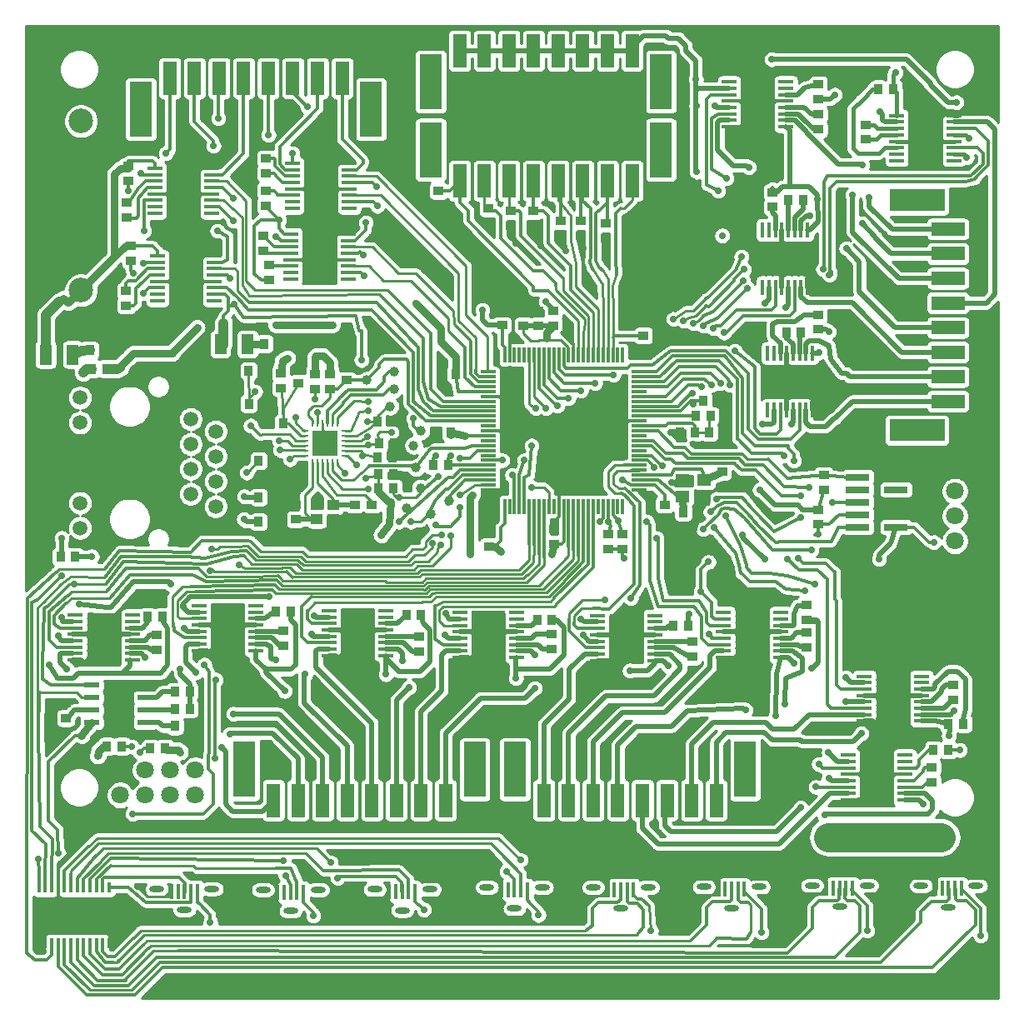
<source format=gtl>
G04 #@! TF.GenerationSoftware,KiCad,Pcbnew,5.1.5-52549c5~86~ubuntu18.04.1*
G04 #@! TF.CreationDate,2020-12-28T20:35:26-08:00*
G04 #@! TF.ProjectId,GAMTP_rev02,47414d54-505f-4726-9576-30322e6b6963,rev?*
G04 #@! TF.SameCoordinates,Original*
G04 #@! TF.FileFunction,Copper,L1,Top*
G04 #@! TF.FilePolarity,Positive*
%FSLAX46Y46*%
G04 Gerber Fmt 4.6, Leading zero omitted, Abs format (unit mm)*
G04 Created by KiCad (PCBNEW 5.1.5-52549c5~86~ubuntu18.04.1) date 2020-12-28 20:35:26*
%MOMM*%
%LPD*%
G04 APERTURE LIST*
%ADD10O,1.500000X0.600000*%
%ADD11R,0.450000X1.500000*%
%ADD12C,0.300000*%
%ADD13R,1.500000X0.450000*%
%ADD14R,3.400000X5.000000*%
%ADD15R,3.000000X3.000000*%
%ADD16R,5.000000X3.400000*%
%ADD17C,1.000000*%
%ADD18R,0.899160X1.000760*%
%ADD19R,1.000760X0.899160*%
%ADD20R,2.499360X2.499360*%
%ADD21O,0.800100X0.248920*%
%ADD22O,0.248920X0.800100*%
%ADD23C,0.600000*%
%ADD24C,1.500000*%
%ADD25R,1.400000X1.200000*%
%ADD26R,1.200000X1.100000*%
%ADD27C,2.500000*%
%ADD28R,0.900000X1.000000*%
%ADD29R,1.000000X0.900000*%
%ADD30C,1.800000*%
%ADD31R,1.500000X0.300000*%
%ADD32R,0.300000X1.500000*%
%ADD33R,1.550000X0.600000*%
%ADD34R,1.250000X2.000000*%
%ADD35R,1.400000X3.400000*%
%ADD36R,2.300000X5.600000*%
%ADD37R,3.400000X1.400000*%
%ADD38R,5.600000X2.300000*%
%ADD39R,2.400000X0.760000*%
%ADD40R,0.400000X1.100000*%
%ADD41C,0.700000*%
%ADD42C,0.300000*%
%ADD43C,0.500000*%
%ADD44C,0.250000*%
%ADD45C,0.800000*%
%ADD46C,0.450000*%
%ADD47C,1.000000*%
%ADD48C,3.000000*%
%ADD49C,0.254000*%
G04 APERTURE END LIST*
D10*
X99900000Y-141300000D03*
D11*
X102700000Y-141550000D03*
X101400000Y-141550000D03*
X102050000Y-141550000D03*
X104000000Y-141550000D03*
X103350000Y-141550000D03*
D10*
X105500000Y-141300000D03*
X102700000Y-143450000D03*
X177550000Y-141000000D03*
D11*
X180350000Y-141250000D03*
X179050000Y-141250000D03*
X179700000Y-141250000D03*
X181650000Y-141250000D03*
X181000000Y-141250000D03*
D10*
X183150000Y-141000000D03*
X180350000Y-143150000D03*
X110700000Y-141400000D03*
D11*
X113500000Y-141650000D03*
X112200000Y-141650000D03*
X112850000Y-141650000D03*
X114800000Y-141650000D03*
X114150000Y-141650000D03*
D10*
X116300000Y-141400000D03*
X113500000Y-143550000D03*
X166500000Y-140950000D03*
D11*
X169300000Y-141200000D03*
X168000000Y-141200000D03*
X168650000Y-141200000D03*
X170600000Y-141200000D03*
X169950000Y-141200000D03*
D10*
X172100000Y-140950000D03*
X169300000Y-143100000D03*
X122050000Y-141350000D03*
D11*
X124850000Y-141600000D03*
X123550000Y-141600000D03*
X124200000Y-141600000D03*
X126150000Y-141600000D03*
X125500000Y-141600000D03*
D10*
X127650000Y-141350000D03*
X124850000Y-143500000D03*
X155500000Y-141100000D03*
D11*
X158300000Y-141350000D03*
X157000000Y-141350000D03*
X157650000Y-141350000D03*
X159600000Y-141350000D03*
X158950000Y-141350000D03*
D10*
X161100000Y-141100000D03*
X158300000Y-143250000D03*
X133450000Y-141150000D03*
D11*
X136250000Y-141400000D03*
X134950000Y-141400000D03*
X135600000Y-141400000D03*
X137550000Y-141400000D03*
X136900000Y-141400000D03*
D10*
X139050000Y-141150000D03*
X136250000Y-143300000D03*
X144250000Y-141150000D03*
D11*
X147050000Y-141400000D03*
X145750000Y-141400000D03*
X146400000Y-141400000D03*
X148350000Y-141400000D03*
X147700000Y-141400000D03*
D10*
X149850000Y-141150000D03*
X147050000Y-143300000D03*
D12*
X117686000Y-69850000D03*
X115486000Y-69850000D03*
X116586000Y-69850000D03*
D13*
X119486000Y-71475000D03*
X119486000Y-72125000D03*
X119486000Y-70825000D03*
X119486000Y-70175000D03*
X119486000Y-67575000D03*
X119486000Y-68225000D03*
X119486000Y-69525000D03*
X119486000Y-68875000D03*
X113686000Y-68875000D03*
X113686000Y-69525000D03*
X113686000Y-68225000D03*
X113686000Y-67575000D03*
X113686000Y-70175000D03*
X113686000Y-70825000D03*
X113686000Y-72125000D03*
X113686000Y-71475000D03*
D14*
X116586000Y-69850000D03*
D12*
X116586000Y-70950000D03*
X115486000Y-70950000D03*
X117686000Y-70950000D03*
X117686000Y-68750000D03*
X115486000Y-68750000D03*
X116586000Y-68750000D03*
X116586000Y-67650000D03*
X115486000Y-67650000D03*
X117686000Y-67650000D03*
X117686000Y-72050000D03*
X115486000Y-72050000D03*
X116586000Y-72050000D03*
D15*
X116586000Y-69850000D03*
D12*
X103970000Y-79248000D03*
X101770000Y-79248000D03*
X102870000Y-79248000D03*
D13*
X105770000Y-80873000D03*
X105770000Y-81523000D03*
X105770000Y-80223000D03*
X105770000Y-79573000D03*
X105770000Y-76973000D03*
X105770000Y-77623000D03*
X105770000Y-78923000D03*
X105770000Y-78273000D03*
X99970000Y-78273000D03*
X99970000Y-78923000D03*
X99970000Y-77623000D03*
X99970000Y-76973000D03*
X99970000Y-79573000D03*
X99970000Y-80223000D03*
X99970000Y-81523000D03*
X99970000Y-80873000D03*
D14*
X102870000Y-79248000D03*
D12*
X102870000Y-80348000D03*
X101770000Y-80348000D03*
X103970000Y-80348000D03*
X103970000Y-78148000D03*
X101770000Y-78148000D03*
X102870000Y-78148000D03*
X102870000Y-77048000D03*
X101770000Y-77048000D03*
X103970000Y-77048000D03*
X103970000Y-81448000D03*
X101770000Y-81448000D03*
X102870000Y-81448000D03*
D15*
X102870000Y-79248000D03*
D12*
X117538000Y-77033000D03*
X115338000Y-77033000D03*
X116438000Y-77033000D03*
D13*
X119338000Y-78658000D03*
X119338000Y-79308000D03*
X119338000Y-78008000D03*
X119338000Y-77358000D03*
X119338000Y-74758000D03*
X119338000Y-75408000D03*
X119338000Y-76708000D03*
X119338000Y-76058000D03*
X113538000Y-76058000D03*
X113538000Y-76708000D03*
X113538000Y-75408000D03*
X113538000Y-74758000D03*
X113538000Y-77358000D03*
X113538000Y-78008000D03*
X113538000Y-79308000D03*
X113538000Y-78658000D03*
D14*
X116438000Y-77033000D03*
D12*
X116438000Y-78133000D03*
X115338000Y-78133000D03*
X117538000Y-78133000D03*
X117538000Y-75933000D03*
X115338000Y-75933000D03*
X116438000Y-75933000D03*
X116438000Y-74833000D03*
X115338000Y-74833000D03*
X117538000Y-74833000D03*
X117538000Y-79233000D03*
X115338000Y-79233000D03*
X116438000Y-79233000D03*
D15*
X116438000Y-77033000D03*
D12*
X103716000Y-70358000D03*
X101516000Y-70358000D03*
X102616000Y-70358000D03*
D13*
X105516000Y-71983000D03*
X105516000Y-72633000D03*
X105516000Y-71333000D03*
X105516000Y-70683000D03*
X105516000Y-68083000D03*
X105516000Y-68733000D03*
X105516000Y-70033000D03*
X105516000Y-69383000D03*
X99716000Y-69383000D03*
X99716000Y-70033000D03*
X99716000Y-68733000D03*
X99716000Y-68083000D03*
X99716000Y-70683000D03*
X99716000Y-71333000D03*
X99716000Y-72633000D03*
X99716000Y-71983000D03*
D14*
X102616000Y-70358000D03*
D12*
X102616000Y-71458000D03*
X101516000Y-71458000D03*
X103716000Y-71458000D03*
X103716000Y-69258000D03*
X101516000Y-69258000D03*
X102616000Y-69258000D03*
X102616000Y-68158000D03*
X101516000Y-68158000D03*
X103716000Y-68158000D03*
X103716000Y-72558000D03*
X101516000Y-72558000D03*
X102616000Y-72558000D03*
D15*
X102616000Y-70358000D03*
D12*
X164250000Y-90850000D03*
X164250000Y-88650000D03*
X164250000Y-89750000D03*
D11*
X162625000Y-92650000D03*
X161975000Y-92650000D03*
X163275000Y-92650000D03*
X163925000Y-92650000D03*
X166525000Y-92650000D03*
X165875000Y-92650000D03*
X164575000Y-92650000D03*
X165225000Y-92650000D03*
X165225000Y-86850000D03*
X164575000Y-86850000D03*
X165875000Y-86850000D03*
X166525000Y-86850000D03*
X163925000Y-86850000D03*
X163275000Y-86850000D03*
X161975000Y-86850000D03*
X162625000Y-86850000D03*
D16*
X164250000Y-89750000D03*
D12*
X163150000Y-89750000D03*
X163150000Y-88650000D03*
X163150000Y-90850000D03*
X165350000Y-90850000D03*
X165350000Y-88650000D03*
X165350000Y-89750000D03*
X166450000Y-89750000D03*
X166450000Y-88650000D03*
X166450000Y-90850000D03*
X162050000Y-90850000D03*
X162050000Y-88650000D03*
X162050000Y-89750000D03*
D15*
X164250000Y-89750000D03*
D12*
X163750000Y-78350000D03*
X163750000Y-76150000D03*
X163750000Y-77250000D03*
D11*
X162125000Y-80150000D03*
X161475000Y-80150000D03*
X162775000Y-80150000D03*
X163425000Y-80150000D03*
X166025000Y-80150000D03*
X165375000Y-80150000D03*
X164075000Y-80150000D03*
X164725000Y-80150000D03*
X164725000Y-74350000D03*
X164075000Y-74350000D03*
X165375000Y-74350000D03*
X166025000Y-74350000D03*
X163425000Y-74350000D03*
X162775000Y-74350000D03*
X161475000Y-74350000D03*
X162125000Y-74350000D03*
D16*
X163750000Y-77250000D03*
D12*
X162650000Y-77250000D03*
X162650000Y-76150000D03*
X162650000Y-78350000D03*
X164850000Y-78350000D03*
X164850000Y-76150000D03*
X164850000Y-77250000D03*
X165950000Y-77250000D03*
X165950000Y-76150000D03*
X165950000Y-78350000D03*
X161550000Y-78350000D03*
X161550000Y-76150000D03*
X161550000Y-77250000D03*
D15*
X163750000Y-77250000D03*
D12*
X179100000Y-65000000D03*
X176900000Y-65000000D03*
X178000000Y-65000000D03*
D13*
X180900000Y-66625000D03*
X180900000Y-67275000D03*
X180900000Y-65975000D03*
X180900000Y-65325000D03*
X180900000Y-62725000D03*
X180900000Y-63375000D03*
X180900000Y-64675000D03*
X180900000Y-64025000D03*
X175100000Y-64025000D03*
X175100000Y-64675000D03*
X175100000Y-63375000D03*
X175100000Y-62725000D03*
X175100000Y-65325000D03*
X175100000Y-65975000D03*
X175100000Y-67275000D03*
X175100000Y-66625000D03*
D14*
X178000000Y-65000000D03*
D12*
X178000000Y-66100000D03*
X176900000Y-66100000D03*
X179100000Y-66100000D03*
X179100000Y-63900000D03*
X176900000Y-63900000D03*
X178000000Y-63900000D03*
X178000000Y-62800000D03*
X176900000Y-62800000D03*
X179100000Y-62800000D03*
X179100000Y-67200000D03*
X176900000Y-67200000D03*
X178000000Y-67200000D03*
D15*
X178000000Y-65000000D03*
D12*
X159850000Y-61570000D03*
X162050000Y-61570000D03*
X160950000Y-61570000D03*
D13*
X158050000Y-59945000D03*
X158050000Y-59295000D03*
X158050000Y-60595000D03*
X158050000Y-61245000D03*
X158050000Y-63845000D03*
X158050000Y-63195000D03*
X158050000Y-61895000D03*
X158050000Y-62545000D03*
X163850000Y-62545000D03*
X163850000Y-61895000D03*
X163850000Y-63195000D03*
X163850000Y-63845000D03*
X163850000Y-61245000D03*
X163850000Y-60595000D03*
X163850000Y-59295000D03*
X163850000Y-59945000D03*
D14*
X160950000Y-61570000D03*
D12*
X160950000Y-60470000D03*
X162050000Y-60470000D03*
X159850000Y-60470000D03*
X159850000Y-62670000D03*
X162050000Y-62670000D03*
X160950000Y-62670000D03*
X160950000Y-63770000D03*
X162050000Y-63770000D03*
X159850000Y-63770000D03*
X159850000Y-59370000D03*
X162050000Y-59370000D03*
X160950000Y-59370000D03*
D15*
X160950000Y-61570000D03*
D12*
X146500000Y-115800000D03*
X148700000Y-115800000D03*
X147600000Y-115800000D03*
D13*
X144700000Y-114175000D03*
X144700000Y-113525000D03*
X144700000Y-114825000D03*
X144700000Y-115475000D03*
X144700000Y-118075000D03*
X144700000Y-117425000D03*
X144700000Y-116125000D03*
X144700000Y-116775000D03*
X150500000Y-116775000D03*
X150500000Y-116125000D03*
X150500000Y-117425000D03*
X150500000Y-118075000D03*
X150500000Y-115475000D03*
X150500000Y-114825000D03*
X150500000Y-113525000D03*
X150500000Y-114175000D03*
D14*
X147600000Y-115800000D03*
D12*
X147600000Y-114700000D03*
X148700000Y-114700000D03*
X146500000Y-114700000D03*
X146500000Y-116900000D03*
X148700000Y-116900000D03*
X147600000Y-116900000D03*
X147600000Y-118000000D03*
X148700000Y-118000000D03*
X146500000Y-118000000D03*
X146500000Y-113600000D03*
X148700000Y-113600000D03*
X147600000Y-113600000D03*
D15*
X147600000Y-115800000D03*
D12*
X159300000Y-115500000D03*
X161500000Y-115500000D03*
X160400000Y-115500000D03*
D13*
X157500000Y-113875000D03*
X157500000Y-113225000D03*
X157500000Y-114525000D03*
X157500000Y-115175000D03*
X157500000Y-117775000D03*
X157500000Y-117125000D03*
X157500000Y-115825000D03*
X157500000Y-116475000D03*
X163300000Y-116475000D03*
X163300000Y-115825000D03*
X163300000Y-117125000D03*
X163300000Y-117775000D03*
X163300000Y-115175000D03*
X163300000Y-114525000D03*
X163300000Y-113225000D03*
X163300000Y-113875000D03*
D14*
X160400000Y-115500000D03*
D12*
X160400000Y-114400000D03*
X161500000Y-114400000D03*
X159300000Y-114400000D03*
X159300000Y-116600000D03*
X161500000Y-116600000D03*
X160400000Y-116600000D03*
X160400000Y-117700000D03*
X161500000Y-117700000D03*
X159300000Y-117700000D03*
X159300000Y-113300000D03*
X161500000Y-113300000D03*
X160400000Y-113300000D03*
D15*
X160400000Y-115500000D03*
D12*
X171925000Y-129975000D03*
X174125000Y-129975000D03*
X173025000Y-129975000D03*
D13*
X170125000Y-128350000D03*
X170125000Y-127700000D03*
X170125000Y-129000000D03*
X170125000Y-129650000D03*
X170125000Y-132250000D03*
X170125000Y-131600000D03*
X170125000Y-130300000D03*
X170125000Y-130950000D03*
X175925000Y-130950000D03*
X175925000Y-130300000D03*
X175925000Y-131600000D03*
X175925000Y-132250000D03*
X175925000Y-129650000D03*
X175925000Y-129000000D03*
X175925000Y-127700000D03*
X175925000Y-128350000D03*
D14*
X173025000Y-129975000D03*
D12*
X173025000Y-128875000D03*
X174125000Y-128875000D03*
X171925000Y-128875000D03*
X171925000Y-131075000D03*
X174125000Y-131075000D03*
X173025000Y-131075000D03*
X173025000Y-132175000D03*
X174125000Y-132175000D03*
X171925000Y-132175000D03*
X171925000Y-127775000D03*
X174125000Y-127775000D03*
X173025000Y-127775000D03*
D15*
X173025000Y-129975000D03*
D12*
X173610000Y-121960000D03*
X175810000Y-121960000D03*
X174710000Y-121960000D03*
D13*
X171810000Y-120335000D03*
X171810000Y-119685000D03*
X171810000Y-120985000D03*
X171810000Y-121635000D03*
X171810000Y-124235000D03*
X171810000Y-123585000D03*
X171810000Y-122285000D03*
X171810000Y-122935000D03*
X177610000Y-122935000D03*
X177610000Y-122285000D03*
X177610000Y-123585000D03*
X177610000Y-124235000D03*
X177610000Y-121635000D03*
X177610000Y-120985000D03*
X177610000Y-119685000D03*
X177610000Y-120335000D03*
D14*
X174710000Y-121960000D03*
D12*
X174710000Y-120860000D03*
X175810000Y-120860000D03*
X173610000Y-120860000D03*
X173610000Y-123060000D03*
X175810000Y-123060000D03*
X174710000Y-123060000D03*
X174710000Y-124160000D03*
X175810000Y-124160000D03*
X173610000Y-124160000D03*
X173610000Y-119760000D03*
X175810000Y-119760000D03*
X174710000Y-119760000D03*
D15*
X174710000Y-121960000D03*
D12*
X106000000Y-114800000D03*
X108200000Y-114800000D03*
X107100000Y-114800000D03*
D13*
X104200000Y-113175000D03*
X104200000Y-112525000D03*
X104200000Y-113825000D03*
X104200000Y-114475000D03*
X104200000Y-117075000D03*
X104200000Y-116425000D03*
X104200000Y-115125000D03*
X104200000Y-115775000D03*
X110000000Y-115775000D03*
X110000000Y-115125000D03*
X110000000Y-116425000D03*
X110000000Y-117075000D03*
X110000000Y-114475000D03*
X110000000Y-113825000D03*
X110000000Y-112525000D03*
X110000000Y-113175000D03*
D14*
X107100000Y-114800000D03*
D12*
X107100000Y-113700000D03*
X108200000Y-113700000D03*
X106000000Y-113700000D03*
X106000000Y-115900000D03*
X108200000Y-115900000D03*
X107100000Y-115900000D03*
X107100000Y-117000000D03*
X108200000Y-117000000D03*
X106000000Y-117000000D03*
X106000000Y-112600000D03*
X108200000Y-112600000D03*
X107100000Y-112600000D03*
D15*
X107100000Y-114800000D03*
D12*
X119200000Y-115300000D03*
X121400000Y-115300000D03*
X120300000Y-115300000D03*
D13*
X117400000Y-113675000D03*
X117400000Y-113025000D03*
X117400000Y-114325000D03*
X117400000Y-114975000D03*
X117400000Y-117575000D03*
X117400000Y-116925000D03*
X117400000Y-115625000D03*
X117400000Y-116275000D03*
X123200000Y-116275000D03*
X123200000Y-115625000D03*
X123200000Y-116925000D03*
X123200000Y-117575000D03*
X123200000Y-114975000D03*
X123200000Y-114325000D03*
X123200000Y-113025000D03*
X123200000Y-113675000D03*
D14*
X120300000Y-115300000D03*
D12*
X120300000Y-114200000D03*
X121400000Y-114200000D03*
X119200000Y-114200000D03*
X119200000Y-116400000D03*
X121400000Y-116400000D03*
X120300000Y-116400000D03*
X120300000Y-117500000D03*
X121400000Y-117500000D03*
X119200000Y-117500000D03*
X119200000Y-113100000D03*
X121400000Y-113100000D03*
X120300000Y-113100000D03*
D15*
X120300000Y-115300000D03*
D12*
X132500000Y-115500000D03*
X134700000Y-115500000D03*
X133600000Y-115500000D03*
D13*
X130700000Y-113875000D03*
X130700000Y-113225000D03*
X130700000Y-114525000D03*
X130700000Y-115175000D03*
X130700000Y-117775000D03*
X130700000Y-117125000D03*
X130700000Y-115825000D03*
X130700000Y-116475000D03*
X136500000Y-116475000D03*
X136500000Y-115825000D03*
X136500000Y-117125000D03*
X136500000Y-117775000D03*
X136500000Y-115175000D03*
X136500000Y-114525000D03*
X136500000Y-113225000D03*
X136500000Y-113875000D03*
D14*
X133600000Y-115500000D03*
D12*
X133600000Y-114400000D03*
X134700000Y-114400000D03*
X132500000Y-114400000D03*
X132500000Y-116600000D03*
X134700000Y-116600000D03*
X133600000Y-116600000D03*
X133600000Y-117700000D03*
X134700000Y-117700000D03*
X132500000Y-117700000D03*
X132500000Y-113300000D03*
X134700000Y-113300000D03*
X133600000Y-113300000D03*
D15*
X133600000Y-115500000D03*
D12*
X93430000Y-115760000D03*
X95630000Y-115760000D03*
X94530000Y-115760000D03*
D13*
X91630000Y-114135000D03*
X91630000Y-113485000D03*
X91630000Y-114785000D03*
X91630000Y-115435000D03*
X91630000Y-118035000D03*
X91630000Y-117385000D03*
X91630000Y-116085000D03*
X91630000Y-116735000D03*
X97430000Y-116735000D03*
X97430000Y-116085000D03*
X97430000Y-117385000D03*
X97430000Y-118035000D03*
X97430000Y-115435000D03*
X97430000Y-114785000D03*
X97430000Y-113485000D03*
X97430000Y-114135000D03*
D14*
X94530000Y-115760000D03*
D12*
X94530000Y-114660000D03*
X95630000Y-114660000D03*
X93430000Y-114660000D03*
X93430000Y-116860000D03*
X95630000Y-116860000D03*
X94530000Y-116860000D03*
X94530000Y-117960000D03*
X95630000Y-117960000D03*
X93430000Y-117960000D03*
X93430000Y-113560000D03*
X95630000Y-113560000D03*
X94530000Y-113560000D03*
D15*
X94530000Y-115760000D03*
D17*
X126250000Y-98500000D03*
X126710000Y-100580000D03*
X121250000Y-89600000D03*
X129575000Y-101875000D03*
X123600000Y-92250000D03*
X127750000Y-103250000D03*
X125300000Y-102650000D03*
X126750000Y-94750000D03*
X124000000Y-90500000D03*
X124000000Y-88750000D03*
X126000000Y-96250000D03*
D18*
X156151840Y-93200000D03*
X154648160Y-93200000D03*
D19*
X140208000Y-84063840D03*
X140208000Y-82560160D03*
X112522000Y-90413840D03*
X112522000Y-88910160D03*
X145800000Y-106751840D03*
X145800000Y-105248160D03*
X147200000Y-106751840D03*
X147200000Y-105248160D03*
D18*
X103251840Y-124750000D03*
X101748160Y-124750000D03*
D19*
X167100000Y-104251840D03*
X167100000Y-102748160D03*
D18*
X103251840Y-121250000D03*
X101748160Y-121250000D03*
X103251840Y-123000000D03*
X101748160Y-123000000D03*
X123801840Y-93850000D03*
X122298160Y-93850000D03*
X123951840Y-100570000D03*
X122448160Y-100570000D03*
X124001840Y-96000000D03*
X122498160Y-96000000D03*
D19*
X121750000Y-103751840D03*
X121750000Y-102248160D03*
X115950000Y-90501840D03*
X115950000Y-88998160D03*
D18*
X129501840Y-98250000D03*
X127998160Y-98250000D03*
D19*
X117500000Y-90501840D03*
X117500000Y-88998160D03*
D18*
X90118160Y-107560000D03*
X91621840Y-107560000D03*
X94811840Y-88440000D03*
X93308160Y-88440000D03*
X94641840Y-86550000D03*
X93138160Y-86550000D03*
X100751840Y-127000000D03*
X99248160Y-127000000D03*
X112351840Y-85900000D03*
X110848160Y-85900000D03*
D20*
X117000000Y-96000000D03*
D21*
X115001020Y-94750320D03*
X115001020Y-95250700D03*
X115001020Y-95751080D03*
X115001020Y-96248920D03*
X115001020Y-96749300D03*
X115001020Y-97249680D03*
D22*
X115750320Y-97998980D03*
X116250700Y-97998980D03*
X116751080Y-97998980D03*
X117248920Y-97998980D03*
X117749300Y-97998980D03*
X118249680Y-97998980D03*
D21*
X118998980Y-97249680D03*
X118998980Y-96749300D03*
X118998980Y-96248920D03*
X118998980Y-95751080D03*
X118998980Y-95250700D03*
X118998980Y-94750320D03*
D22*
X118249680Y-94001020D03*
X117749300Y-94001020D03*
X117248920Y-94001020D03*
X116751080Y-94001020D03*
X116250700Y-94001020D03*
X115750320Y-94001020D03*
D23*
X117000000Y-96000000D03*
X117762000Y-95238000D03*
X116238000Y-95238000D03*
X117762000Y-96762000D03*
X116238000Y-96762000D03*
D24*
X92100000Y-91375000D03*
X92100000Y-93915000D03*
X92100000Y-102085000D03*
X92100000Y-104625000D03*
X103350000Y-93560000D03*
X103350000Y-98630000D03*
X103350000Y-96100000D03*
X103350000Y-101170000D03*
X105890000Y-94820000D03*
X105890000Y-99900000D03*
X105890000Y-97360000D03*
X105890000Y-102440000D03*
D25*
X155550000Y-99725000D03*
X153350000Y-99725000D03*
X155550000Y-101425000D03*
X153350000Y-101425000D03*
D26*
X116150000Y-103700000D03*
X117850000Y-103700000D03*
X116150000Y-102300000D03*
X117850000Y-102300000D03*
D18*
X110248160Y-104000000D03*
X111751840Y-104000000D03*
D27*
X92202000Y-75478000D03*
X92202000Y-80478000D03*
D18*
X128248160Y-94900000D03*
D28*
X129751840Y-94900000D03*
D18*
X128748160Y-89000000D03*
D28*
X130251840Y-89000000D03*
D18*
X157551840Y-94900000D03*
D28*
X156048160Y-94900000D03*
D19*
X133650000Y-104998160D03*
D29*
X133650000Y-106501840D03*
D18*
X153048160Y-94900000D03*
D28*
X154551840Y-94900000D03*
D18*
X156951840Y-91700000D03*
D28*
X155448160Y-91700000D03*
D19*
X140250000Y-104748160D03*
D29*
X140250000Y-106251840D03*
D19*
X137160000Y-82560160D03*
D29*
X137160000Y-84063840D03*
D19*
X151500000Y-103751840D03*
D29*
X151500000Y-102248160D03*
D19*
X138684000Y-82560160D03*
D29*
X138684000Y-84063840D03*
D19*
X157350000Y-100426840D03*
D29*
X157350000Y-98923160D03*
D18*
X154901840Y-103025000D03*
D28*
X153398160Y-103025000D03*
D19*
X99900000Y-117001840D03*
D29*
X99900000Y-115498160D03*
D18*
X98948160Y-113650000D03*
D28*
X100451840Y-113650000D03*
D19*
X110998000Y-67066160D03*
D29*
X110998000Y-68569840D03*
D19*
X110740000Y-74958160D03*
D29*
X110740000Y-76461840D03*
D19*
X110998000Y-70348160D03*
D29*
X110998000Y-71851840D03*
D19*
X111350000Y-77898160D03*
D29*
X111350000Y-79401840D03*
D19*
X96820000Y-71548160D03*
D29*
X96820000Y-73051840D03*
D19*
X96774000Y-80528160D03*
D29*
X96774000Y-82031840D03*
D19*
X97028000Y-69331840D03*
D29*
X97028000Y-67828160D03*
D19*
X97282000Y-77459840D03*
D29*
X97282000Y-75956160D03*
D18*
X165371840Y-84720000D03*
D28*
X163868160Y-84720000D03*
D18*
X165551840Y-71300000D03*
D28*
X164048160Y-71300000D03*
D19*
X167100000Y-82948160D03*
D29*
X167100000Y-84451840D03*
D19*
X162500000Y-72001840D03*
D29*
X162500000Y-70498160D03*
D19*
X171900000Y-63638160D03*
D29*
X171900000Y-65141840D03*
D19*
X167150000Y-64111840D03*
D29*
X167150000Y-62608160D03*
D18*
X173248160Y-60000000D03*
D28*
X174751840Y-60000000D03*
D19*
X167130000Y-59558160D03*
D29*
X167130000Y-61061840D03*
D19*
X154300000Y-117701840D03*
D29*
X154300000Y-116198160D03*
D19*
X165900000Y-116751840D03*
D29*
X165900000Y-115248160D03*
D18*
X152398160Y-114550000D03*
D28*
X153901840Y-114550000D03*
D19*
X165900000Y-112448160D03*
D29*
X165900000Y-113951840D03*
D19*
X178660000Y-130461840D03*
D29*
X178660000Y-128958160D03*
D19*
X180830000Y-122071840D03*
D29*
X180830000Y-120568160D03*
D18*
X178818160Y-127160000D03*
D28*
X180321840Y-127160000D03*
D18*
X181851840Y-124510000D03*
D28*
X180348160Y-124510000D03*
D19*
X112800000Y-116601840D03*
D29*
X112800000Y-115098160D03*
D19*
X126600000Y-117201840D03*
D29*
X126600000Y-115698160D03*
D19*
X140050000Y-116901840D03*
D29*
X140050000Y-115398160D03*
D18*
X111998160Y-113150000D03*
D28*
X113501840Y-113150000D03*
D18*
X125248160Y-113450000D03*
D28*
X126751840Y-113450000D03*
D18*
X138548160Y-114000000D03*
D28*
X140051840Y-114000000D03*
D19*
X114300000Y-88402160D03*
D29*
X114300000Y-89905840D03*
D18*
X110733840Y-88646000D03*
D28*
X109230160Y-88646000D03*
D18*
X123921840Y-99160000D03*
D28*
X122418160Y-99160000D03*
D18*
X111248160Y-94000000D03*
D28*
X112751840Y-94000000D03*
D19*
X114000000Y-102248160D03*
D29*
X114000000Y-103751840D03*
D18*
X110751840Y-92000000D03*
D28*
X109248160Y-92000000D03*
D18*
X123851840Y-97425000D03*
D28*
X122348160Y-97425000D03*
D19*
X120000000Y-103751840D03*
D29*
X120000000Y-102248160D03*
D19*
X119190000Y-88088160D03*
D29*
X119190000Y-89591840D03*
D18*
X111751840Y-97800000D03*
D28*
X110248160Y-97800000D03*
D18*
X110248160Y-101500000D03*
D28*
X111751840Y-101500000D03*
D30*
X181000000Y-105950000D03*
X181000000Y-103410000D03*
X181000000Y-98340160D03*
X181000000Y-100880160D03*
X101270000Y-131770000D03*
X103810000Y-131770000D03*
X98730000Y-131770000D03*
X96190000Y-131770000D03*
X96190000Y-129230000D03*
X98730000Y-129230000D03*
X103810000Y-129230000D03*
X101270000Y-129230000D03*
D18*
X96351840Y-126800000D03*
X94848160Y-126800000D03*
D19*
X90650000Y-123951840D03*
X90650000Y-122448160D03*
X149352000Y-83576160D03*
X149352000Y-85079840D03*
X145542000Y-75173840D03*
X145542000Y-73670160D03*
X143002000Y-74919840D03*
X143002000Y-73416160D03*
X140970000Y-74919840D03*
X140970000Y-73416160D03*
X138176000Y-73903840D03*
X138176000Y-72400160D03*
X167670000Y-99248160D03*
X167670000Y-100751840D03*
D31*
X148950000Y-92750000D03*
X148950000Y-92250000D03*
X148950000Y-91750000D03*
X148950000Y-90750000D03*
X148950000Y-91250000D03*
X148950000Y-89250000D03*
X148950000Y-88750000D03*
X148950000Y-89750000D03*
X148950000Y-90250000D03*
D32*
X135750000Y-102450000D03*
X135250000Y-102450000D03*
X138750000Y-102450000D03*
X138250000Y-102450000D03*
X139250000Y-102450000D03*
X137250000Y-102450000D03*
X137750000Y-102450000D03*
X136250000Y-102450000D03*
X136750000Y-102450000D03*
D31*
X133550000Y-97250000D03*
X133550000Y-97750000D03*
X133550000Y-96750000D03*
X133550000Y-98250000D03*
X133550000Y-98750000D03*
X133550000Y-100750000D03*
X133550000Y-100250000D03*
X133550000Y-99750000D03*
X133550000Y-99250000D03*
D32*
X137250000Y-87050000D03*
X138750000Y-87050000D03*
X139250000Y-87050000D03*
X138250000Y-87050000D03*
X137750000Y-87050000D03*
X135750000Y-87050000D03*
X136250000Y-87050000D03*
X136750000Y-87050000D03*
X135250000Y-87050000D03*
D31*
X148950000Y-94750000D03*
X148950000Y-94250000D03*
X148950000Y-93250000D03*
X148950000Y-93750000D03*
D32*
X140250000Y-102450000D03*
X139750000Y-102450000D03*
X141250000Y-102450000D03*
X140750000Y-102450000D03*
D31*
X133550000Y-94750000D03*
X133550000Y-95250000D03*
X133550000Y-95750000D03*
X133550000Y-96250000D03*
D32*
X139750000Y-87050000D03*
X141250000Y-87050000D03*
X140750000Y-87050000D03*
X140250000Y-87050000D03*
D31*
X148950000Y-95750000D03*
X148950000Y-95250000D03*
X148950000Y-96250000D03*
X148950000Y-96750000D03*
D32*
X144250000Y-102450000D03*
X144750000Y-102450000D03*
X145750000Y-102450000D03*
X145250000Y-102450000D03*
X142750000Y-102450000D03*
X143750000Y-102450000D03*
X143250000Y-102450000D03*
X141750000Y-102450000D03*
X142250000Y-102450000D03*
D31*
X133550000Y-94250000D03*
X133550000Y-93750000D03*
D32*
X142250000Y-87050000D03*
X142750000Y-87050000D03*
X143750000Y-87050000D03*
X143250000Y-87050000D03*
X144750000Y-87050000D03*
X145250000Y-87050000D03*
X144250000Y-87050000D03*
X146750000Y-87050000D03*
X147250000Y-87050000D03*
X146250000Y-87050000D03*
X145750000Y-87050000D03*
D31*
X148950000Y-97250000D03*
X148950000Y-97750000D03*
X148950000Y-98750000D03*
X148950000Y-98250000D03*
X148950000Y-99750000D03*
X148950000Y-100250000D03*
X148950000Y-99250000D03*
D32*
X146750000Y-102450000D03*
X146250000Y-102450000D03*
X147250000Y-102450000D03*
D31*
X148950000Y-100750000D03*
X133550000Y-91750000D03*
X133550000Y-92250000D03*
X133550000Y-93250000D03*
X133550000Y-92750000D03*
X133550000Y-90250000D03*
X133550000Y-91250000D03*
X133550000Y-90750000D03*
X133550000Y-89250000D03*
X133550000Y-89750000D03*
X133550000Y-88750000D03*
D32*
X141750000Y-87050000D03*
D33*
X98700000Y-124405000D03*
X98700000Y-123135000D03*
X98700000Y-121865000D03*
X98700000Y-120595000D03*
X93300000Y-120595000D03*
X93300000Y-121865000D03*
X93300000Y-123135000D03*
X93300000Y-124405000D03*
D19*
X135000000Y-82498160D03*
D29*
X135000000Y-84001840D03*
D34*
X88625000Y-87000000D03*
X91375000Y-87000000D03*
X106375000Y-85950000D03*
X109125000Y-85950000D03*
D35*
X118732000Y-58922000D03*
X116232000Y-58922000D03*
X113732000Y-58922000D03*
X101232000Y-58922000D03*
X106232000Y-58922000D03*
X103732000Y-58922000D03*
D36*
X121682000Y-62072000D03*
D35*
X108732000Y-58922000D03*
X111232000Y-58922000D03*
D36*
X98282000Y-62072000D03*
D35*
X111750000Y-132300000D03*
X114250000Y-132300000D03*
X116750000Y-132300000D03*
X129250000Y-132300000D03*
X124250000Y-132300000D03*
X126750000Y-132300000D03*
D36*
X108800000Y-129150000D03*
D35*
X121750000Y-132300000D03*
X119250000Y-132300000D03*
D36*
X132200000Y-129150000D03*
D37*
X180300000Y-91750000D03*
X180300000Y-89250000D03*
X180300000Y-86750000D03*
X180300000Y-74250000D03*
X180300000Y-79250000D03*
X180300000Y-76750000D03*
D38*
X177150000Y-94700000D03*
D37*
X180300000Y-81750000D03*
X180300000Y-84250000D03*
D38*
X177150000Y-71300000D03*
D35*
X139250000Y-132300000D03*
X141750000Y-132300000D03*
X144250000Y-132300000D03*
X156750000Y-132300000D03*
X151750000Y-132300000D03*
X154250000Y-132300000D03*
D36*
X136300000Y-129150000D03*
D35*
X149250000Y-132300000D03*
X146750000Y-132300000D03*
D36*
X159700000Y-129150000D03*
D39*
X171120000Y-100730000D03*
X171120000Y-99460000D03*
X175020000Y-99460000D03*
X175020000Y-100730000D03*
X175020000Y-104540000D03*
X175020000Y-103270000D03*
X175020000Y-102000000D03*
X171120000Y-102000000D03*
X171120000Y-103270000D03*
X171120000Y-104540000D03*
D27*
X92202000Y-68286000D03*
X92202000Y-63286000D03*
D35*
X148196000Y-56128000D03*
X145696000Y-56128000D03*
X143196000Y-56128000D03*
X130696000Y-56128000D03*
X135696000Y-56128000D03*
X133196000Y-56128000D03*
D36*
X151146000Y-59278000D03*
D35*
X138196000Y-56128000D03*
X140696000Y-56128000D03*
D36*
X127746000Y-59278000D03*
X151146000Y-66198000D03*
D35*
X138196000Y-69348000D03*
X140696000Y-69348000D03*
D36*
X127746000Y-66198000D03*
D35*
X145696000Y-69348000D03*
X143196000Y-69348000D03*
X148196000Y-69348000D03*
X135696000Y-69348000D03*
X133196000Y-69348000D03*
X130696000Y-69348000D03*
D19*
X135890000Y-72400160D03*
X135890000Y-73903840D03*
X133604000Y-73649840D03*
X133604000Y-72146160D03*
X128524000Y-71871840D03*
X128524000Y-70368160D03*
D40*
X87925000Y-146850000D03*
X88575000Y-146850000D03*
X89225000Y-146850000D03*
X89875000Y-146850000D03*
X90525000Y-146850000D03*
X91175000Y-146850000D03*
X91825000Y-146850000D03*
X92475000Y-146850000D03*
X93125000Y-146850000D03*
X93775000Y-146850000D03*
X94425000Y-146850000D03*
X95075000Y-146850000D03*
X95075000Y-141150000D03*
X94425000Y-141150000D03*
X93775000Y-141150000D03*
X93125000Y-141150000D03*
X92475000Y-141150000D03*
X91825000Y-141150000D03*
X91175000Y-141150000D03*
X90525000Y-141150000D03*
X89875000Y-141150000D03*
X89225000Y-141150000D03*
X88575000Y-141150000D03*
X87925000Y-141150000D03*
D41*
X128900000Y-87750000D03*
X136250000Y-85350000D03*
X154400000Y-96100000D03*
X152100000Y-94900000D03*
X152200000Y-100000000D03*
X151400000Y-104700000D03*
X149850000Y-101800000D03*
X125250000Y-100000000D03*
X127300000Y-96000000D03*
X135000000Y-91250000D03*
X135250000Y-94750000D03*
X135250000Y-100250000D03*
X140750000Y-100750000D03*
X147000000Y-93750000D03*
X125250000Y-94750000D03*
X116200000Y-101350000D03*
X96160000Y-86530000D03*
X141732000Y-84074000D03*
X145542000Y-76200000D03*
X143256000Y-76200000D03*
X136398000Y-75692000D03*
X138938000Y-75946000D03*
X141478000Y-76454000D03*
X133050000Y-139250000D03*
X120400000Y-141300000D03*
X89950000Y-125950000D03*
X96680000Y-121220000D03*
X97950000Y-141050000D03*
X116000000Y-91550000D03*
X116200000Y-92850000D03*
X106050000Y-74422000D03*
X105664000Y-65786000D03*
X98552000Y-77724000D03*
X100838000Y-66548000D03*
X98298000Y-68580000D03*
X106150009Y-62992000D03*
X159720000Y-123120000D03*
X163760000Y-122550000D03*
X121150000Y-73600000D03*
X115250000Y-61850000D03*
X111250000Y-64700000D03*
X111960000Y-75000000D03*
X171580000Y-73680000D03*
X160070000Y-67980000D03*
X172280000Y-71050000D03*
X171610000Y-67730000D03*
X173390000Y-62330000D03*
X170610000Y-70790000D03*
X169960000Y-76220000D03*
X166270000Y-72870000D03*
X171500000Y-125510000D03*
X180910000Y-123230000D03*
X165350000Y-133050000D03*
X167750000Y-133775000D03*
X168790000Y-60600000D03*
X180370000Y-125700000D03*
X181510000Y-127210000D03*
X177800000Y-132700000D03*
X136400000Y-119900000D03*
X123200000Y-119500000D03*
X112900000Y-121200000D03*
X168200000Y-84700000D03*
X167200000Y-86800000D03*
X154000000Y-113400000D03*
X151900000Y-118650000D03*
X147950000Y-119100000D03*
X166400000Y-118900000D03*
X164700000Y-118400000D03*
X162820000Y-123710000D03*
X174960000Y-58360000D03*
X112300000Y-73300000D03*
X113691129Y-66558871D03*
X168150000Y-136050000D03*
X179600000Y-136050000D03*
X88970000Y-118500000D03*
X167030000Y-71240000D03*
X105500000Y-106750000D03*
X130750000Y-102500000D03*
X135000000Y-97750000D03*
X128240000Y-104340000D03*
X127900000Y-106200000D03*
X98552000Y-80772000D03*
X97536000Y-78740000D03*
X138300000Y-120900000D03*
X138300000Y-117550000D03*
X104000000Y-84250000D03*
X112000000Y-84000000D03*
X117750000Y-84000000D03*
X139550000Y-85350000D03*
X95890000Y-88490000D03*
X90240000Y-105640000D03*
X97028000Y-70358000D03*
X98630000Y-74440000D03*
X114050000Y-93400000D03*
X109900000Y-90800000D03*
X109050000Y-99000000D03*
X108800000Y-101400000D03*
X168575000Y-102025000D03*
X165340000Y-103570000D03*
X156750000Y-101675000D03*
X156300000Y-90100000D03*
X154300000Y-90900000D03*
X155425000Y-104725000D03*
X166420000Y-106860000D03*
X167080000Y-105250000D03*
X156175000Y-103000000D03*
X155300000Y-90300000D03*
X104750000Y-118500000D03*
X97450000Y-133675000D03*
X105300000Y-109000000D03*
X105800000Y-128000000D03*
X105900000Y-120040000D03*
X108300000Y-108400000D03*
X125550000Y-120800000D03*
X124900000Y-118150000D03*
X107700000Y-123500000D03*
X103900000Y-119300000D03*
X115000000Y-119500000D03*
X112000000Y-118000000D03*
X108750000Y-103750000D03*
X124500000Y-101500000D03*
X130750000Y-97500000D03*
X121380000Y-100630000D03*
X128490000Y-99430000D03*
X130750000Y-101250000D03*
X121300000Y-93830000D03*
X125750000Y-104000000D03*
X120250000Y-98250000D03*
X119050000Y-99050000D03*
X124500000Y-104000000D03*
X126000000Y-93500000D03*
X136000000Y-99250000D03*
X121430000Y-91780000D03*
X124000000Y-90500000D03*
X137250000Y-97750000D03*
X124000000Y-88750000D03*
X138000000Y-96250000D03*
X93300000Y-107500000D03*
X92430000Y-88810000D03*
X159300000Y-77050000D03*
X156950000Y-70350000D03*
X138430000Y-92456000D03*
X152420000Y-83380000D03*
X168250000Y-78900000D03*
X159950000Y-80300000D03*
X141750000Y-91450000D03*
X155448000Y-84074000D03*
X167600000Y-78350000D03*
X159475000Y-79475000D03*
X140600000Y-92200000D03*
X154432000Y-83820000D03*
X157800000Y-69100000D03*
X159550000Y-78350000D03*
X139446000Y-92456000D03*
X153416000Y-83566000D03*
X144450000Y-89900000D03*
X157538878Y-84777122D03*
X146300000Y-89050000D03*
X158628000Y-86614000D03*
X143000000Y-90650000D03*
X156464000Y-84328000D03*
X154740000Y-61710000D03*
X156610000Y-61750000D03*
X181140000Y-61360000D03*
X169950000Y-122290000D03*
X169910000Y-119840000D03*
X168190000Y-130070000D03*
X168170000Y-127460000D03*
X173300000Y-107775000D03*
X159450000Y-105350000D03*
X161700000Y-107800000D03*
X161175000Y-100725000D03*
X178850000Y-106075000D03*
X147425000Y-107700000D03*
X154790000Y-68430000D03*
X154690000Y-59030000D03*
X162400000Y-57000000D03*
X163800000Y-82200000D03*
X161700000Y-81800000D03*
X164400000Y-94100000D03*
X161400000Y-94100000D03*
X92300000Y-125750000D03*
X102300000Y-127400000D03*
X93900000Y-127800000D03*
X134850000Y-107050000D03*
X157350000Y-74900000D03*
X154400000Y-92000000D03*
X89900000Y-115600000D03*
X102300000Y-119000000D03*
X102700000Y-114800000D03*
X115600000Y-115400000D03*
X115900000Y-113500000D03*
X143200000Y-115500000D03*
X129200000Y-115500000D03*
X155200000Y-111100000D03*
X156000000Y-115400000D03*
X155960000Y-108080000D03*
X140000000Y-107250000D03*
X128250000Y-97250000D03*
X131750000Y-107250000D03*
X132000000Y-101250000D03*
X131250000Y-95250000D03*
X133000000Y-82500000D03*
X182450000Y-65040000D03*
X182220000Y-66940000D03*
X121158000Y-99568000D03*
X120800000Y-97250000D03*
X120700000Y-87575000D03*
X116050000Y-87150000D03*
X139425000Y-81660000D03*
X126238000Y-81788000D03*
X107353808Y-79218052D03*
X107696000Y-71120000D03*
X107678002Y-73406000D03*
X107762555Y-81877445D03*
X113200000Y-87350000D03*
X120950000Y-79000000D03*
X120900000Y-76900000D03*
X122300000Y-71900000D03*
X122200000Y-69900000D03*
X87850000Y-138250000D03*
X105350000Y-144700000D03*
X115800000Y-144000000D03*
X127050000Y-143400000D03*
X138700000Y-143950000D03*
X161350000Y-145700000D03*
X172100000Y-145550000D03*
X183600000Y-146050000D03*
X122700000Y-105350000D03*
X92050000Y-112370000D03*
X90260000Y-113750000D03*
X147190000Y-99750000D03*
X143010000Y-113860000D03*
X150114000Y-145542000D03*
X89916000Y-137668000D03*
X129286000Y-113284000D03*
X111300000Y-111600000D03*
X101300000Y-110300000D03*
X102585000Y-112600000D03*
X98175000Y-127450000D03*
X97375000Y-126850000D03*
X98700000Y-117750000D03*
X107300000Y-125600000D03*
X90750000Y-118950000D03*
X106500000Y-126900000D03*
X164020000Y-107750000D03*
X163680000Y-97250000D03*
X164650000Y-97800000D03*
X165060000Y-107730000D03*
X166760000Y-110320000D03*
X167170000Y-128640000D03*
X158130000Y-90070000D03*
X157740000Y-103410000D03*
X166890000Y-130940000D03*
X165750000Y-110990000D03*
X156525000Y-104600000D03*
X157200000Y-89900000D03*
X150700000Y-105700000D03*
X151300000Y-98300000D03*
X149700000Y-104000000D03*
X150400000Y-98500000D03*
X145400000Y-111900000D03*
X148082000Y-111760000D03*
X129500000Y-102000000D03*
X121300000Y-95350000D03*
X126000000Y-96250000D03*
X123750000Y-94900000D03*
X138000000Y-100500000D03*
X121390333Y-96220364D03*
X166170000Y-100480000D03*
X165330000Y-101390000D03*
X112776000Y-138430000D03*
X113000000Y-139950000D03*
X118300000Y-140200000D03*
X117550000Y-138600000D03*
X135450000Y-139500000D03*
X136850000Y-138350000D03*
X145800000Y-104000000D03*
X129794000Y-105410000D03*
X90210000Y-109500000D03*
X91480000Y-110320000D03*
X146812000Y-103886000D03*
X128800000Y-106370000D03*
X129750000Y-97250000D03*
X121360000Y-92720000D03*
X144900000Y-103950000D03*
X128850000Y-105300000D03*
X109425000Y-94225000D03*
X112325000Y-95775000D03*
X112425000Y-96725000D03*
X113450000Y-97650000D03*
D42*
X158050000Y-63845000D02*
X158945000Y-63845000D01*
X159160000Y-64060000D02*
X159360000Y-64060000D01*
X158945000Y-63845000D02*
X159160000Y-64060000D01*
X159360000Y-64060000D02*
X160950000Y-62470000D01*
X160950000Y-62470000D02*
X160950000Y-61570000D01*
X163850000Y-61245000D02*
X161275000Y-61245000D01*
X161275000Y-61245000D02*
X160950000Y-61570000D01*
X158050000Y-61245000D02*
X160625000Y-61245000D01*
X160625000Y-61245000D02*
X160950000Y-61570000D01*
D43*
X171810000Y-121635000D02*
X174385000Y-121635000D01*
X174385000Y-121635000D02*
X174710000Y-121960000D01*
X177610000Y-121635000D02*
X175035000Y-121635000D01*
X175035000Y-121635000D02*
X174710000Y-121960000D01*
X171810000Y-124235000D02*
X172585000Y-124235000D01*
X172960000Y-124460000D02*
X174710000Y-122710000D01*
X172810000Y-124460000D02*
X172960000Y-124460000D01*
X172585000Y-124235000D02*
X172810000Y-124460000D01*
X174710000Y-122710000D02*
X174710000Y-121960000D01*
D42*
X170125000Y-132250000D02*
X171080000Y-132250000D01*
X171155000Y-132175000D02*
X171925000Y-132175000D01*
X171080000Y-132250000D02*
X171155000Y-132175000D01*
X175925000Y-129650000D02*
X173350000Y-129650000D01*
X173350000Y-129650000D02*
X173025000Y-129975000D01*
X170125000Y-129650000D02*
X172700000Y-129650000D01*
X172700000Y-129650000D02*
X173025000Y-129975000D01*
D43*
X155650000Y-75325000D02*
X153075000Y-75325000D01*
X153075000Y-75325000D02*
X152750000Y-75000000D01*
X152425000Y-75325000D02*
X152750000Y-75000000D01*
X154200000Y-72500000D02*
X152750000Y-73950000D01*
X152750000Y-73950000D02*
X152750000Y-75000000D01*
X161325000Y-61825000D02*
X161000000Y-61500000D01*
X160200000Y-61500000D02*
X161000000Y-61500000D01*
X161325000Y-61175000D02*
X161000000Y-61500000D01*
X166025000Y-80150000D02*
X166025000Y-79275000D01*
X166200000Y-79000000D02*
X164450000Y-77250000D01*
X166300000Y-79000000D02*
X166200000Y-79000000D01*
X166025000Y-79275000D02*
X166300000Y-79000000D01*
X164450000Y-77250000D02*
X163750000Y-77250000D01*
X163425000Y-80150000D02*
X163425000Y-77575000D01*
X163425000Y-77575000D02*
X163750000Y-77250000D01*
X163425000Y-74350000D02*
X163425000Y-76925000D01*
X163425000Y-76925000D02*
X163750000Y-77250000D01*
X163925000Y-86850000D02*
X163925000Y-89425000D01*
X163925000Y-89425000D02*
X164250000Y-89750000D01*
X163925000Y-92650000D02*
X163925000Y-90075000D01*
X163925000Y-90075000D02*
X164250000Y-89750000D01*
X166525000Y-92650000D02*
X166525000Y-91775000D01*
X166800000Y-91500000D02*
X166800000Y-91000000D01*
X166525000Y-91775000D02*
X166800000Y-91500000D01*
X163300000Y-115175000D02*
X160725000Y-115175000D01*
X160725000Y-115175000D02*
X160400000Y-115500000D01*
X157500000Y-115175000D02*
X160075000Y-115175000D01*
X160075000Y-115175000D02*
X160400000Y-115500000D01*
X117400000Y-114975000D02*
X119975000Y-114975000D01*
X119975000Y-114975000D02*
X120300000Y-115300000D01*
X123200000Y-114975000D02*
X120625000Y-114975000D01*
X120625000Y-114975000D02*
X120300000Y-115300000D01*
X117400000Y-117575000D02*
X118125000Y-117575000D01*
X118125000Y-117575000D02*
X118550000Y-118000000D01*
X118550000Y-118000000D02*
X118850000Y-118000000D01*
X118850000Y-118000000D02*
X118950000Y-117900000D01*
X118950000Y-117900000D02*
X119900000Y-117900000D01*
X110000000Y-114475000D02*
X107425000Y-114475000D01*
X107425000Y-114475000D02*
X107100000Y-114800000D01*
X104200000Y-117075000D02*
X105075000Y-117075000D01*
X105800000Y-117350000D02*
X105850000Y-117400000D01*
X105350000Y-117350000D02*
X105800000Y-117350000D01*
X105075000Y-117075000D02*
X105350000Y-117350000D01*
X104200000Y-114475000D02*
X106775000Y-114475000D01*
X106775000Y-114475000D02*
X107100000Y-114800000D01*
X128748160Y-89000000D02*
X128748160Y-87901840D01*
X128748160Y-87901840D02*
X128900000Y-87750000D01*
D42*
X135750000Y-87050000D02*
X135750000Y-85850000D01*
X135750000Y-85850000D02*
X136250000Y-85350000D01*
D43*
X154901840Y-103025000D02*
X154901840Y-103523160D01*
X154901840Y-103523160D02*
X154500000Y-105000000D01*
X154500000Y-105000000D02*
X153100000Y-105000000D01*
X153100000Y-105000000D02*
X151851840Y-103751840D01*
X151851840Y-103751840D02*
X151500000Y-103751840D01*
D42*
X157551840Y-94900000D02*
X157551840Y-96148160D01*
X157400000Y-96300000D02*
X154400000Y-96100000D01*
X157551840Y-96148160D02*
X157400000Y-96300000D01*
X153048160Y-94900000D02*
X152100000Y-94900000D01*
X157350000Y-100426840D02*
X155748160Y-101226840D01*
X155748160Y-101226840D02*
X155550000Y-101425000D01*
D43*
X91350000Y-118025000D02*
X92225000Y-118025000D01*
X92600000Y-118400000D02*
X93200000Y-118400000D01*
X92225000Y-118025000D02*
X92600000Y-118400000D01*
X97150000Y-115425000D02*
X94575000Y-115425000D01*
X94575000Y-115425000D02*
X94250000Y-115750000D01*
X91350000Y-115425000D02*
X93925000Y-115425000D01*
X93925000Y-115425000D02*
X94250000Y-115750000D01*
X144700000Y-118075000D02*
X145975000Y-118075000D01*
X145975000Y-118075000D02*
X146200000Y-118300000D01*
X146200000Y-118300000D02*
X146600000Y-118300000D01*
X146600000Y-118300000D02*
X147600000Y-115800000D01*
X150500000Y-115475000D02*
X147925000Y-115475000D01*
X147925000Y-115475000D02*
X147600000Y-115800000D01*
X144700000Y-115475000D02*
X147275000Y-115475000D01*
X147275000Y-115475000D02*
X147600000Y-115800000D01*
X136500000Y-115175000D02*
X133925000Y-115175000D01*
X133925000Y-115175000D02*
X133600000Y-115500000D01*
X130700000Y-117775000D02*
X131575000Y-117775000D01*
X132300000Y-118100000D02*
X132400000Y-118000000D01*
X131900000Y-118100000D02*
X132300000Y-118100000D01*
X131575000Y-117775000D02*
X131900000Y-118100000D01*
X132400000Y-118000000D02*
X133600000Y-115500000D01*
X130700000Y-115175000D02*
X133275000Y-115175000D01*
X133275000Y-115175000D02*
X133600000Y-115500000D01*
D42*
X157500000Y-117775000D02*
X158275000Y-117775000D01*
X158600000Y-117800000D02*
X160400000Y-116000000D01*
X158300000Y-117800000D02*
X158600000Y-117800000D01*
X158275000Y-117775000D02*
X158300000Y-117800000D01*
X160400000Y-116000000D02*
X160400000Y-115500000D01*
X160725000Y-115175000D02*
X160400000Y-115500000D01*
X160075000Y-115175000D02*
X160400000Y-115500000D01*
D44*
X155550000Y-101425000D02*
X155600000Y-101425000D01*
X153350000Y-99725000D02*
X152350000Y-100150000D01*
X152350000Y-100150000D02*
X152200000Y-100000000D01*
X151500000Y-103751840D02*
X151500000Y-104600000D01*
X151500000Y-104600000D02*
X151400000Y-104700000D01*
X153350000Y-99725000D02*
X153350000Y-99475000D01*
X148950000Y-100750000D02*
X149050000Y-100750000D01*
X149050000Y-100750000D02*
X149850000Y-101800000D01*
D42*
X140250000Y-104748160D02*
X140250000Y-104000000D01*
X140750000Y-103500000D02*
X140750000Y-102450000D01*
X140250000Y-104000000D02*
X140750000Y-103500000D01*
D45*
X123921840Y-99160000D02*
X124660000Y-99160000D01*
X125250000Y-99750000D02*
X125250000Y-100000000D01*
X124660000Y-99160000D02*
X125250000Y-99750000D01*
X128248160Y-94900000D02*
X128250000Y-95250000D01*
X128250000Y-95250000D02*
X127300000Y-96000000D01*
X123851840Y-97425000D02*
X123851840Y-96150000D01*
X123851840Y-96150000D02*
X124001840Y-96000000D01*
D42*
X133550000Y-91250000D02*
X135000000Y-91250000D01*
X133550000Y-94750000D02*
X135250000Y-94750000D01*
X133550000Y-100750000D02*
X134750000Y-100750000D01*
X134750000Y-100750000D02*
X135250000Y-100250000D01*
X140750000Y-102450000D02*
X140750000Y-100750000D01*
X148950000Y-93750000D02*
X147000000Y-93750000D01*
D46*
X180900000Y-62725000D02*
X181235000Y-62725000D01*
X181235000Y-62725000D02*
X181870000Y-62090000D01*
X180900000Y-65325000D02*
X178325000Y-65325000D01*
X178325000Y-65325000D02*
X178000000Y-65000000D01*
X175100000Y-65325000D02*
X177675000Y-65325000D01*
X177675000Y-65325000D02*
X178000000Y-65000000D01*
D44*
X123921840Y-99160000D02*
X124290000Y-99160000D01*
X123851840Y-97425000D02*
X123851840Y-97373160D01*
X123851840Y-97373160D02*
X124825000Y-96400000D01*
X124825000Y-96400000D02*
X125250000Y-94750000D01*
X123851840Y-97425000D02*
X124026840Y-96025000D01*
X124026840Y-96025000D02*
X124001840Y-96000000D01*
X123801840Y-93850000D02*
X123975000Y-93850000D01*
X123975000Y-93850000D02*
X125250000Y-94400000D01*
X125250000Y-94400000D02*
X125250000Y-94750000D01*
X116751080Y-94001020D02*
X116751080Y-95751080D01*
X116751080Y-95751080D02*
X117000000Y-96000000D01*
D43*
X116150000Y-102300000D02*
X116150000Y-101400000D01*
X116150000Y-101400000D02*
X116200000Y-101350000D01*
D47*
X94641840Y-86550000D02*
X96140000Y-86550000D01*
X96140000Y-86550000D02*
X96160000Y-86530000D01*
D42*
X142250000Y-86250000D02*
X142250000Y-87050000D01*
D44*
X142250000Y-87050000D02*
X142250000Y-85862000D01*
X142250000Y-85862000D02*
X141732000Y-85344000D01*
X141732000Y-85344000D02*
X141732000Y-84328000D01*
X140970000Y-84770000D02*
X142250000Y-86050000D01*
X142250000Y-86050000D02*
X142250000Y-87050000D01*
X141732000Y-84074000D02*
X140970000Y-84770000D01*
D42*
X145542000Y-75173840D02*
X145542000Y-76200000D01*
X143002000Y-74919840D02*
X143002000Y-75946000D01*
X143002000Y-75946000D02*
X143256000Y-76200000D01*
X135890000Y-73903840D02*
X135890000Y-75184000D01*
X135890000Y-75184000D02*
X136398000Y-75692000D01*
X138176000Y-73903840D02*
X138176000Y-75184000D01*
X138176000Y-75184000D02*
X138938000Y-75946000D01*
X140970000Y-74919840D02*
X140970000Y-75946000D01*
X140970000Y-75946000D02*
X141478000Y-76454000D01*
X102545000Y-79573000D02*
X102870000Y-79248000D01*
X99970000Y-79573000D02*
X102545000Y-79573000D01*
X103195000Y-79573000D02*
X102870000Y-79248000D01*
X105770000Y-79573000D02*
X103195000Y-79573000D01*
X102291000Y-70683000D02*
X102616000Y-70358000D01*
X99716000Y-70683000D02*
X102291000Y-70683000D01*
X102941000Y-70683000D02*
X102616000Y-70358000D01*
X105516000Y-70683000D02*
X102941000Y-70683000D01*
X103791000Y-68083000D02*
X103716000Y-68158000D01*
X105516000Y-68083000D02*
X103791000Y-68083000D01*
X104045000Y-76973000D02*
X103970000Y-77048000D01*
X105770000Y-76973000D02*
X104045000Y-76973000D01*
X116113000Y-77358000D02*
X116438000Y-77033000D01*
X113538000Y-77358000D02*
X116113000Y-77358000D01*
X116261000Y-70175000D02*
X116586000Y-69850000D01*
X113686000Y-70175000D02*
X116261000Y-70175000D01*
X116586000Y-69637868D02*
X116586000Y-69850000D01*
X116586000Y-69425000D02*
X116586000Y-69637868D01*
X118436000Y-67575000D02*
X116586000Y-69425000D01*
X119486000Y-67575000D02*
X118436000Y-67575000D01*
X116438000Y-76820868D02*
X116438000Y-77033000D01*
X116438000Y-76608000D02*
X116438000Y-76820868D01*
X118288000Y-74758000D02*
X116438000Y-76608000D01*
X119338000Y-74758000D02*
X118288000Y-74758000D01*
X116911000Y-70175000D02*
X116586000Y-69850000D01*
X119486000Y-70175000D02*
X116911000Y-70175000D01*
X116763000Y-77358000D02*
X116438000Y-77033000D01*
X119338000Y-77358000D02*
X116763000Y-77358000D01*
X89875000Y-142475000D02*
X89875000Y-139600000D01*
X89875000Y-138750000D02*
X94450000Y-134175000D01*
X89875000Y-139600000D02*
X89875000Y-138750000D01*
X94450000Y-130970000D02*
X96190000Y-129230000D01*
X94450000Y-134175000D02*
X94450000Y-130970000D01*
X95075000Y-144450000D02*
X93225000Y-142600000D01*
X93225000Y-142600000D02*
X89850000Y-142600000D01*
X95075000Y-145300000D02*
X95075000Y-144450000D01*
X89850000Y-142600000D02*
X89875000Y-142475000D01*
X87925000Y-146850000D02*
X88575000Y-146850000D01*
X88575000Y-146000000D02*
X88700000Y-145875000D01*
X88575000Y-146850000D02*
X88575000Y-146000000D01*
X88700000Y-145875000D02*
X88700000Y-143450000D01*
X89550000Y-142600000D02*
X89850000Y-142600000D01*
X88700000Y-143450000D02*
X89550000Y-142600000D01*
X95075000Y-145300000D02*
X95150000Y-145850000D01*
X95150000Y-145850000D02*
X95075000Y-146850000D01*
X179100000Y-141325000D02*
X179100000Y-139650000D01*
X167900000Y-141275000D02*
X167900000Y-139550000D01*
X157000000Y-141425000D02*
X157000000Y-140450000D01*
X145750000Y-141425000D02*
X145750000Y-139750000D01*
X134950000Y-141475000D02*
X134950000Y-140350000D01*
X134950000Y-140350000D02*
X133850000Y-139250000D01*
X133850000Y-139250000D02*
X133050000Y-139250000D01*
X123500000Y-142050000D02*
X122900000Y-142650000D01*
X123500000Y-141575000D02*
X123500000Y-142050000D01*
X122900000Y-142650000D02*
X121750000Y-142650000D01*
X121750000Y-142650000D02*
X120400000Y-141300000D01*
D44*
X89899620Y-122448160D02*
X89150000Y-123197780D01*
X90650000Y-122448160D02*
X89899620Y-122448160D01*
X89150000Y-123197780D02*
X89150000Y-125150000D01*
X89150000Y-125150000D02*
X89950000Y-125950000D01*
D43*
X98700000Y-120595000D02*
X97305000Y-120595000D01*
X97305000Y-120595000D02*
X96680000Y-121220000D01*
D44*
X101400000Y-141550000D02*
X101400000Y-141750000D01*
X101400000Y-141750000D02*
X101050000Y-142100000D01*
X101050000Y-142100000D02*
X99000000Y-142100000D01*
X99000000Y-142100000D02*
X97950000Y-141050000D01*
X115950000Y-91500000D02*
X115950000Y-90501840D01*
X116000000Y-91550000D02*
X115950000Y-91500000D01*
X116250700Y-90802540D02*
X115950000Y-90501840D01*
X116250700Y-94001020D02*
X116250700Y-93450000D01*
X116250700Y-93450000D02*
X116250700Y-93300700D01*
X116250700Y-93300700D02*
X116200000Y-92850000D01*
D42*
X103732000Y-60922000D02*
X103732000Y-58922000D01*
X103732000Y-63359026D02*
X103732000Y-60922000D01*
X105664000Y-65291026D02*
X103732000Y-63359026D01*
X105664000Y-65786000D02*
X105664000Y-65291026D01*
X107110000Y-74980000D02*
X106050000Y-74422000D01*
X107110000Y-77400000D02*
X107110000Y-74980000D01*
X105770000Y-77623000D02*
X106509002Y-77623000D01*
X106509002Y-77623000D02*
X107110000Y-77400000D01*
X99099595Y-77623000D02*
X99970000Y-77623000D01*
X98552000Y-77724000D02*
X99099595Y-77623000D01*
X101232000Y-66154000D02*
X101232000Y-58922000D01*
X100838000Y-66548000D02*
X101232000Y-66154000D01*
X108732000Y-60922000D02*
X108732000Y-58922000D01*
X108732000Y-66567000D02*
X108732000Y-60922000D01*
X106566000Y-68733000D02*
X108732000Y-66567000D01*
X105516000Y-68733000D02*
X106566000Y-68733000D01*
X99716000Y-68733000D02*
X98451000Y-68733000D01*
X98451000Y-68733000D02*
X98298000Y-68580000D01*
X106150009Y-59003991D02*
X106232000Y-58922000D01*
X106150009Y-62992000D02*
X106150009Y-59003991D01*
D43*
X144250000Y-132300000D02*
X144250000Y-126350000D01*
X151500000Y-123400000D02*
X156100000Y-118800000D01*
X147200000Y-123400000D02*
X151500000Y-123400000D01*
X144250000Y-126350000D02*
X147200000Y-123400000D01*
X157500000Y-117125000D02*
X156575000Y-117125000D01*
X156100000Y-117600000D02*
X156100000Y-118800000D01*
X156575000Y-117125000D02*
X156100000Y-117600000D01*
X146750000Y-126650000D02*
X146750000Y-132300000D01*
X148600000Y-124800000D02*
X146750000Y-126650000D01*
X152200000Y-124800000D02*
X148600000Y-124800000D01*
X153800000Y-123200000D02*
X152200000Y-124800000D01*
X159520000Y-122920000D02*
X153800000Y-123200000D01*
X159720000Y-123120000D02*
X159520000Y-122920000D01*
X163300000Y-117125000D02*
X164525000Y-117125000D01*
X163760000Y-122250000D02*
X163760000Y-122550000D01*
X163800000Y-119900000D02*
X163760000Y-122250000D01*
X165500000Y-119200000D02*
X163800000Y-119900000D01*
X165500000Y-117900000D02*
X165500000Y-119200000D01*
X164525000Y-117125000D02*
X165500000Y-117900000D01*
X144700000Y-117425000D02*
X143375000Y-117425000D01*
X139250000Y-124550000D02*
X139250000Y-132300000D01*
X141800000Y-122000000D02*
X139250000Y-124550000D01*
X141800000Y-119000000D02*
X141800000Y-122000000D01*
X143375000Y-117425000D02*
X141800000Y-119000000D01*
X150500000Y-117425000D02*
X152025000Y-117425000D01*
X141750000Y-125450000D02*
X141750000Y-132300000D01*
X145500000Y-121700000D02*
X141750000Y-125450000D01*
X150400000Y-121700000D02*
X145500000Y-121700000D01*
X153100000Y-119000000D02*
X150400000Y-121700000D01*
X153100000Y-118500000D02*
X153100000Y-119000000D01*
X152025000Y-117425000D02*
X153100000Y-118500000D01*
D42*
X120077002Y-75408000D02*
X121150000Y-74335002D01*
X119338000Y-75408000D02*
X120077002Y-75408000D01*
X121150000Y-74335002D02*
X121150000Y-73600000D01*
X113732000Y-60332000D02*
X113732000Y-58922000D01*
X115250000Y-61850000D02*
X113732000Y-60332000D01*
X112488000Y-75408000D02*
X113538000Y-75408000D01*
X111250000Y-58940000D02*
X111232000Y-58922000D01*
X112424884Y-75270000D02*
X112350000Y-75270000D01*
X112350000Y-75270000D02*
X112488000Y-75408000D01*
X111250000Y-64700000D02*
X111250000Y-58940000D01*
X111960000Y-75000000D02*
X112424884Y-75270000D01*
X120225002Y-68225000D02*
X120850000Y-67600002D01*
X119486000Y-68225000D02*
X120225002Y-68225000D01*
X120850000Y-67600002D02*
X120850000Y-67250000D01*
X118732000Y-65132000D02*
X118732000Y-58922000D01*
X120850000Y-67250000D02*
X118732000Y-65132000D01*
X112946998Y-68225000D02*
X112400000Y-67678002D01*
X113686000Y-68225000D02*
X112946998Y-68225000D01*
X112400000Y-67678002D02*
X112400000Y-65850000D01*
X116232000Y-62018000D02*
X116232000Y-58922000D01*
X112400000Y-65850000D02*
X116232000Y-62018000D01*
D43*
X158050000Y-63195000D02*
X157115002Y-63195000D01*
X174510000Y-76750000D02*
X180300000Y-76750000D01*
X172890000Y-75130000D02*
X174510000Y-76750000D01*
X172890000Y-74990000D02*
X172890000Y-75130000D01*
X171580000Y-73680000D02*
X172890000Y-74990000D01*
X159870000Y-67780000D02*
X160070000Y-67980000D01*
X158450000Y-67780000D02*
X159870000Y-67780000D01*
X156910000Y-66240000D02*
X158450000Y-67780000D01*
X156910000Y-63400002D02*
X156910000Y-66240000D01*
X157115002Y-63195000D02*
X156910000Y-63400002D01*
X163850000Y-63195000D02*
X164775000Y-63195000D01*
X174610000Y-74250000D02*
X180300000Y-74250000D01*
X172310000Y-71950000D02*
X174610000Y-74250000D01*
X172310000Y-71080000D02*
X172310000Y-71950000D01*
X172280000Y-71050000D02*
X172310000Y-71080000D01*
X171520000Y-67640000D02*
X171610000Y-67730000D01*
X169140000Y-67640000D02*
X171520000Y-67640000D01*
X165950000Y-64450000D02*
X169140000Y-67640000D01*
X165950000Y-64370000D02*
X165950000Y-64450000D01*
X164775000Y-63195000D02*
X165950000Y-64370000D01*
X180900000Y-63375000D02*
X184295000Y-63375000D01*
X184180000Y-81750000D02*
X180300000Y-81750000D01*
X185030000Y-80900000D02*
X184180000Y-81750000D01*
X185030000Y-64110000D02*
X185030000Y-80900000D01*
X184295000Y-63375000D02*
X185030000Y-64110000D01*
X180300000Y-79250000D02*
X175300000Y-79250000D01*
X173885000Y-63375000D02*
X175100000Y-63375000D01*
X173660000Y-63150000D02*
X173885000Y-63375000D01*
X173660000Y-62600000D02*
X173660000Y-63150000D01*
X173390000Y-62330000D02*
X173660000Y-62600000D01*
X170610000Y-74560000D02*
X170610000Y-70790000D01*
X175300000Y-79250000D02*
X170610000Y-74560000D01*
X167800000Y-81700000D02*
X170570000Y-81700000D01*
X175620000Y-86750000D02*
X180300000Y-86750000D01*
X170570000Y-81700000D02*
X175620000Y-86750000D01*
X165375000Y-80150000D02*
X165375000Y-81075000D01*
X166000000Y-81700000D02*
X167800000Y-81700000D01*
X165375000Y-81075000D02*
X166000000Y-81700000D01*
X165375000Y-74350000D02*
X165375000Y-73395000D01*
X174940000Y-84250000D02*
X180300000Y-84250000D01*
X171300000Y-80610000D02*
X174940000Y-84250000D01*
X171300000Y-77560000D02*
X171300000Y-80610000D01*
X169960000Y-76220000D02*
X171300000Y-77560000D01*
X165900000Y-72870000D02*
X166270000Y-72870000D01*
X165375000Y-73395000D02*
X165900000Y-72870000D01*
X168700000Y-93500000D02*
X168810000Y-93500000D01*
X165875000Y-93875000D02*
X166300000Y-94300000D01*
X166300000Y-94300000D02*
X167900000Y-94300000D01*
X167900000Y-94300000D02*
X168700000Y-93500000D01*
X165875000Y-92650000D02*
X165875000Y-93875000D01*
X170560000Y-91750000D02*
X180300000Y-91750000D01*
X168810000Y-93500000D02*
X170560000Y-91750000D01*
X170320000Y-89250000D02*
X180300000Y-89250000D01*
X169500000Y-88900000D02*
X169970000Y-88900000D01*
X165875000Y-85925000D02*
X166200000Y-85600000D01*
X165875000Y-86850000D02*
X165875000Y-85925000D01*
X166200000Y-85600000D02*
X167200000Y-85600000D01*
X169970000Y-88900000D02*
X170320000Y-89250000D01*
X167200000Y-85600000D02*
X168200000Y-86125000D01*
X168200000Y-86125000D02*
X168400000Y-87425000D01*
X168400000Y-87425000D02*
X169500000Y-88900000D01*
X171810000Y-123585000D02*
X166155000Y-123585000D01*
X154250000Y-126590000D02*
X154250000Y-132300000D01*
X156420000Y-124420000D02*
X154250000Y-126590000D01*
X161810000Y-124420000D02*
X156420000Y-124420000D01*
X162460000Y-125070000D02*
X161810000Y-124420000D01*
X164670000Y-125070000D02*
X162460000Y-125070000D01*
X166155000Y-123585000D02*
X164670000Y-125070000D01*
X177610000Y-123585000D02*
X180555000Y-123585000D01*
X156750000Y-126390000D02*
X156750000Y-132300000D01*
X157690000Y-125390000D02*
X156750000Y-126390000D01*
X161630000Y-125390000D02*
X157690000Y-125390000D01*
X162460000Y-126160000D02*
X161630000Y-125390000D01*
X165300000Y-126160000D02*
X162460000Y-126160000D01*
X165460000Y-126320000D02*
X165300000Y-126160000D01*
X170690000Y-126320000D02*
X165460000Y-126320000D01*
X171500000Y-125510000D02*
X170690000Y-126320000D01*
X180555000Y-123585000D02*
X180910000Y-123230000D01*
X162925000Y-136725000D02*
X163150000Y-136725000D01*
X168275000Y-131600000D02*
X170125000Y-131600000D01*
X163150000Y-136725000D02*
X168275000Y-131600000D01*
X149250000Y-135150000D02*
X149250000Y-132300000D01*
X150825000Y-136725000D02*
X149250000Y-135150000D01*
X162925000Y-136725000D02*
X150825000Y-136725000D01*
X162900000Y-135450000D02*
X152125000Y-135450000D01*
X152125000Y-135450000D02*
X151525000Y-134850000D01*
X151525000Y-134850000D02*
X151525000Y-132525000D01*
X165400000Y-132950000D02*
X162900000Y-135450000D01*
X165325000Y-133025000D02*
X165400000Y-132950000D01*
X165350000Y-133050000D02*
X165325000Y-133025000D01*
X175925000Y-131600000D02*
X177975000Y-131600000D01*
X167875000Y-133650000D02*
X167750000Y-133775000D01*
X178300000Y-133650000D02*
X167875000Y-133650000D01*
X178750000Y-133200000D02*
X178300000Y-133650000D01*
X178750000Y-132375000D02*
X178750000Y-133200000D01*
X177975000Y-131600000D02*
X178750000Y-132375000D01*
D42*
X151525000Y-132525000D02*
X151750000Y-132300000D01*
D43*
X167130000Y-61061840D02*
X168328160Y-61061840D01*
X168328160Y-61061840D02*
X168790000Y-60600000D01*
X164210000Y-69900000D02*
X164210000Y-64205000D01*
X164210000Y-64205000D02*
X163850000Y-63845000D01*
X180348160Y-124510000D02*
X180460000Y-125000000D01*
X180460000Y-125000000D02*
X180370000Y-125700000D01*
X180348160Y-124510000D02*
X179090000Y-124200000D01*
X179055000Y-124235000D02*
X177610000Y-124235000D01*
X179090000Y-124200000D02*
X179055000Y-124235000D01*
D42*
X180321840Y-127160000D02*
X181460000Y-127160000D01*
X181460000Y-127160000D02*
X181510000Y-127210000D01*
D43*
X175925000Y-132250000D02*
X177350000Y-132250000D01*
X177350000Y-132250000D02*
X177800000Y-132700000D01*
X136400000Y-119100000D02*
X136400000Y-117875000D01*
X136400000Y-117875000D02*
X136500000Y-117775000D01*
X136400000Y-118950000D02*
X136400000Y-119100000D01*
X136400000Y-119100000D02*
X136400000Y-119900000D01*
X123200000Y-117575000D02*
X123200000Y-119500000D01*
X111000000Y-119000000D02*
X111000000Y-119300000D01*
X111000000Y-119300000D02*
X112900000Y-121200000D01*
X110000000Y-117075000D02*
X110000000Y-118000000D01*
X113501840Y-114001840D02*
X113501840Y-113150000D01*
X114000000Y-114500000D02*
X113501840Y-114001840D01*
X114000000Y-118500000D02*
X114000000Y-114500000D01*
X113500000Y-119000000D02*
X114000000Y-118500000D01*
X111000000Y-119000000D02*
X113500000Y-119000000D01*
X110000000Y-118000000D02*
X111000000Y-119000000D01*
X162500000Y-70498160D02*
X162500000Y-70100000D01*
X162500000Y-70498160D02*
X162901840Y-70498160D01*
X162901840Y-70498160D02*
X163500000Y-69900000D01*
X163500000Y-69900000D02*
X164210000Y-69900000D01*
X166525000Y-86850000D02*
X167150000Y-86850000D01*
X167900000Y-84400000D02*
X167151840Y-84400000D01*
X168200000Y-84700000D02*
X167900000Y-84400000D01*
X167150000Y-86850000D02*
X167200000Y-86800000D01*
X167151840Y-84400000D02*
X167100000Y-84451840D01*
X167125000Y-84476840D02*
X167100000Y-84451840D01*
X150500000Y-118075000D02*
X151325000Y-118075000D01*
X153901840Y-113498160D02*
X153901840Y-114550000D01*
X154000000Y-113400000D02*
X153901840Y-113498160D01*
X151325000Y-118075000D02*
X151900000Y-118650000D01*
X150500000Y-118075000D02*
X150500000Y-118400000D01*
X149800000Y-119100000D02*
X147950000Y-119100000D01*
X150500000Y-118400000D02*
X149800000Y-119100000D01*
X100451840Y-113650000D02*
X100451840Y-114051840D01*
X100451840Y-114051840D02*
X101000000Y-114800000D01*
X100350000Y-119350000D02*
X96400000Y-119350000D01*
X101000000Y-118500000D02*
X100350000Y-119350000D01*
X101000000Y-114800000D02*
X101000000Y-118500000D01*
X140051840Y-114000000D02*
X140500000Y-114000000D01*
X140500000Y-114000000D02*
X141250000Y-114750000D01*
X141250000Y-114750000D02*
X141250000Y-117550000D01*
X141250000Y-117550000D02*
X139850000Y-118950000D01*
X139850000Y-118950000D02*
X136400000Y-118950000D01*
X126751840Y-113450000D02*
X127001840Y-114301840D01*
X126650000Y-119200000D02*
X124450000Y-119200000D01*
X127650000Y-118200000D02*
X126650000Y-119200000D01*
X127650000Y-114950000D02*
X127650000Y-118200000D01*
X127001840Y-114301840D02*
X127650000Y-114950000D01*
X123200000Y-117575000D02*
X123200000Y-117900000D01*
X124450000Y-119150000D02*
X124450000Y-119200000D01*
X123200000Y-117900000D02*
X124450000Y-119150000D01*
D42*
X100451840Y-113650000D02*
X100451840Y-114048160D01*
D43*
X97150000Y-118025000D02*
X97150000Y-118600000D01*
X91900000Y-119350000D02*
X91400000Y-119850000D01*
X96400000Y-119350000D02*
X91900000Y-119350000D01*
X97150000Y-118600000D02*
X96400000Y-119350000D01*
X165900000Y-113951840D02*
X166951840Y-113951840D01*
X166951840Y-113951840D02*
X167100000Y-114100000D01*
X167100000Y-114100000D02*
X167100000Y-118300000D01*
X167100000Y-118300000D02*
X166500000Y-118900000D01*
X166500000Y-118900000D02*
X166400000Y-118900000D01*
X163300000Y-117775000D02*
X164075000Y-117775000D01*
X167100000Y-114100000D02*
X165900000Y-114100000D01*
X164075000Y-117775000D02*
X164700000Y-118400000D01*
X165900000Y-114100000D02*
X165900000Y-113951840D01*
X163300000Y-117775000D02*
X162900000Y-119440000D01*
X162900000Y-119440000D02*
X162820000Y-123710000D01*
D46*
X174751840Y-60000000D02*
X174751840Y-58568160D01*
X174751840Y-58568160D02*
X174960000Y-58360000D01*
X175100000Y-62725000D02*
X175100000Y-60348160D01*
X175100000Y-60348160D02*
X174751840Y-60000000D01*
D47*
X88625000Y-87000000D02*
X88625000Y-82985000D01*
X88625000Y-82985000D02*
X90000000Y-81610000D01*
D42*
X98336000Y-75956160D02*
X97536000Y-75956160D01*
X99478160Y-75956160D02*
X98336000Y-75956160D01*
X99970000Y-76448000D02*
X99478160Y-75956160D01*
X99970000Y-76973000D02*
X99970000Y-76448000D01*
D45*
X90871999Y-81727999D02*
X90424000Y-81280000D01*
X90952001Y-81727999D02*
X90871999Y-81727999D01*
X92202000Y-80478000D02*
X90952001Y-81727999D01*
X90000000Y-81610000D02*
X90424000Y-81280000D01*
X97282000Y-75956160D02*
X96723840Y-75956160D01*
X95611000Y-77069000D02*
X92202000Y-80478000D01*
X96723840Y-75956160D02*
X95611000Y-77069000D01*
X96236000Y-68082160D02*
X97028000Y-68082160D01*
X95611000Y-77069000D02*
X95611000Y-68707160D01*
X95611000Y-68707160D02*
X96236000Y-68082160D01*
D42*
X99716000Y-67558000D02*
X99468000Y-67310000D01*
X99716000Y-68083000D02*
X99716000Y-67558000D01*
X97050160Y-67310000D02*
X97028000Y-67332160D01*
X97028000Y-67332160D02*
X97028000Y-68082160D01*
X99468000Y-67310000D02*
X97050160Y-67310000D01*
X113538000Y-74758000D02*
X112858000Y-74758000D01*
X112300000Y-74200000D02*
X112300000Y-73300000D01*
X112858000Y-74758000D02*
X112300000Y-74200000D01*
X113686000Y-66564000D02*
X113691129Y-66558871D01*
X113686000Y-67575000D02*
X113686000Y-66564000D01*
X110998000Y-71998000D02*
X112300000Y-73300000D01*
X110998000Y-71851840D02*
X110998000Y-71998000D01*
D48*
X168150000Y-136050000D02*
X179600000Y-136050000D01*
D43*
X91400000Y-119850000D02*
X90350000Y-119850000D01*
X89800000Y-119850000D02*
X90350000Y-119850000D01*
X88970000Y-118500000D02*
X89800000Y-119850000D01*
D42*
X110450000Y-73300000D02*
X112300000Y-73300000D01*
X109800000Y-78851840D02*
X109770000Y-73880000D01*
X109770000Y-73880000D02*
X110450000Y-73300000D01*
X111350000Y-79401840D02*
X110550000Y-79401840D01*
X110550000Y-79401840D02*
X109800000Y-78851840D01*
D43*
X166250000Y-74350000D02*
X166025000Y-74350000D01*
X167030000Y-71240000D02*
X167100000Y-73500000D01*
X167100000Y-73500000D02*
X166250000Y-74350000D01*
X164900000Y-69900000D02*
X164210000Y-69900000D01*
X166200000Y-69900000D02*
X164900000Y-69900000D01*
X167030000Y-71240000D02*
X167010000Y-70810000D01*
X167010000Y-70810000D02*
X166200000Y-69900000D01*
D42*
X135000000Y-97750000D02*
X133550000Y-97750000D01*
X129750000Y-104500000D02*
X130750000Y-103500000D01*
X130750000Y-103500000D02*
X130750000Y-102500000D01*
X128250000Y-104500000D02*
X129750000Y-104500000D01*
X128240000Y-104340000D02*
X128250000Y-104500000D01*
D44*
X105994974Y-106750000D02*
X106044974Y-106800000D01*
X105500000Y-106750000D02*
X105994974Y-106750000D01*
X106344974Y-106500000D02*
X108200000Y-106500000D01*
X106044974Y-106800000D02*
X106344974Y-106500000D01*
X108970000Y-106430000D02*
X109130000Y-106430000D01*
X108200000Y-106500000D02*
X108970000Y-106430000D01*
X109130000Y-106430000D02*
X110200000Y-107500000D01*
X114500000Y-107500000D02*
X115039990Y-108039990D01*
X110200000Y-107500000D02*
X114500000Y-107500000D01*
X115039990Y-108039990D02*
X125460010Y-108039990D01*
X125460010Y-108039990D02*
X126100000Y-107400000D01*
X126100000Y-107400000D02*
X127100000Y-107400000D01*
X127100000Y-107400000D02*
X127900000Y-106600000D01*
X127900000Y-106600000D02*
X127900000Y-106200000D01*
D42*
X99970000Y-80223000D02*
X99101000Y-80223000D01*
X99101000Y-80223000D02*
X98552000Y-80772000D01*
X97282000Y-78486000D02*
X97536000Y-78740000D01*
X97282000Y-77459840D02*
X97282000Y-78486000D01*
D43*
X165225000Y-86850000D02*
X165225000Y-84726840D01*
X165225000Y-84726840D02*
X165351840Y-84600000D01*
X162775000Y-74350000D02*
X162775000Y-72875000D01*
X162500000Y-72600000D02*
X162500000Y-72001840D01*
X162775000Y-72875000D02*
X162500000Y-72600000D01*
D46*
X175100000Y-64025000D02*
X173165000Y-64025000D01*
X172778160Y-63638160D02*
X171900000Y-63638160D01*
X173165000Y-64025000D02*
X172778160Y-63638160D01*
X175100000Y-64675000D02*
X173475000Y-64675000D01*
X173008160Y-65141840D02*
X171900000Y-65141840D01*
X173475000Y-64675000D02*
X173008160Y-65141840D01*
X171560000Y-61130000D02*
X171560000Y-61100000D01*
X173875000Y-65975000D02*
X173300000Y-66550000D01*
X173300000Y-66550000D02*
X171150000Y-66550000D01*
X171150000Y-66550000D02*
X170670000Y-66070000D01*
X170670000Y-66070000D02*
X170670000Y-62020000D01*
X170670000Y-62020000D02*
X171560000Y-61130000D01*
X175100000Y-65975000D02*
X173875000Y-65975000D01*
X172660000Y-60000000D02*
X173248160Y-60000000D01*
X171560000Y-61100000D02*
X172660000Y-60000000D01*
D43*
X163850000Y-60595000D02*
X165035000Y-60595000D01*
X165781840Y-59848160D02*
X167130000Y-59558160D01*
X165035000Y-60595000D02*
X165781840Y-59848160D01*
X154300000Y-117701840D02*
X154151840Y-117751840D01*
X152400000Y-116800000D02*
X150525000Y-116800000D01*
X154151840Y-117751840D02*
X152400000Y-116800000D01*
X150525000Y-116800000D02*
X150500000Y-116775000D01*
X163300000Y-114525000D02*
X164575000Y-114525000D01*
X164575000Y-114525000D02*
X164700000Y-114400000D01*
X165000000Y-112500000D02*
X165900000Y-112448160D01*
X164700000Y-113400000D02*
X165000000Y-112500000D01*
X164700000Y-114400000D02*
X164700000Y-113400000D01*
D42*
X175925000Y-130950000D02*
X177690000Y-130950000D01*
X177690000Y-130950000D02*
X178178160Y-130461840D01*
X178178160Y-130461840D02*
X178660000Y-130461840D01*
X175925000Y-130300000D02*
X176850000Y-130300000D01*
X177981840Y-128958160D02*
X178660000Y-128958160D01*
X177770000Y-129170000D02*
X177981840Y-128958160D01*
X177770000Y-129380000D02*
X177770000Y-129170000D01*
X176850000Y-130300000D02*
X177770000Y-129380000D01*
D43*
X181851840Y-124510000D02*
X181851840Y-124028160D01*
X181851840Y-124028160D02*
X182070000Y-123020000D01*
X182070000Y-123020000D02*
X182070000Y-120010000D01*
X182070000Y-120010000D02*
X181240000Y-119180000D01*
X181240000Y-119180000D02*
X180310000Y-119180000D01*
X180310000Y-119180000D02*
X178970000Y-120520000D01*
X178970000Y-120520000D02*
X178970000Y-120830000D01*
X178970000Y-120830000D02*
X178815000Y-120985000D01*
X178815000Y-120985000D02*
X177610000Y-120985000D01*
X110000000Y-115775000D02*
X111575000Y-115775000D01*
X112401840Y-116601840D02*
X112800000Y-116601840D01*
X111575000Y-115775000D02*
X112401840Y-116601840D01*
X123200000Y-114325000D02*
X124373160Y-114325000D01*
X124373160Y-114325000D02*
X125248160Y-113450000D01*
X125150000Y-113400000D02*
X125248160Y-113450000D01*
X128850000Y-118100000D02*
X128850000Y-121150000D01*
X126750000Y-123250000D02*
X126750000Y-132300000D01*
X128850000Y-121150000D02*
X126750000Y-123250000D01*
X130700000Y-117125000D02*
X129275000Y-117125000D01*
X128850000Y-117550000D02*
X128850000Y-118100000D01*
X129275000Y-117125000D02*
X128850000Y-117550000D01*
X129250000Y-125450000D02*
X129250000Y-132300000D01*
X132800000Y-121900000D02*
X129250000Y-125450000D01*
X137300000Y-121900000D02*
X132800000Y-121900000D01*
X138300000Y-120900000D02*
X137300000Y-121900000D01*
X136500000Y-117125000D02*
X137875000Y-117125000D01*
X137875000Y-117125000D02*
X138300000Y-117550000D01*
D44*
X156048160Y-94900000D02*
X156048160Y-93303680D01*
X156048160Y-93303680D02*
X156151840Y-93200000D01*
X154551840Y-94900000D02*
X156048160Y-94900000D01*
D42*
X148950000Y-94250000D02*
X151650000Y-94250000D01*
X151650000Y-94250000D02*
X151900000Y-94000000D01*
X151900000Y-94000000D02*
X154300000Y-94000000D01*
X154300000Y-94000000D02*
X154551840Y-94251840D01*
X154551840Y-94251840D02*
X154551840Y-94900000D01*
D45*
X104000000Y-84250000D02*
X101500000Y-86750000D01*
X117750000Y-84000000D02*
X112000000Y-84000000D01*
X101500000Y-86750000D02*
X101500000Y-86876840D01*
X98375000Y-86851840D02*
X97528160Y-86851840D01*
X97528160Y-86851840D02*
X95890000Y-88490000D01*
X99950000Y-86876840D02*
X98400000Y-86876840D01*
X98400000Y-86876840D02*
X98375000Y-86851840D01*
X101525000Y-86876840D02*
X101500000Y-86876840D01*
X101500000Y-86876840D02*
X99950000Y-86876840D01*
D47*
X95890000Y-88490000D02*
X95840000Y-88440000D01*
D44*
X141750000Y-86280998D02*
X140970000Y-85500998D01*
X141750000Y-87050000D02*
X141750000Y-86280998D01*
X140970000Y-85500998D02*
X140364998Y-85500998D01*
X140970000Y-85500998D02*
X138781002Y-85500998D01*
X138781002Y-85500998D02*
X138684000Y-85598000D01*
X138684000Y-85598000D02*
X137922000Y-85598000D01*
X137160000Y-84836000D02*
X137160000Y-84063840D01*
X137922000Y-85598000D02*
X137160000Y-84836000D01*
D43*
X138684000Y-84063840D02*
X137160000Y-84063840D01*
X138684000Y-84063840D02*
X140208000Y-84063840D01*
D45*
X139550000Y-84721840D02*
X140208000Y-84063840D01*
X139550000Y-85350000D02*
X139550000Y-84721840D01*
D43*
X94920000Y-88440000D02*
X94930000Y-88450000D01*
X94811840Y-88440000D02*
X94920000Y-88440000D01*
D47*
X95840000Y-88440000D02*
X94930000Y-88450000D01*
D43*
X94811840Y-88440000D02*
X96410000Y-88440000D01*
X96410000Y-88440000D02*
X96360000Y-88490000D01*
X96360000Y-88490000D02*
X95890000Y-88490000D01*
X90240000Y-107438160D02*
X90118160Y-107560000D01*
X90240000Y-105640000D02*
X90240000Y-107438160D01*
D45*
X157350000Y-98923160D02*
X155551840Y-99723160D01*
X155551840Y-99723160D02*
X155550000Y-99725000D01*
D44*
X155550000Y-99725000D02*
X157348160Y-98925000D01*
X157348160Y-98925000D02*
X157350000Y-98923160D01*
D42*
X148950000Y-99250000D02*
X152150000Y-99250000D01*
X152150000Y-99250000D02*
X152200000Y-99200000D01*
X152200000Y-99200000D02*
X152475000Y-98625000D01*
X152475000Y-98625000D02*
X155250000Y-98625000D01*
X155250000Y-98625000D02*
X155600000Y-99500000D01*
X155600000Y-99500000D02*
X155550000Y-99725000D01*
D45*
X153398160Y-103025000D02*
X153398160Y-102723160D01*
X153398160Y-102723160D02*
X153400000Y-103100000D01*
X153400000Y-103100000D02*
X153350000Y-101425000D01*
D44*
X153350000Y-101425000D02*
X153050000Y-102676840D01*
X153050000Y-102676840D02*
X153398160Y-103025000D01*
D42*
X148950000Y-99750000D02*
X150850000Y-99750000D01*
X150850000Y-99750000D02*
X152900000Y-101425000D01*
D44*
X152900000Y-101425000D02*
X153350000Y-101425000D01*
D42*
X154275000Y-97075000D02*
X159375000Y-97075000D01*
X159375000Y-97075000D02*
X159900000Y-97600000D01*
X167670000Y-99248160D02*
X171031840Y-99548160D01*
X171031840Y-99548160D02*
X171120000Y-99460000D01*
X163998160Y-99548160D02*
X167670000Y-99248160D01*
X162050000Y-97600000D02*
X163998160Y-99548160D01*
D44*
X159900000Y-97600000D02*
X162050000Y-97600000D01*
D42*
X153300000Y-96400000D02*
X153600000Y-96400000D01*
X153600000Y-96400000D02*
X154275000Y-97075000D01*
X148950000Y-94750000D02*
X150850000Y-94750000D01*
X152500000Y-96400000D02*
X153300000Y-96400000D01*
X150850000Y-94750000D02*
X152500000Y-96400000D01*
X111798380Y-67066160D02*
X110998000Y-67066160D01*
X111900000Y-67167780D02*
X111798380Y-67066160D01*
X111900000Y-67828002D02*
X111900000Y-67167780D01*
X112946998Y-68875000D02*
X111900000Y-67828002D01*
X113686000Y-68875000D02*
X112946998Y-68875000D01*
X112636000Y-69525000D02*
X111961000Y-68850000D01*
X113686000Y-69525000D02*
X112636000Y-69525000D01*
X111798000Y-68569840D02*
X110998000Y-68569840D01*
X111961000Y-68732840D02*
X111798000Y-68569840D01*
X111961000Y-68850000D02*
X111961000Y-68732840D01*
X113538000Y-76058000D02*
X111848000Y-76058000D01*
X111848000Y-76058000D02*
X111440000Y-75650000D01*
X111431840Y-75650000D02*
X110740000Y-74958160D01*
X111440000Y-75650000D02*
X111431840Y-75650000D01*
X111256160Y-76708000D02*
X111000000Y-76451840D01*
X113538000Y-76708000D02*
X111256160Y-76708000D01*
X113686000Y-70825000D02*
X112125000Y-70825000D01*
X111798380Y-70348160D02*
X110998000Y-70348160D01*
X112125000Y-70674780D02*
X111798380Y-70348160D01*
X112125000Y-70825000D02*
X112125000Y-70674780D01*
X111290380Y-77734160D02*
X111564220Y-78008000D01*
X111459840Y-78008000D02*
X111350000Y-77898160D01*
X113538000Y-78008000D02*
X111459840Y-78008000D01*
X97028000Y-71638160D02*
X97078800Y-71638160D01*
X98044000Y-70104000D02*
X97028000Y-71638160D01*
X99716000Y-69383000D02*
X98765000Y-69383000D01*
X98765000Y-69383000D02*
X98044000Y-70104000D01*
X98044000Y-72925840D02*
X97828000Y-73141840D01*
X98044000Y-71120000D02*
X98044000Y-72925840D01*
X98424010Y-70585988D02*
X98044000Y-71120000D01*
X97828000Y-73141840D02*
X97028000Y-73141840D01*
X99716000Y-70033000D02*
X98976998Y-70033000D01*
X98976998Y-70033000D02*
X98424010Y-70585988D01*
X99970000Y-78273000D02*
X98920000Y-78273000D01*
X97050580Y-79502000D02*
X97790000Y-79502000D01*
X96774000Y-79778580D02*
X97050580Y-79502000D01*
X96774000Y-80528160D02*
X96774000Y-79778580D01*
X98920000Y-78273000D02*
X97790000Y-79502000D01*
X97790000Y-81788000D02*
X97536000Y-82031840D01*
X97790000Y-80264000D02*
X97790000Y-81788000D01*
X98552000Y-79601998D02*
X97790000Y-80264000D01*
X97536000Y-82031840D02*
X96774000Y-82031840D01*
X99970000Y-78923000D02*
X99230998Y-78923000D01*
X99230998Y-78923000D02*
X98552000Y-79601998D01*
X97028000Y-70358000D02*
X97028000Y-69585840D01*
X98634695Y-71333000D02*
X99716000Y-71333000D01*
X98630000Y-74440000D02*
X98634695Y-71333000D01*
D43*
X164575000Y-86850000D02*
X164575000Y-85975000D01*
X163848160Y-85248160D02*
X163848160Y-84600000D01*
X164575000Y-85975000D02*
X163848160Y-85248160D01*
X164725000Y-74350000D02*
X164725000Y-73075000D01*
X165551840Y-72248160D02*
X165551840Y-71300000D01*
X164725000Y-73075000D02*
X165551840Y-72248160D01*
X164075000Y-74350000D02*
X164075000Y-71326840D01*
X164075000Y-71326840D02*
X164048160Y-71300000D01*
X163275000Y-85895246D02*
X163275000Y-86850000D01*
X165651840Y-82948160D02*
X164770000Y-83660000D01*
X164770000Y-83660000D02*
X162960000Y-83650000D01*
X167100000Y-82948160D02*
X165651840Y-82948160D01*
X162500000Y-83900000D02*
X162500000Y-85120246D01*
X162960000Y-83650000D02*
X162500000Y-83900000D01*
X162500000Y-85120246D02*
X163275000Y-85895246D01*
X163850000Y-62545000D02*
X165105000Y-62545000D01*
X165105000Y-62545000D02*
X165690000Y-63130000D01*
X167150000Y-64111840D02*
X166671840Y-64111840D01*
X166671840Y-64111840D02*
X165690000Y-63130000D01*
X167150000Y-62608160D02*
X166398160Y-62608160D01*
X165685000Y-61895000D02*
X165135000Y-61895000D01*
X166398160Y-62608160D02*
X165685000Y-61895000D01*
X163850000Y-61895000D02*
X165135000Y-61895000D01*
X150500000Y-116125000D02*
X154226840Y-116125000D01*
X154226840Y-116125000D02*
X154300000Y-116198160D01*
X163300000Y-116475000D02*
X164975000Y-116475000D01*
X165300000Y-116700000D02*
X165900000Y-116751840D01*
X164975000Y-116475000D02*
X165300000Y-116700000D01*
X163300000Y-115825000D02*
X164375000Y-115825000D01*
X164951840Y-115248160D02*
X165900000Y-115248160D01*
X164375000Y-115825000D02*
X164951840Y-115248160D01*
X165776840Y-115125000D02*
X165900000Y-115248160D01*
X152398160Y-114550000D02*
X151950000Y-114550000D01*
X151950000Y-114550000D02*
X151675000Y-114825000D01*
X151675000Y-114825000D02*
X150500000Y-114825000D01*
X177610000Y-122935000D02*
X179885000Y-122935000D01*
X179885000Y-122935000D02*
X180748160Y-122071840D01*
X180748160Y-122071840D02*
X180830000Y-122071840D01*
X177610000Y-122285000D02*
X178645000Y-122285000D01*
X180061840Y-120568160D02*
X180830000Y-120568160D01*
X179650000Y-120980000D02*
X180061840Y-120568160D01*
X179650000Y-121280000D02*
X179650000Y-120980000D01*
X178645000Y-122285000D02*
X179650000Y-121280000D01*
D42*
X178818160Y-127160000D02*
X178380000Y-127160000D01*
X178380000Y-127160000D02*
X177380000Y-128160000D01*
X177380000Y-128160000D02*
X177380000Y-128730000D01*
X177380000Y-128730000D02*
X177110000Y-129000000D01*
X177110000Y-129000000D02*
X175925000Y-129000000D01*
D43*
X110000000Y-115125000D02*
X112773160Y-115125000D01*
X112773160Y-115125000D02*
X112800000Y-115098160D01*
X123200000Y-116275000D02*
X124925000Y-116275000D01*
X125851840Y-117201840D02*
X126600000Y-117201840D01*
X124925000Y-116275000D02*
X125851840Y-117201840D01*
X123200000Y-115625000D02*
X126526840Y-115625000D01*
X126526840Y-115625000D02*
X126600000Y-115698160D01*
X136500000Y-116475000D02*
X138675000Y-116475000D01*
X139101840Y-116901840D02*
X140050000Y-116901840D01*
X138675000Y-116475000D02*
X139101840Y-116901840D01*
X136500000Y-115825000D02*
X138025000Y-115825000D01*
X138451840Y-115398160D02*
X140050000Y-115398160D01*
X138025000Y-115825000D02*
X138451840Y-115398160D01*
X110000000Y-113825000D02*
X110875000Y-113825000D01*
X111750000Y-113200000D02*
X111998160Y-113150000D01*
X110875000Y-113825000D02*
X111750000Y-113200000D01*
X136500000Y-114525000D02*
X138023160Y-114525000D01*
X138023160Y-114525000D02*
X138548160Y-114000000D01*
D44*
X112751840Y-94000000D02*
X112623840Y-90515680D01*
X112623840Y-90515680D02*
X112522000Y-90413840D01*
X112751840Y-94000000D02*
X112751840Y-92496320D01*
X112751840Y-92496320D02*
X114300000Y-89905840D01*
X115001020Y-95250700D02*
X114500700Y-95250700D01*
X113250000Y-94000000D02*
X112751840Y-94000000D01*
X114500700Y-95250700D02*
X113250000Y-94000000D01*
X109248160Y-92000000D02*
X109230160Y-88646000D01*
X115001020Y-94750320D02*
X114850320Y-94750320D01*
X114850320Y-94750320D02*
X114050000Y-93950000D01*
X114050000Y-93950000D02*
X114050000Y-93400000D01*
X109900000Y-90800000D02*
X109248160Y-91451840D01*
X109248160Y-91451840D02*
X109248160Y-92000000D01*
X115750320Y-97998980D02*
X115750320Y-100499680D01*
X114950000Y-103100000D02*
X115601840Y-103751840D01*
X114950000Y-101300000D02*
X114950000Y-103100000D01*
X115750320Y-100499680D02*
X114950000Y-101300000D01*
X115601840Y-103751840D02*
X116150000Y-103700000D01*
D43*
X114000000Y-103751840D02*
X116098160Y-103751840D01*
X116098160Y-103751840D02*
X116150000Y-103700000D01*
X117850000Y-102300000D02*
X119948160Y-102300000D01*
X119948160Y-102300000D02*
X120000000Y-102248160D01*
D44*
X117850000Y-102300000D02*
X117850000Y-101700000D01*
X116250700Y-100100700D02*
X116250700Y-97998980D01*
X117850000Y-101700000D02*
X116250700Y-100100700D01*
D42*
X133550000Y-93750000D02*
X128750000Y-93750000D01*
X122500000Y-88350000D02*
X121250000Y-89600000D01*
X122500000Y-88000000D02*
X122500000Y-88350000D01*
X123000000Y-87500000D02*
X122500000Y-88000000D01*
X125250000Y-87500000D02*
X123000000Y-87500000D01*
X125500000Y-87750000D02*
X125250000Y-87500000D01*
X125500000Y-89250000D02*
X125500000Y-87750000D01*
X125500000Y-92000000D02*
X125500000Y-89250000D01*
X127250000Y-93750000D02*
X125500000Y-92000000D01*
X127500000Y-93750000D02*
X127250000Y-93750000D01*
X128750000Y-93750000D02*
X127500000Y-93750000D01*
D44*
X117500000Y-90501840D02*
X117500000Y-91350000D01*
X115300000Y-92750000D02*
X115750000Y-92300000D01*
X115300000Y-93200000D02*
X115300000Y-92750000D01*
X115300000Y-93200000D02*
X115750320Y-93650320D01*
X115850000Y-92200000D02*
X115750000Y-92300000D01*
X116650000Y-92200000D02*
X115850000Y-92200000D01*
X117500000Y-91350000D02*
X116650000Y-92200000D01*
X115750320Y-94001020D02*
X115750320Y-93650320D01*
D42*
X118280000Y-90501840D02*
X119190000Y-89591840D01*
X117500000Y-90501840D02*
X118280000Y-90501840D01*
X121241840Y-89591840D02*
X121250000Y-89600000D01*
X119190000Y-89591840D02*
X121241840Y-89591840D01*
D44*
X109050000Y-99000000D02*
X109250000Y-98800000D01*
X109250000Y-98800000D02*
X109250000Y-98798160D01*
X109250000Y-98798160D02*
X110248160Y-97800000D01*
D43*
X108800000Y-101400000D02*
X108900000Y-101500000D01*
X108900000Y-101500000D02*
X110248160Y-101500000D01*
D47*
X93138160Y-86550000D02*
X92230000Y-86590000D01*
X92230000Y-86590000D02*
X91375000Y-87000000D01*
D45*
X109475000Y-85900000D02*
X109375000Y-86000000D01*
X110848160Y-85900000D02*
X109475000Y-85900000D01*
D42*
X168600000Y-102000000D02*
X171120000Y-102000000D01*
X168575000Y-102025000D02*
X168600000Y-102000000D01*
X162625000Y-104975000D02*
X165340000Y-103570000D01*
X160900000Y-103250000D02*
X162625000Y-104975000D01*
X160300000Y-102600000D02*
X160900000Y-103250000D01*
X159450000Y-101500000D02*
X160300000Y-102600000D01*
X157075000Y-101500000D02*
X159450000Y-101500000D01*
X156750000Y-101675000D02*
X157075000Y-101500000D01*
X155400000Y-89500000D02*
X155500000Y-89500000D01*
X151650000Y-91250000D02*
X153400000Y-89500000D01*
X153400000Y-89500000D02*
X155400000Y-89500000D01*
X148950000Y-91250000D02*
X151650000Y-91250000D01*
X155500000Y-89500000D02*
X156300000Y-90100000D01*
X158554003Y-102680118D02*
X159613812Y-103562569D01*
X162475000Y-106825000D02*
X166420000Y-106860000D01*
X159613812Y-103562569D02*
X162475000Y-106825000D01*
X167100000Y-104251840D02*
X167100000Y-105000000D01*
X155425000Y-104725000D02*
X155825000Y-104325000D01*
X155825000Y-104325000D02*
X155875000Y-104325000D01*
X155875000Y-104325000D02*
X156925000Y-103275000D01*
X156925000Y-103275000D02*
X157262927Y-102718660D01*
X157262927Y-102718660D02*
X157612927Y-102643660D01*
X157612927Y-102643660D02*
X158554003Y-102680118D01*
X166800000Y-105300000D02*
X167080000Y-105250000D01*
X167100000Y-105000000D02*
X166800000Y-105300000D01*
X167100000Y-104251840D02*
X168248160Y-104251840D01*
X169230000Y-103270000D02*
X171120000Y-103270000D01*
X168248160Y-104251840D02*
X169230000Y-103270000D01*
X154300000Y-90900000D02*
X154250000Y-90850000D01*
X154250000Y-90850000D02*
X154300000Y-90900000D01*
X154300000Y-90900000D02*
X154300000Y-90800000D01*
X152850000Y-92250000D02*
X154300000Y-90800000D01*
X148950000Y-92250000D02*
X152850000Y-92250000D01*
X169160000Y-104540000D02*
X171120000Y-104540000D01*
X168450000Y-106000000D02*
X169160000Y-104540000D01*
X162778701Y-106121831D02*
X163425000Y-106000000D01*
X163425000Y-106000000D02*
X168450000Y-106000000D01*
X160993329Y-104356747D02*
X162778701Y-106121831D01*
X159950000Y-103125000D02*
X160993329Y-104356747D01*
X158850000Y-102025000D02*
X159950000Y-103125000D01*
X157625000Y-102025000D02*
X158850000Y-102025000D01*
X156859378Y-102370765D02*
X157625000Y-102025000D01*
X156575000Y-102600000D02*
X156859378Y-102370765D01*
X156175000Y-103000000D02*
X156575000Y-102600000D01*
X154900000Y-90100000D02*
X154800000Y-90100000D01*
X154800000Y-90100000D02*
X155300000Y-90300000D01*
X148950000Y-91750000D02*
X152250000Y-91750000D01*
X153900000Y-90100000D02*
X154900000Y-90100000D01*
X152250000Y-91750000D02*
X153900000Y-90100000D01*
X105200000Y-119250000D02*
X105200000Y-127525000D01*
X104750000Y-118500000D02*
X105200000Y-119250000D01*
X105200000Y-127525000D02*
X105200000Y-127550000D01*
X104625000Y-133675000D02*
X97450000Y-133675000D01*
X105650000Y-132650000D02*
X104625000Y-133675000D01*
X105650000Y-129650000D02*
X105650000Y-132650000D01*
X105100000Y-129100000D02*
X105650000Y-129650000D01*
X105100000Y-127650000D02*
X105100000Y-129100000D01*
X105200000Y-127550000D02*
X105100000Y-127650000D01*
X105200000Y-127525000D02*
X105200000Y-127540000D01*
D44*
X138250000Y-107350000D02*
X138200000Y-107400000D01*
X138250000Y-106350000D02*
X138250000Y-107350000D01*
D42*
X138250000Y-102450000D02*
X138250000Y-106350000D01*
D44*
X138200000Y-107400000D02*
X138200000Y-108100000D01*
X138200000Y-108100000D02*
X137000000Y-109300000D01*
X137000000Y-109300000D02*
X126900000Y-109300000D01*
X126900000Y-109300000D02*
X126600000Y-109600000D01*
X113700000Y-109600000D02*
X113660010Y-109639990D01*
X126600000Y-109600000D02*
X113700000Y-109600000D01*
X113060011Y-109039991D02*
X105739991Y-109039991D01*
X113160010Y-109139990D02*
X113060011Y-109039991D01*
X105739991Y-109039991D02*
X105600000Y-108900000D01*
X113660010Y-109639990D02*
X113160010Y-109139990D01*
X113160010Y-109139990D02*
X113020020Y-109000000D01*
D42*
X105600000Y-108900000D02*
X105300000Y-109000000D01*
X105900000Y-127900000D02*
X105800000Y-128000000D01*
X105900000Y-127900000D02*
X105800000Y-128000000D01*
X105800000Y-120140000D02*
X105900000Y-120040000D01*
X105800000Y-128000000D02*
X105800000Y-120140000D01*
X137750000Y-102450000D02*
X137750000Y-106250000D01*
D44*
X136700000Y-108900000D02*
X137750000Y-107850000D01*
X126700000Y-108900000D02*
X136700000Y-108900000D01*
X137750000Y-107850000D02*
X137750000Y-106250000D01*
X112660009Y-108639991D02*
X113400001Y-108639991D01*
X108879981Y-108679981D02*
X112620019Y-108679981D01*
X112620019Y-108679981D02*
X112660009Y-108639991D01*
X113400001Y-108639991D02*
X114000000Y-109239990D01*
X114000000Y-109239990D02*
X126360010Y-109239990D01*
X108300000Y-108400000D02*
X108879981Y-108679981D01*
X126360010Y-109239990D02*
X126700000Y-108900000D01*
D43*
X117400000Y-116925000D02*
X116275000Y-116925000D01*
X121750000Y-124450000D02*
X121750000Y-132300000D01*
X116100000Y-118800000D02*
X121750000Y-124450000D01*
X116100000Y-117100000D02*
X116100000Y-118800000D01*
X116275000Y-116925000D02*
X116100000Y-117100000D01*
X124250000Y-132300000D02*
X124250000Y-122100000D01*
X124250000Y-122100000D02*
X125550000Y-120800000D01*
X123200000Y-116925000D02*
X124475000Y-116925000D01*
X124900000Y-117350000D02*
X124900000Y-118150000D01*
X124475000Y-116925000D02*
X124900000Y-117350000D01*
X107700000Y-123500000D02*
X112300000Y-123500000D01*
X112300000Y-123500000D02*
X116750000Y-127950000D01*
X116750000Y-127950000D02*
X116750000Y-132300000D01*
X104200000Y-116425000D02*
X103125000Y-116425000D01*
X102850000Y-118250000D02*
X103900000Y-119300000D01*
X102850000Y-116700000D02*
X102850000Y-118250000D01*
X103125000Y-116425000D02*
X102850000Y-116700000D01*
X119250000Y-132300000D02*
X119250000Y-126750000D01*
X114900000Y-122400000D02*
X119250000Y-126750000D01*
X114900000Y-119600000D02*
X114900000Y-122400000D01*
X114900000Y-119600000D02*
X115000000Y-119500000D01*
X111908537Y-117908537D02*
X112000000Y-118000000D01*
X111573171Y-117908537D02*
X111908537Y-117908537D01*
X110000000Y-116425000D02*
X111000000Y-116400000D01*
X111500000Y-117850000D02*
X111573171Y-117908537D01*
X111500000Y-116700000D02*
X111500000Y-117850000D01*
X111000000Y-116400000D02*
X111500000Y-116700000D01*
D42*
X148950000Y-93250000D02*
X154598160Y-93250000D01*
D44*
X154598160Y-93250000D02*
X154648160Y-93200000D01*
D43*
X110248160Y-104000000D02*
X109000000Y-104000000D01*
X109000000Y-104000000D02*
X108750000Y-103750000D01*
D42*
X133550000Y-96250000D02*
X132000000Y-96250000D01*
X127750000Y-96500000D02*
X126250000Y-98500000D01*
X131250000Y-96500000D02*
X127750000Y-96500000D01*
X132000000Y-96250000D02*
X131250000Y-96500000D01*
X126075000Y-98325000D02*
X121475000Y-98325000D01*
D44*
X117749300Y-98799300D02*
X118650000Y-99700000D01*
X118650000Y-99700000D02*
X119900000Y-99700000D01*
X119900000Y-99700000D02*
X121475000Y-98325000D01*
X117749300Y-98799300D02*
X117749300Y-97998980D01*
D42*
X126075000Y-98325000D02*
X126250000Y-98500000D01*
D44*
X124500000Y-101500000D02*
X124250000Y-101500000D01*
X123951840Y-101201840D02*
X123951840Y-100570000D01*
X124250000Y-101500000D02*
X123951840Y-101201840D01*
X126710000Y-100580000D02*
X126710000Y-101040000D01*
X126710000Y-101040000D02*
X126250000Y-101500000D01*
X126250000Y-101500000D02*
X124500000Y-101500000D01*
D42*
X124061840Y-100680000D02*
X123951840Y-100570000D01*
X132500000Y-96750000D02*
X133550000Y-96750000D01*
X130750000Y-97500000D02*
X131750000Y-97500000D01*
X131750000Y-97500000D02*
X132500000Y-96750000D01*
D44*
X126710000Y-100580000D02*
X126710000Y-100550000D01*
X126610000Y-100680000D02*
X126710000Y-100580000D01*
X117248920Y-97998980D02*
X117248920Y-99098920D01*
X118780000Y-100630000D02*
X121380000Y-100630000D01*
X117248920Y-99098920D02*
X118780000Y-100630000D01*
X124180000Y-100865000D02*
X124080000Y-100765000D01*
D42*
X128490000Y-99430000D02*
X127170000Y-100580000D01*
X127170000Y-100580000D02*
X126710000Y-100580000D01*
D44*
X133550000Y-100250000D02*
X132250000Y-100250000D01*
X132250000Y-100250000D02*
X130750000Y-101250000D01*
X123600000Y-92250000D02*
X123300000Y-92250000D01*
X123300000Y-92250000D02*
X122298160Y-93251840D01*
X122298160Y-93251840D02*
X122298160Y-93850000D01*
X118998980Y-95250700D02*
X120199300Y-95250700D01*
X121500000Y-94500000D02*
X122298160Y-93850000D01*
X120199300Y-95250700D02*
X121500000Y-94500000D01*
X121300000Y-93830000D02*
X122298160Y-93850000D01*
X126750000Y-104000000D02*
X127500000Y-103250000D01*
X125750000Y-104000000D02*
X126750000Y-104000000D01*
X127500000Y-103250000D02*
X127750000Y-103250000D01*
D42*
X127500000Y-103250000D02*
X128000000Y-103000000D01*
X128000000Y-103000000D02*
X127750000Y-103250000D01*
X131000000Y-99250000D02*
X133550000Y-99250000D01*
X127500000Y-103250000D02*
X128250000Y-101750000D01*
X128250000Y-101750000D02*
X129308702Y-100691298D01*
X129308702Y-100691298D02*
X129558702Y-100691298D01*
X129558702Y-100691298D02*
X131000000Y-99250000D01*
D44*
X118998980Y-97249680D02*
X119249680Y-97249680D01*
X119249680Y-97249680D02*
X120250000Y-98250000D01*
D42*
X133550000Y-98750000D02*
X130750000Y-98750000D01*
X129540000Y-99460000D02*
X124500000Y-104000000D01*
X130000000Y-99500000D02*
X129540000Y-99460000D01*
X130750000Y-98750000D02*
X130000000Y-99500000D01*
D44*
X124500000Y-104000000D02*
X126000000Y-102650000D01*
X126000000Y-102650000D02*
X125300000Y-102650000D01*
X118249680Y-97998980D02*
X118249680Y-98249680D01*
X118249680Y-98249680D02*
X119050000Y-99050000D01*
D42*
X126500000Y-94750000D02*
X126000000Y-94250000D01*
X126000000Y-94250000D02*
X126000000Y-93500000D01*
X126500000Y-94750000D02*
X126750000Y-94750000D01*
X136250000Y-102450000D02*
X136250000Y-99500000D01*
X136250000Y-99500000D02*
X136000000Y-99250000D01*
D44*
X118249680Y-93400320D02*
X118249680Y-94001020D01*
X119000000Y-92650000D02*
X118249680Y-93400320D01*
X121430000Y-91780000D02*
X119950000Y-91690000D01*
X119950000Y-91690000D02*
X119000000Y-92650000D01*
D42*
X123500000Y-90500000D02*
X124000000Y-90500000D01*
X137250000Y-97750000D02*
X136750000Y-99250000D01*
X136750000Y-99250000D02*
X136750000Y-102450000D01*
D44*
X117749300Y-93050700D02*
X117749300Y-94001020D01*
X118850000Y-91950000D02*
X117749300Y-93050700D01*
X124000000Y-90250000D02*
X124250000Y-90500000D01*
D42*
X118850000Y-91950000D02*
X118850000Y-91830000D01*
X118850000Y-91830000D02*
X119590000Y-91090000D01*
X122900000Y-91090000D02*
X123060000Y-90930000D01*
X119590000Y-91090000D02*
X122900000Y-91090000D01*
X123060000Y-90930000D02*
X123500000Y-90500000D01*
X137250000Y-102450000D02*
X137250000Y-99500000D01*
X137750000Y-99250000D02*
X137250000Y-99500000D01*
X138000000Y-96250000D02*
X137750000Y-99250000D01*
X117248920Y-94001020D02*
X117248920Y-92751080D01*
X123000000Y-89250000D02*
X123500000Y-88750000D01*
X123000000Y-89750000D02*
X123000000Y-89250000D01*
X118470000Y-91530000D02*
X118470000Y-91480000D01*
X117248920Y-92751080D02*
X118470000Y-91530000D01*
X119370000Y-90580000D02*
X122230000Y-90580000D01*
X118470000Y-91480000D02*
X119370000Y-90580000D01*
X122230000Y-90580000D02*
X123000000Y-89750000D01*
D44*
X116751080Y-97998980D02*
X116751080Y-99351080D01*
X121020000Y-101290000D02*
X121750000Y-101900000D01*
X118170000Y-101290000D02*
X121020000Y-101290000D01*
X116751080Y-99351080D02*
X118170000Y-101290000D01*
X121750000Y-101900000D02*
X121750000Y-102248160D01*
D43*
X91621840Y-107560000D02*
X93240000Y-107560000D01*
X93240000Y-107560000D02*
X93300000Y-107500000D01*
D47*
X93308160Y-88440000D02*
X92800000Y-88440000D01*
X92800000Y-88440000D02*
X92430000Y-88810000D01*
D42*
X155780000Y-63320000D02*
X155780000Y-61020000D01*
X156205000Y-60595000D02*
X158050000Y-60595000D01*
X155780000Y-61020000D02*
X156205000Y-60595000D01*
X155780000Y-63320000D02*
X155780000Y-69790000D01*
X158825000Y-78325000D02*
X158825000Y-78275000D01*
X158825000Y-78275000D02*
X159300000Y-77050000D01*
X156950000Y-70350000D02*
X155830000Y-69790000D01*
X155830000Y-69790000D02*
X155780000Y-69790000D01*
D44*
X137750000Y-92030000D02*
X137750000Y-87050000D01*
X138430000Y-92456000D02*
X137750000Y-92030000D01*
D42*
X155913000Y-81237000D02*
X158825000Y-78325000D01*
X155702000Y-81280000D02*
X155913000Y-81237000D01*
D44*
X153670000Y-82550000D02*
X154432000Y-82550000D01*
X154432000Y-82550000D02*
X155702000Y-81280000D01*
X152420000Y-83380000D02*
X153670000Y-82550000D01*
D42*
X139250000Y-87050000D02*
X139250000Y-90050000D01*
X183125000Y-64025000D02*
X180900000Y-64025000D01*
X184400000Y-65300000D02*
X183125000Y-64025000D01*
X184400000Y-67750000D02*
X184400000Y-65300000D01*
X183300000Y-68850000D02*
X184400000Y-67750000D01*
X183054000Y-69178000D02*
X183300000Y-68850000D01*
X182100000Y-69400000D02*
X183054000Y-69178000D01*
X168950000Y-69400000D02*
X182100000Y-69400000D01*
X168300000Y-70100000D02*
X168950000Y-69400000D01*
X168300000Y-78600000D02*
X168300000Y-70100000D01*
X168450000Y-78900000D02*
X168500000Y-78600000D01*
X140650000Y-91450000D02*
X141750000Y-91450000D01*
X139250000Y-90050000D02*
X140650000Y-91450000D01*
X156900000Y-83350000D02*
X159950000Y-80300000D01*
X155702000Y-83820000D02*
X156900000Y-83350000D01*
D44*
X155702000Y-83820000D02*
X156066858Y-83676858D01*
X155448000Y-84074000D02*
X155702000Y-83820000D01*
D42*
X138750000Y-87050000D02*
X138750000Y-90400000D01*
X183275000Y-65975000D02*
X180900000Y-65975000D01*
X183850000Y-66550000D02*
X183275000Y-65975000D01*
X183850000Y-67650000D02*
X183850000Y-66550000D01*
X182650000Y-68850000D02*
X183850000Y-67650000D01*
X168050000Y-68850000D02*
X182650000Y-68850000D01*
X167700000Y-69450000D02*
X168050000Y-68850000D01*
X167700000Y-78250000D02*
X167700000Y-69450000D01*
X167600000Y-78350000D02*
X167700000Y-78250000D01*
X140550000Y-92200000D02*
X140600000Y-92200000D01*
X138750000Y-90400000D02*
X140550000Y-92200000D01*
D44*
X155448000Y-83058000D02*
X156045199Y-82714801D01*
D42*
X159475000Y-79625000D02*
X159475000Y-79475000D01*
X155448000Y-83058000D02*
X156425000Y-82675000D01*
X156425000Y-82675000D02*
X159475000Y-79625000D01*
D44*
X154432000Y-83820000D02*
X154940000Y-83566000D01*
X154940000Y-83566000D02*
X155448000Y-83058000D01*
D42*
X156280000Y-64090000D02*
X156300000Y-63000000D01*
X156925000Y-62545000D02*
X158050000Y-62545000D01*
X156300000Y-63000000D02*
X156925000Y-62545000D01*
X157800000Y-69100000D02*
X156280000Y-68130000D01*
X156280000Y-68130000D02*
X156330000Y-68130000D01*
X156330000Y-68130000D02*
X156280000Y-68130000D01*
X158600000Y-79350000D02*
X159550000Y-78350000D01*
X158600000Y-79500000D02*
X158600000Y-79350000D01*
X156000000Y-82100000D02*
X158600000Y-79500000D01*
X156280000Y-64090000D02*
X156280000Y-68130000D01*
D44*
X138250000Y-87050000D02*
X138250000Y-91260000D01*
X138250000Y-91260000D02*
X139446000Y-92456000D01*
D42*
X155702000Y-82042000D02*
X156000000Y-82100000D01*
D44*
X153416000Y-83566000D02*
X154019999Y-83216001D01*
X154686000Y-83058000D02*
X155702000Y-82042000D01*
X154019999Y-83216001D02*
X154686000Y-83058000D01*
D42*
X140250000Y-87050000D02*
X140250000Y-88850000D01*
X141300000Y-89900000D02*
X144450000Y-89900000D01*
X140250000Y-88850000D02*
X141300000Y-89900000D01*
X164725000Y-82525000D02*
X164725000Y-80150000D01*
X164200000Y-83050000D02*
X164725000Y-82525000D01*
X157538878Y-84777122D02*
X157800000Y-84750000D01*
X159500000Y-83050000D02*
X164200000Y-83050000D01*
X157800000Y-84750000D02*
X159500000Y-83050000D01*
X140750000Y-87050000D02*
X140750000Y-88450000D01*
X141350000Y-89050000D02*
X146300000Y-89050000D01*
X140750000Y-88450000D02*
X141350000Y-89050000D01*
X163275000Y-94625000D02*
X163275000Y-92650000D01*
X161200000Y-95050000D02*
X162850000Y-95050000D01*
X160650000Y-94500000D02*
X161200000Y-95050000D01*
X160650000Y-88250000D02*
X160650000Y-94500000D01*
X162850000Y-95050000D02*
X163275000Y-94625000D01*
X158628000Y-86614000D02*
X160650000Y-88250000D01*
X160000000Y-94550000D02*
X161000000Y-95550000D01*
X160020000Y-88900000D02*
X160000000Y-94550000D01*
X157734000Y-86614000D02*
X160020000Y-88900000D01*
X152146000Y-86614000D02*
X157734000Y-86614000D01*
X164350000Y-95550000D02*
X165225000Y-94675000D01*
X161000000Y-95550000D02*
X164350000Y-95550000D01*
X141250000Y-88150000D02*
X141500000Y-88400000D01*
X148050000Y-88050000D02*
X150250000Y-88050000D01*
X141250000Y-87050000D02*
X141250000Y-88150000D01*
X141500000Y-88400000D02*
X147700000Y-88400000D01*
X147700000Y-88400000D02*
X148050000Y-88050000D01*
X165225000Y-94675000D02*
X165225000Y-92650000D01*
X150250000Y-88050000D02*
X152146000Y-86614000D01*
X133550000Y-91750000D02*
X129000000Y-91750000D01*
X129000000Y-91750000D02*
X127750000Y-90500000D01*
D44*
X123367991Y-80441991D02*
X109905991Y-80441991D01*
X127750000Y-84824000D02*
X123367991Y-80441991D01*
D42*
X127750000Y-90500000D02*
X127750000Y-84824000D01*
D44*
X109905991Y-80441991D02*
X108966000Y-79502000D01*
X108966000Y-79502000D02*
X108966000Y-71374000D01*
X106975000Y-69383000D02*
X105516000Y-69383000D01*
X108966000Y-71374000D02*
X106975000Y-69383000D01*
D42*
X133550000Y-92250000D02*
X128750000Y-92250000D01*
X127500000Y-91500000D02*
X127000000Y-89750000D01*
X128750000Y-92250000D02*
X127500000Y-91500000D01*
X127000000Y-89750000D02*
X127000000Y-85344000D01*
D44*
X108580000Y-73090000D02*
X106639000Y-71333000D01*
X108570000Y-79940000D02*
X108580000Y-73090000D01*
X109300000Y-81000000D02*
X108570000Y-79940000D01*
X106639000Y-71333000D02*
X105516000Y-71333000D01*
X127000000Y-85344000D02*
X122500000Y-80900000D01*
X122500000Y-80900000D02*
X109300000Y-81000000D01*
D42*
X126000000Y-91750000D02*
X127750000Y-93250000D01*
X127750000Y-93250000D02*
X133550000Y-93250000D01*
X106966512Y-80223000D02*
X108100000Y-81200000D01*
X105770000Y-80223000D02*
X106966512Y-80223000D01*
X109171099Y-82427587D02*
X121772413Y-82427587D01*
X126000000Y-86750000D02*
X126000000Y-91750000D01*
X108100000Y-81200000D02*
X109171099Y-82427587D01*
X121772413Y-82427587D02*
X126000000Y-86750000D01*
X127000000Y-91750000D02*
X128000000Y-92750000D01*
X126500000Y-90500000D02*
X127000000Y-91750000D01*
X128000000Y-92750000D02*
X133550000Y-92750000D01*
X126500000Y-86250000D02*
X126500000Y-90500000D01*
X122260746Y-81701254D02*
X126500000Y-86250000D01*
X122260746Y-81701254D02*
X109301254Y-81701254D01*
D44*
X105770000Y-78273000D02*
X107820990Y-78273000D01*
X108097990Y-80497990D02*
X109301254Y-81701254D01*
X108097990Y-78550000D02*
X108097990Y-80497990D01*
X107820990Y-78273000D02*
X108097990Y-78550000D01*
D42*
X132200000Y-90250000D02*
X133550000Y-90250000D01*
X131250000Y-89300000D02*
X132200000Y-90250000D01*
X131250000Y-86292000D02*
X131250000Y-89300000D01*
D44*
X129540000Y-83312000D02*
X125730000Y-79502000D01*
X125730000Y-79502000D02*
X122936000Y-79502000D01*
X121442000Y-78008000D02*
X119338000Y-78008000D01*
X122936000Y-79502000D02*
X121442000Y-78008000D01*
X131250000Y-86292000D02*
X131192000Y-86292000D01*
X129500000Y-84600000D02*
X129500000Y-83800000D01*
X131192000Y-86292000D02*
X129500000Y-84600000D01*
X129500000Y-83800000D02*
X129540000Y-83312000D01*
D42*
X132650000Y-89250000D02*
X133550000Y-89250000D01*
X132300000Y-88900000D02*
X132650000Y-89250000D01*
X132300000Y-88550000D02*
X132300000Y-88900000D01*
D44*
X132300000Y-85300000D02*
X132300000Y-88550000D01*
X130556000Y-83556000D02*
X132300000Y-85300000D01*
X130556000Y-78740000D02*
X130556000Y-83556000D01*
X122641000Y-70825000D02*
X130556000Y-78740000D01*
X119486000Y-70825000D02*
X122641000Y-70825000D01*
D42*
X133550000Y-89750000D02*
X132550000Y-89750000D01*
X132550000Y-89750000D02*
X131800000Y-89000000D01*
D44*
X130048000Y-82550000D02*
X126238000Y-78740000D01*
X126238000Y-78740000D02*
X124460000Y-78740000D01*
X121778000Y-76058000D02*
X119338000Y-76058000D01*
X124460000Y-78740000D02*
X121778000Y-76058000D01*
X130100000Y-83900000D02*
X130100000Y-83700000D01*
X131800000Y-85600000D02*
X130100000Y-83900000D01*
X131800000Y-85800000D02*
X131800000Y-85600000D01*
X130100000Y-83700000D02*
X130048000Y-82550000D01*
D42*
X131800000Y-89000000D02*
X131800000Y-85800000D01*
D44*
X133500000Y-85200000D02*
X133500000Y-88500000D01*
X131318000Y-83018000D02*
X133500000Y-85200000D01*
X133500000Y-88500000D02*
X133550000Y-88750000D01*
X131318000Y-77978000D02*
X131318000Y-83018000D01*
X122215000Y-68875000D02*
X131318000Y-77978000D01*
X119486000Y-68875000D02*
X122215000Y-68875000D01*
D42*
X139750000Y-87050000D02*
X139750000Y-89450000D01*
X140950000Y-90650000D02*
X143000000Y-90650000D01*
X139750000Y-89450000D02*
X140950000Y-90650000D01*
X162775000Y-82075000D02*
X162775000Y-80150000D01*
X158850000Y-82500000D02*
X162350000Y-82500000D01*
X156726689Y-84082689D02*
X157250000Y-84100000D01*
X162350000Y-82500000D02*
X162775000Y-82075000D01*
X157250000Y-84100000D02*
X158850000Y-82500000D01*
D44*
X156464000Y-84328000D02*
X156726689Y-84082689D01*
D43*
X158050000Y-61895000D02*
X156755000Y-61895000D01*
X154740000Y-61710000D02*
X154690000Y-61710000D01*
X156755000Y-61895000D02*
X156610000Y-61750000D01*
X154690000Y-61710000D02*
X154700000Y-61710000D01*
X154700000Y-61710000D02*
X154690000Y-61710000D01*
X158050000Y-59945000D02*
X154975000Y-59945000D01*
X154975000Y-59945000D02*
X154690000Y-60230000D01*
X162400000Y-57000000D02*
X176050000Y-57000000D01*
X180300000Y-61360000D02*
X181140000Y-61360000D01*
X178510000Y-59570000D02*
X180300000Y-61360000D01*
X178510000Y-59460000D02*
X178510000Y-59570000D01*
X176050000Y-57000000D02*
X178510000Y-59460000D01*
X171810000Y-122285000D02*
X169955000Y-122285000D01*
X169955000Y-122285000D02*
X169950000Y-122290000D01*
X171810000Y-120335000D02*
X170405000Y-120335000D01*
X170405000Y-120335000D02*
X169910000Y-119840000D01*
X168430000Y-130310000D02*
X170115000Y-130310000D01*
X168190000Y-130070000D02*
X168430000Y-130310000D01*
X170115000Y-130310000D02*
X170125000Y-130300000D01*
X170125000Y-128350000D02*
X169060000Y-128350000D01*
X169060000Y-128350000D02*
X168170000Y-127460000D01*
X175020000Y-104540000D02*
X174450000Y-106175000D01*
X173300000Y-107325000D02*
X173300000Y-107775000D01*
X174450000Y-106175000D02*
X173300000Y-107325000D01*
X159450000Y-105550000D02*
X159450000Y-105350000D01*
X161700000Y-107800000D02*
X159450000Y-105550000D01*
X167100000Y-102748160D02*
X165548160Y-102748160D01*
X162750000Y-102300000D02*
X161175000Y-100725000D01*
X165100000Y-102300000D02*
X162750000Y-102300000D01*
X165548160Y-102748160D02*
X165100000Y-102300000D01*
D42*
X175020000Y-104540000D02*
X176890000Y-104540000D01*
X178400000Y-106050000D02*
X178850000Y-106075000D01*
X176890000Y-104540000D02*
X178400000Y-106050000D01*
X167100000Y-102748160D02*
X167670000Y-100751840D01*
X147200000Y-106751840D02*
X145800000Y-106751840D01*
X147200000Y-106751840D02*
X147200000Y-107475000D01*
X147200000Y-107475000D02*
X147425000Y-107700000D01*
D43*
X154690000Y-68330000D02*
X154690000Y-61710000D01*
X154690000Y-61710000D02*
X154690000Y-60230000D01*
X154690000Y-60230000D02*
X154690000Y-59030000D01*
X154690000Y-68330000D02*
X154790000Y-68430000D01*
X164075000Y-80150000D02*
X164075000Y-81925000D01*
X164075000Y-81925000D02*
X163800000Y-82200000D01*
X162125000Y-80150000D02*
X162125000Y-81375000D01*
X162125000Y-81375000D02*
X161700000Y-81800000D01*
X164575000Y-92650000D02*
X164575000Y-93925000D01*
X164575000Y-93925000D02*
X164400000Y-94100000D01*
X162625000Y-92650000D02*
X162625000Y-93875000D01*
X162400000Y-94100000D02*
X161400000Y-94100000D01*
X162625000Y-93875000D02*
X162400000Y-94100000D01*
D45*
X92250000Y-125700000D02*
X92200000Y-125700000D01*
X92200000Y-125700000D02*
X93300000Y-124405000D01*
X92300000Y-125750000D02*
X92250000Y-125700000D01*
X102300000Y-127400000D02*
X102050000Y-127150000D01*
X102050000Y-127150000D02*
X100901840Y-127150000D01*
X100901840Y-127150000D02*
X100751840Y-127000000D01*
X94500000Y-126800000D02*
X94848160Y-126800000D01*
X93900000Y-127800000D02*
X94000000Y-127700000D01*
X94000000Y-127700000D02*
X94000000Y-127300000D01*
X94000000Y-127300000D02*
X94500000Y-126800000D01*
X133650000Y-106501840D02*
X134301840Y-106501840D01*
X134301840Y-106501840D02*
X134850000Y-107050000D01*
D42*
X133650000Y-106501840D02*
X134298160Y-106501840D01*
X135250000Y-104150000D02*
X135250000Y-102450000D01*
X134850000Y-104550000D02*
X135250000Y-104150000D01*
X134850000Y-105950000D02*
X134850000Y-104550000D01*
X134298160Y-106501840D02*
X134850000Y-105950000D01*
D45*
X130251840Y-89000000D02*
X130251840Y-87201840D01*
X130251840Y-87201840D02*
X128750000Y-85700000D01*
D42*
X154500000Y-91700000D02*
X154500000Y-91900000D01*
X154500000Y-91900000D02*
X154400000Y-92000000D01*
D43*
X90275000Y-116075000D02*
X91350000Y-116075000D01*
X90100000Y-115900000D02*
X90275000Y-116075000D01*
X90100000Y-115800000D02*
X90100000Y-115900000D01*
X89900000Y-115600000D02*
X90100000Y-115800000D01*
X103251840Y-121250000D02*
X103251840Y-120451840D01*
X102300000Y-119500000D02*
X102300000Y-119000000D01*
X103251840Y-120451840D02*
X102300000Y-119500000D01*
X104200000Y-115125000D02*
X103025000Y-115125000D01*
X103025000Y-115125000D02*
X102700000Y-114800000D01*
X104200000Y-113175000D02*
X103075000Y-113175000D01*
X117400000Y-115625000D02*
X115825000Y-115625000D01*
X115825000Y-115625000D02*
X115600000Y-115400000D01*
X117400000Y-113675000D02*
X116075000Y-113675000D01*
X116075000Y-113675000D02*
X115900000Y-113500000D01*
X144700000Y-116125000D02*
X143825000Y-116125000D01*
X143825000Y-116125000D02*
X143200000Y-115500000D01*
X130700000Y-115825000D02*
X129525000Y-115825000D01*
X129525000Y-115825000D02*
X129200000Y-115500000D01*
D42*
X157500000Y-115825000D02*
X156325000Y-115825000D01*
X156300000Y-115800000D02*
X156325000Y-115825000D01*
X156300000Y-115700000D02*
X156300000Y-115800000D01*
X156000000Y-115400000D02*
X156300000Y-115700000D01*
X157500000Y-113875000D02*
X156575000Y-113875000D01*
X156300000Y-113600000D02*
X156575000Y-113875000D01*
X156300000Y-112200000D02*
X156300000Y-113600000D01*
X155200000Y-111100000D02*
X156300000Y-112200000D01*
X155200000Y-108840000D02*
X155200000Y-111100000D01*
X155200000Y-108840000D02*
X155960000Y-108080000D01*
X148950000Y-92750000D02*
X153150000Y-92750000D01*
X153150000Y-92750000D02*
X154200000Y-91700000D01*
X154200000Y-91700000D02*
X154500000Y-91700000D01*
X154500000Y-91700000D02*
X155448160Y-91700000D01*
X141250000Y-102450000D02*
X141250000Y-106000000D01*
X140998160Y-106251840D02*
X140250000Y-106251840D01*
X141250000Y-106000000D02*
X140998160Y-106251840D01*
D43*
X103251840Y-123000000D02*
X103251840Y-121250000D01*
D45*
X140250000Y-106251840D02*
X140001840Y-107251840D01*
X140001840Y-107251840D02*
X140000000Y-107250000D01*
D42*
X127998160Y-98250000D02*
X127998160Y-97501840D01*
X127998160Y-97501840D02*
X128250000Y-97250000D01*
D45*
X131250000Y-95250000D02*
X129751840Y-94900000D01*
X131750000Y-101500000D02*
X131750000Y-107250000D01*
X132000000Y-101250000D02*
X131750000Y-101500000D01*
X122448160Y-100570000D02*
X122448160Y-100948160D01*
X122448160Y-100948160D02*
X123400000Y-101900000D01*
X123400000Y-101900000D02*
X123650000Y-101900000D01*
X129751840Y-94900000D02*
X129751840Y-95151840D01*
D42*
X135000000Y-84001840D02*
X135000000Y-86000000D01*
X135250000Y-86250000D02*
X135250000Y-87050000D01*
X135000000Y-86000000D02*
X135250000Y-86250000D01*
D43*
X135000000Y-84001840D02*
X133501840Y-84001840D01*
X133000000Y-83500000D02*
X133000000Y-82500000D01*
X133501840Y-84001840D02*
X133000000Y-83500000D01*
D42*
X148950000Y-100250000D02*
X150500000Y-100250000D01*
X151500000Y-101250000D02*
X151500000Y-102248160D01*
X150500000Y-100250000D02*
X151500000Y-101250000D01*
X133550000Y-95250000D02*
X131250000Y-95250000D01*
X133550000Y-90750000D02*
X130500000Y-90750000D01*
X130500000Y-90750000D02*
X130251840Y-89000000D01*
D46*
X180900000Y-64675000D02*
X182085000Y-64675000D01*
X182085000Y-64675000D02*
X182450000Y-65040000D01*
X180900000Y-66625000D02*
X181905000Y-66625000D01*
X181905000Y-66625000D02*
X182220000Y-66940000D01*
D44*
X123330000Y-104450000D02*
X123350000Y-104450000D01*
X123350000Y-104450000D02*
X123330000Y-104450000D01*
X123330000Y-104450000D02*
X123350000Y-104450000D01*
X122448160Y-100570000D02*
X122448160Y-100698160D01*
X122448160Y-100698160D02*
X123650000Y-101900000D01*
X122448160Y-100570000D02*
X122448160Y-99190000D01*
X122448160Y-99190000D02*
X122418160Y-99160000D01*
X118998980Y-96749300D02*
X120749300Y-96749300D01*
X120749300Y-96749300D02*
X120800000Y-97250000D01*
X122348160Y-99325000D02*
X121358000Y-99368000D01*
X121358000Y-99368000D02*
X121158000Y-99568000D01*
X122348160Y-97425000D02*
X120900000Y-97150000D01*
X120900000Y-97150000D02*
X120800000Y-97250000D01*
D45*
X117500000Y-88998160D02*
X117500000Y-87800000D01*
X116850000Y-87150000D02*
X116050000Y-87150000D01*
X117500000Y-87800000D02*
X116850000Y-87150000D01*
X115950000Y-88998160D02*
X115950000Y-87250000D01*
D44*
X115950000Y-87250000D02*
X116050000Y-87150000D01*
D43*
X140208000Y-82560160D02*
X140449840Y-82560160D01*
X140208000Y-82560160D02*
X140208000Y-82443000D01*
X140208000Y-82443000D02*
X139425000Y-81660000D01*
X130696000Y-56128000D02*
X133196000Y-56128000D01*
X133196000Y-56128000D02*
X135696000Y-56128000D01*
X135696000Y-56128000D02*
X138196000Y-56128000D01*
X138196000Y-56128000D02*
X140696000Y-56128000D01*
X140696000Y-56128000D02*
X143758000Y-56128000D01*
X140696000Y-56128000D02*
X143196000Y-56128000D01*
X143196000Y-56128000D02*
X145696000Y-56128000D01*
X145696000Y-56128000D02*
X148196000Y-56128000D01*
X153664000Y-56128000D02*
X154690000Y-57154000D01*
X148196000Y-56128000D02*
X148196000Y-55766000D01*
X154690000Y-57154000D02*
X154690000Y-59030000D01*
X148196000Y-55766000D02*
X149352000Y-54610000D01*
X149352000Y-54610000D02*
X151638000Y-54610000D01*
X151638000Y-54610000D02*
X151892000Y-54864000D01*
X151892000Y-54864000D02*
X152908000Y-54864000D01*
X153664000Y-55620000D02*
X153664000Y-56128000D01*
X152908000Y-54864000D02*
X153664000Y-55620000D01*
D47*
X106625000Y-86000000D02*
X106680000Y-83820000D01*
D45*
X126238000Y-81788000D02*
X128778000Y-84328000D01*
X128750000Y-85700000D02*
X128778000Y-84328000D01*
D42*
X106820000Y-80873000D02*
X105770000Y-80873000D01*
X107188000Y-81241000D02*
X106820000Y-80873000D01*
X106680000Y-83058000D02*
X107188000Y-82550000D01*
X106680000Y-83820000D02*
X106680000Y-83058000D01*
X107188000Y-82042000D02*
X107188000Y-81241000D01*
X107598000Y-82042000D02*
X107762555Y-81877445D01*
X107188000Y-82042000D02*
X107598000Y-82042000D01*
X107188000Y-82550000D02*
X107188000Y-82042000D01*
X105770000Y-78923000D02*
X107058756Y-78923000D01*
X107058756Y-78923000D02*
X107353808Y-79218052D01*
X105516000Y-70033000D02*
X106609000Y-70033000D01*
X106609000Y-70033000D02*
X107696000Y-71120000D01*
X106255002Y-71983000D02*
X107678002Y-73406000D01*
X105516000Y-71983000D02*
X106255002Y-71983000D01*
X108700000Y-83200000D02*
X107762555Y-81877445D01*
X120100000Y-83100000D02*
X108700000Y-83200000D01*
X120500000Y-84600000D02*
X120100000Y-83100000D01*
X120700000Y-87575000D02*
X120700000Y-84600000D01*
X120700000Y-84600000D02*
X120500000Y-84600000D01*
D45*
X113200000Y-87350000D02*
X112650000Y-87650000D01*
X112650000Y-87650000D02*
X112522000Y-88910160D01*
D42*
X120608000Y-78658000D02*
X119338000Y-78658000D01*
X120950000Y-79000000D02*
X120608000Y-78658000D01*
X120900000Y-76900000D02*
X120549999Y-76550001D01*
X120392000Y-76708000D02*
X119338000Y-76708000D01*
X120549999Y-76550001D02*
X120392000Y-76708000D01*
X121875000Y-71475000D02*
X119486000Y-71475000D01*
X122300000Y-71900000D02*
X121875000Y-71475000D01*
X121825000Y-69525000D02*
X119486000Y-69525000D01*
X122200000Y-69900000D02*
X121825000Y-69525000D01*
X87850000Y-138250000D02*
X87925000Y-139600000D01*
X87925000Y-139600000D02*
X87925000Y-141150000D01*
X104050000Y-142650000D02*
X104250000Y-142850000D01*
X104050000Y-141675000D02*
X104050000Y-142650000D01*
X104250000Y-142850000D02*
X105350000Y-143950000D01*
X105350000Y-143950000D02*
X105350000Y-144700000D01*
X114800000Y-142650000D02*
X115050000Y-142900000D01*
X114800000Y-141675000D02*
X114800000Y-142650000D01*
X115050000Y-142900000D02*
X115800000Y-143650000D01*
X115800000Y-143650000D02*
X115800000Y-144000000D01*
X126100000Y-142550000D02*
X126450000Y-142900000D01*
X126100000Y-141575000D02*
X126100000Y-142550000D01*
X126450000Y-142900000D02*
X126550000Y-142900000D01*
X126550000Y-142900000D02*
X127050000Y-143400000D01*
X137550000Y-142450000D02*
X137850000Y-142750000D01*
X137550000Y-141475000D02*
X137550000Y-142450000D01*
X137850000Y-142750000D02*
X138700000Y-143600000D01*
X138700000Y-143600000D02*
X138700000Y-143950000D01*
X148350000Y-141900000D02*
X148750000Y-142300000D01*
X148350000Y-141425000D02*
X148350000Y-141900000D01*
X148750000Y-142300000D02*
X149200000Y-142300000D01*
X149200000Y-142300000D02*
X149930000Y-143030000D01*
X159600000Y-141425000D02*
X159600000Y-141650000D01*
X159687415Y-141650000D02*
X160337415Y-142300000D01*
X159600000Y-141650000D02*
X159687415Y-141650000D01*
X160337415Y-142300000D02*
X161350000Y-143312585D01*
X161350000Y-143312585D02*
X161350000Y-145700000D01*
X170500000Y-141275000D02*
X170500000Y-141400000D01*
X170500000Y-141400000D02*
X172100000Y-143000000D01*
X172100000Y-143000000D02*
X172100000Y-145550000D01*
X181700000Y-141325000D02*
X181700000Y-141350000D01*
X181700000Y-141350000D02*
X183650000Y-143300000D01*
X183650000Y-143300000D02*
X183650000Y-146000000D01*
X183650000Y-146000000D02*
X183600000Y-146050000D01*
D45*
X123551361Y-104252161D02*
X123650000Y-101900000D01*
X122700000Y-105350000D02*
X123551361Y-104252161D01*
D43*
X90325000Y-114125000D02*
X91350000Y-114125000D01*
X90260000Y-113750000D02*
X90325000Y-114125000D01*
D42*
X148050000Y-100250000D02*
X148950000Y-100250000D01*
X147190000Y-99750000D02*
X148050000Y-100250000D01*
D43*
X143325000Y-114175000D02*
X144700000Y-114175000D01*
X143010000Y-113860000D02*
X143325000Y-114175000D01*
D44*
X149930000Y-143030000D02*
X150114000Y-145542000D01*
D42*
X91550000Y-125750000D02*
X92300000Y-125750000D01*
X88900000Y-128400000D02*
X91550000Y-125750000D01*
X89916000Y-137668000D02*
X89855000Y-135305000D01*
X88900000Y-134350000D02*
X88900000Y-128400000D01*
X89855000Y-135305000D02*
X88900000Y-134350000D01*
D43*
X129575000Y-113875000D02*
X130700000Y-113875000D01*
X129286000Y-113284000D02*
X129575000Y-113875000D01*
X95200000Y-112700000D02*
X94800000Y-112700000D01*
X94800000Y-112700000D02*
X92050000Y-112370000D01*
X101300000Y-110300000D02*
X101200000Y-110100000D01*
X101200000Y-110100000D02*
X97500000Y-110100000D01*
X97500000Y-110100000D02*
X95200000Y-112700000D01*
X105600000Y-111600000D02*
X103300000Y-111600000D01*
X105600000Y-111600000D02*
X111300000Y-111600000D01*
X103300000Y-111600000D02*
X102500000Y-112400000D01*
X102500000Y-112600000D02*
X103000000Y-113100000D01*
X102500000Y-112400000D02*
X102500000Y-112600000D01*
X103075000Y-113175000D02*
X103000000Y-113100000D01*
X102500000Y-112400000D02*
X102500000Y-112515000D01*
X102500000Y-112515000D02*
X102585000Y-112600000D01*
X97150000Y-116725000D02*
X99025000Y-116725000D01*
X99301840Y-117001840D02*
X99900000Y-117001840D01*
X99025000Y-116725000D02*
X99301840Y-117001840D01*
X97150000Y-116075000D02*
X98675000Y-116075000D01*
X99251840Y-115498160D02*
X99900000Y-115498160D01*
X98675000Y-116075000D02*
X99251840Y-115498160D01*
X97150000Y-114775000D02*
X98425000Y-114775000D01*
X98948160Y-114251840D02*
X98948160Y-113650000D01*
X98425000Y-114775000D02*
X98948160Y-114251840D01*
D42*
X99248160Y-127000000D02*
X98625000Y-127000000D01*
X98625000Y-127000000D02*
X98175000Y-127450000D01*
X96351840Y-126800000D02*
X97325000Y-126800000D01*
X97325000Y-126800000D02*
X97375000Y-126850000D01*
X96501840Y-126950000D02*
X96351840Y-126800000D01*
D43*
X98325000Y-117375000D02*
X98700000Y-117750000D01*
X97150000Y-117375000D02*
X98325000Y-117375000D01*
X114250000Y-128050000D02*
X114250000Y-132300000D01*
X111700000Y-125500000D02*
X114250000Y-128050000D01*
X107400000Y-125500000D02*
X111700000Y-125500000D01*
X107300000Y-125600000D02*
X107400000Y-125500000D01*
X91350000Y-117375000D02*
X90175000Y-117375000D01*
X90100000Y-118300000D02*
X90750000Y-118950000D01*
X90100000Y-117450000D02*
X90100000Y-118300000D01*
X90175000Y-117375000D02*
X90100000Y-117450000D01*
X111750000Y-132300000D02*
X110650000Y-133400000D01*
X107600000Y-133400000D02*
X110650000Y-133400000D01*
X106900000Y-132700000D02*
X107600000Y-133400000D01*
X106900000Y-127300000D02*
X106900000Y-132700000D01*
X106900000Y-127300000D02*
X106500000Y-126900000D01*
X98700000Y-124405000D02*
X100155000Y-124405000D01*
X100500000Y-124750000D02*
X101748160Y-124750000D01*
X100155000Y-124405000D02*
X100500000Y-124750000D01*
X98700000Y-121865000D02*
X99885000Y-121865000D01*
X100500000Y-121250000D02*
X101748160Y-121250000D01*
X99885000Y-121865000D02*
X100500000Y-121250000D01*
X98700000Y-123135000D02*
X101613160Y-123135000D01*
X101613160Y-123135000D02*
X101748160Y-123000000D01*
X93300000Y-123135000D02*
X91500000Y-123135000D01*
X91500000Y-123135000D02*
X90783160Y-124085000D01*
X90783160Y-124085000D02*
X90650000Y-123951840D01*
D42*
X163450000Y-97000000D02*
X163450000Y-97020000D01*
X167060000Y-108890000D02*
X168020000Y-109850000D01*
X165160000Y-108890000D02*
X167060000Y-108890000D01*
X164020000Y-107750000D02*
X165160000Y-108890000D01*
X163450000Y-97020000D02*
X163680000Y-97250000D01*
X171810000Y-122935000D02*
X168415000Y-122935000D01*
X168415000Y-122935000D02*
X168020000Y-122540000D01*
X168020000Y-122540000D02*
X168020000Y-109850000D01*
X158904608Y-95600448D02*
X158950448Y-95600448D01*
X160350000Y-97000000D02*
X163450000Y-97000000D01*
X158950448Y-95600448D02*
X160350000Y-97000000D01*
X148950000Y-89250000D02*
X151050000Y-89250000D01*
X158900037Y-89500037D02*
X158904608Y-95600448D01*
X157000000Y-87600000D02*
X158900037Y-89500037D01*
X152700000Y-87600000D02*
X157000000Y-87600000D01*
X151050000Y-89250000D02*
X152700000Y-87600000D01*
X168780000Y-109040000D02*
X168690000Y-109040000D01*
X168690000Y-109040000D02*
X167880000Y-108230000D01*
X169385000Y-120985000D02*
X168950000Y-120550000D01*
X168950000Y-120550000D02*
X168950000Y-112030000D01*
X168950000Y-112030000D02*
X168780000Y-111860000D01*
X168780000Y-111860000D02*
X168780000Y-109040000D01*
X171810000Y-120985000D02*
X169385000Y-120985000D01*
X164080000Y-96540000D02*
X164650000Y-97110000D01*
X164650000Y-97110000D02*
X164650000Y-97800000D01*
X164080000Y-96540000D02*
X164080000Y-96300000D01*
X165560000Y-108230000D02*
X167880000Y-108230000D01*
X165060000Y-107730000D02*
X165560000Y-108230000D01*
X159428928Y-94899840D02*
X159428928Y-95028928D01*
X160700000Y-96300000D02*
X164080000Y-96300000D01*
X159428928Y-95028928D02*
X160700000Y-96300000D01*
X150650000Y-88750000D02*
X152300000Y-87100000D01*
X152300000Y-87100000D02*
X157600000Y-87100000D01*
X157600000Y-87100000D02*
X159450000Y-89400000D01*
X159450000Y-89400000D02*
X159428928Y-94899840D01*
X148950000Y-88750000D02*
X150650000Y-88750000D01*
X170125000Y-129000000D02*
X167530000Y-129000000D01*
X167530000Y-129000000D02*
X167170000Y-128640000D01*
X158130000Y-90070000D02*
X158000000Y-89500000D01*
X158000000Y-89500000D02*
X156700000Y-88200000D01*
X156700000Y-88200000D02*
X153000000Y-88200000D01*
X153000000Y-88200000D02*
X151450000Y-89750000D01*
X151450000Y-89750000D02*
X148950000Y-89750000D01*
X164005047Y-109463515D02*
X166760000Y-110320000D01*
X162100000Y-109200000D02*
X164005047Y-109463515D01*
X157740000Y-103410000D02*
X159224683Y-106531422D01*
X159224683Y-106531422D02*
X159794010Y-108393400D01*
X160350000Y-109200000D02*
X162100000Y-109200000D01*
X159794010Y-108393400D02*
X159794010Y-108644010D01*
X159794010Y-108644010D02*
X160350000Y-109200000D01*
X166900000Y-130950000D02*
X170125000Y-130950000D01*
X166890000Y-130940000D02*
X166900000Y-130950000D01*
X159222000Y-109254000D02*
X159304000Y-109254000D01*
X160150000Y-110100000D02*
X162800000Y-110100000D01*
X159304000Y-109254000D02*
X160150000Y-110100000D01*
X148950000Y-90250000D02*
X151800000Y-90300000D01*
X162800000Y-110100000D02*
X163800000Y-110800000D01*
X163800000Y-110800000D02*
X165750000Y-110990000D01*
X159100000Y-108400000D02*
X159222000Y-109254000D01*
X158694115Y-107195674D02*
X159100000Y-108400000D01*
X156525000Y-104600000D02*
X158694115Y-107195674D01*
X156200534Y-88892483D02*
X157200000Y-89900000D01*
X153150347Y-88910114D02*
X156200534Y-88892483D01*
X151800000Y-90300000D02*
X153150347Y-88910114D01*
X151050000Y-98150000D02*
X151350000Y-98150000D01*
X155000000Y-112000000D02*
X155800000Y-113200000D01*
X151400000Y-112000000D02*
X155000000Y-112000000D01*
X150900000Y-109700000D02*
X151400000Y-112000000D01*
X150900000Y-105900000D02*
X150900000Y-109700000D01*
X150700000Y-105700000D02*
X150900000Y-105900000D01*
X151350000Y-98150000D02*
X151300000Y-98300000D01*
X148950000Y-97250000D02*
X150150000Y-97250000D01*
X150150000Y-97250000D02*
X151050000Y-98150000D01*
X155800000Y-113200000D02*
X155800000Y-114200000D01*
X155800000Y-114200000D02*
X156125000Y-114525000D01*
X156125000Y-114525000D02*
X157500000Y-114525000D01*
X148950000Y-97750000D02*
X149750000Y-97750000D01*
X154500000Y-112600000D02*
X155300000Y-113600000D01*
X150900000Y-112600000D02*
X154500000Y-112600000D01*
X150000000Y-110000000D02*
X150900000Y-112600000D01*
X150000000Y-104300000D02*
X150000000Y-110000000D01*
X149700000Y-104000000D02*
X150000000Y-104300000D01*
X150400000Y-98400000D02*
X150400000Y-98500000D01*
X149750000Y-97750000D02*
X150400000Y-98400000D01*
X155300000Y-113600000D02*
X155300000Y-115800000D01*
X155300000Y-115800000D02*
X155975000Y-116475000D01*
X155975000Y-116475000D02*
X157500000Y-116475000D01*
X144700000Y-116775000D02*
X143475000Y-116775000D01*
X143475000Y-116775000D02*
X141800000Y-115100000D01*
X141800000Y-115100000D02*
X141800000Y-113900000D01*
D44*
X148900000Y-98800000D02*
X148950000Y-98750000D01*
D42*
X148100000Y-98800000D02*
X148900000Y-98800000D01*
X148975000Y-102025000D02*
X147430000Y-100590000D01*
X148082000Y-111760000D02*
X148981210Y-110404118D01*
X148981210Y-110404118D02*
X148975000Y-102025000D01*
D44*
X146250000Y-99240000D02*
X146250000Y-100140000D01*
X146850000Y-100560000D02*
X147430000Y-100590000D01*
X148100000Y-98800000D02*
X146690000Y-98800000D01*
X146250000Y-100140000D02*
X146850000Y-100560000D01*
X146690000Y-98800000D02*
X146250000Y-99240000D01*
X141800000Y-113900000D02*
X141800000Y-113280000D01*
X143180000Y-111900000D02*
X145400000Y-111900000D01*
X141800000Y-113280000D02*
X143180000Y-111900000D01*
D42*
X144700000Y-114825000D02*
X142625000Y-114825000D01*
X142625000Y-114825000D02*
X142300000Y-114500000D01*
X142300000Y-114500000D02*
X142300000Y-114200000D01*
X145850007Y-112899248D02*
X148400000Y-110300000D01*
X148400000Y-110300000D02*
X148424923Y-102324844D01*
X148424923Y-102324844D02*
X147500000Y-101300000D01*
X147400000Y-98250000D02*
X148950000Y-98250000D01*
D44*
X147400000Y-98250000D02*
X146430000Y-98250000D01*
X146430000Y-98250000D02*
X145790000Y-98890000D01*
X145790000Y-98890000D02*
X145790000Y-100430000D01*
X146480000Y-101120000D02*
X147040000Y-101120000D01*
X145790000Y-100430000D02*
X146480000Y-101120000D01*
D42*
X147500000Y-101300000D02*
X147040000Y-101120000D01*
D44*
X142300000Y-114200000D02*
X142300000Y-113560000D01*
X143050000Y-112810000D02*
X144240000Y-112810000D01*
X142300000Y-113560000D02*
X143050000Y-112810000D01*
D42*
X144240000Y-112810000D02*
X145850007Y-112899248D01*
D44*
X129500000Y-102000000D02*
X129575000Y-101925000D01*
X118998980Y-95751080D02*
X120598920Y-95751080D01*
X120598920Y-95751080D02*
X121300000Y-95350000D01*
D42*
X129575000Y-101925000D02*
X129575000Y-101875000D01*
X133550000Y-99750000D02*
X131250000Y-99750000D01*
X131250000Y-99750000D02*
X129575000Y-101425000D01*
X129575000Y-101425000D02*
X129575000Y-101875000D01*
D44*
X122498160Y-96000000D02*
X122323160Y-95076840D01*
X123750000Y-94900000D02*
X123650000Y-94800000D01*
X123650000Y-94800000D02*
X122600000Y-94800000D01*
X122600000Y-94800000D02*
X122323160Y-95076840D01*
X139750000Y-102450000D02*
X139750000Y-101000000D01*
X139750000Y-101000000D02*
X139250000Y-100500000D01*
X139250000Y-100500000D02*
X138000000Y-100500000D01*
X120000000Y-96248920D02*
X121361777Y-96248920D01*
X121361777Y-96248920D02*
X121390333Y-96220364D01*
X118998980Y-96248920D02*
X120000000Y-96248920D01*
X121390333Y-96220364D02*
X122498160Y-96000000D01*
D42*
X153850000Y-97500000D02*
X153432758Y-97006897D01*
X153432758Y-97006897D02*
X152800000Y-97000000D01*
X153850000Y-97500000D02*
X159085657Y-97500000D01*
X159085657Y-97500000D02*
X159700000Y-98200000D01*
X163650000Y-100450000D02*
X166170000Y-100480000D01*
X161550000Y-98200000D02*
X163650000Y-100450000D01*
X159700000Y-98200000D02*
X161550000Y-98200000D01*
X151600000Y-97000000D02*
X152700000Y-97000000D01*
X150350000Y-95750000D02*
X151600000Y-97000000D01*
X150350000Y-95750000D02*
X148950000Y-95750000D01*
X152700000Y-97000000D02*
X152800000Y-97000000D01*
X158645050Y-98050000D02*
X158645050Y-98100000D01*
X153275000Y-98050000D02*
X158645050Y-98050000D01*
X152674505Y-98070050D02*
X153275000Y-98050000D01*
X151900000Y-97600000D02*
X152100000Y-97600000D01*
X152100000Y-97600000D02*
X152674505Y-98070050D01*
X148950000Y-96250000D02*
X150150000Y-96250000D01*
X150150000Y-96250000D02*
X151500000Y-97600000D01*
X151500000Y-97600000D02*
X151900000Y-97600000D01*
X160800000Y-98750000D02*
X159300000Y-98750000D01*
X159300000Y-98750000D02*
X158645050Y-98100000D01*
X158645050Y-98100000D02*
X159300000Y-98750000D01*
X160800000Y-98750000D02*
X163400000Y-101350000D01*
X163400000Y-101350000D02*
X165330000Y-101390000D01*
X159300000Y-98750000D02*
X159200000Y-98650000D01*
X103400000Y-142650000D02*
X103400000Y-141675000D01*
X101550000Y-142700000D02*
X103400000Y-142650000D01*
X95075000Y-141150000D02*
X97000000Y-141150000D01*
X98800000Y-142650000D02*
X101550000Y-142700000D01*
X97000000Y-141150000D02*
X98800000Y-142650000D01*
X102750000Y-140700000D02*
X102750000Y-141675000D01*
X102200000Y-140150000D02*
X102750000Y-140700000D01*
X94575000Y-140150000D02*
X102200000Y-140150000D01*
X94425000Y-140300000D02*
X94575000Y-140150000D01*
X94425000Y-141150000D02*
X94425000Y-140300000D01*
X180400000Y-142300000D02*
X180400000Y-141325000D01*
X180150000Y-142550000D02*
X180400000Y-142300000D01*
X178600000Y-142550000D02*
X180150000Y-142550000D01*
X177550000Y-144700000D02*
X177550000Y-143600000D01*
X90525000Y-146850000D02*
X90525000Y-148975000D01*
X100200000Y-148750000D02*
X173500000Y-148750000D01*
X177550000Y-143600000D02*
X178600000Y-142550000D01*
X173500000Y-148750000D02*
X177550000Y-144700000D01*
D44*
X93106000Y-151526000D02*
X97424000Y-151526000D01*
X92979000Y-151399000D02*
X93106000Y-151526000D01*
X92949000Y-151399000D02*
X92979000Y-151399000D01*
D42*
X90525000Y-148975000D02*
X92949000Y-151399000D01*
X97424000Y-151526000D02*
X100200000Y-148750000D01*
X182200000Y-142500000D02*
X181250000Y-142500000D01*
X183100000Y-143400000D02*
X182200000Y-142500000D01*
X89875000Y-146850000D02*
X89875000Y-149175000D01*
X89875000Y-149175000D02*
X92780010Y-152080010D01*
X178750000Y-149300000D02*
X183100000Y-144950000D01*
X183100000Y-144950000D02*
X183100000Y-143400000D01*
X92780010Y-152080010D02*
X97719990Y-152080010D01*
X181050000Y-142300000D02*
X181050000Y-141325000D01*
X97719990Y-152080010D02*
X100500000Y-149300000D01*
X181250000Y-142500000D02*
X181050000Y-142300000D01*
X100500000Y-149300000D02*
X178750000Y-149300000D01*
X93125000Y-140300000D02*
X93125000Y-141150000D01*
X112776000Y-138430000D02*
X95250000Y-138176000D01*
X95250000Y-138176000D02*
X93125000Y-140300000D01*
X113000000Y-139950000D02*
X113500000Y-140850000D01*
X113500000Y-140850000D02*
X113500000Y-141675000D01*
X114150000Y-140600000D02*
X114150000Y-141675000D01*
X93775000Y-140300000D02*
X95250000Y-138938000D01*
X93775000Y-141150000D02*
X93775000Y-140300000D01*
X113538000Y-139192000D02*
X114150000Y-140600000D01*
D44*
X103886000Y-139192000D02*
X112014000Y-139192000D01*
X103632000Y-138938000D02*
X103886000Y-139192000D01*
X95250000Y-138938000D02*
X103632000Y-138938000D01*
D42*
X112014000Y-139192000D02*
X113538000Y-139192000D01*
X170100000Y-142500000D02*
X169850000Y-142250000D01*
X170850000Y-142500000D02*
X170100000Y-142500000D01*
X171350000Y-143000000D02*
X170850000Y-142500000D01*
X169850000Y-142250000D02*
X169850000Y-141275000D01*
X91175000Y-146850000D02*
X91175000Y-148725000D01*
X93550000Y-151100000D02*
X97050000Y-151100000D01*
X171350000Y-145700000D02*
X171350000Y-143000000D01*
X91175000Y-148725000D02*
X93550000Y-151100000D01*
X97050000Y-151100000D02*
X99900000Y-148250000D01*
X99900000Y-148250000D02*
X168800000Y-148250000D01*
X168800000Y-148250000D02*
X171350000Y-145700000D01*
X169200000Y-142350000D02*
X169200000Y-141275000D01*
X169050000Y-142500000D02*
X169200000Y-142350000D01*
X167200000Y-142500000D02*
X169050000Y-142500000D01*
X166500000Y-145300000D02*
X166500000Y-143200000D01*
X91825000Y-148475000D02*
X93900000Y-150600000D01*
X166500000Y-143200000D02*
X167200000Y-142500000D01*
X164000000Y-147800000D02*
X166500000Y-145300000D01*
X91825000Y-146850000D02*
X91825000Y-148475000D01*
X93900000Y-150600000D02*
X96752000Y-150600000D01*
D44*
X99568000Y-147574000D02*
X102108000Y-147574000D01*
D42*
X102108000Y-147574000D02*
X164000000Y-147800000D01*
D44*
X93900000Y-150600000D02*
X96542000Y-150600000D01*
X96542000Y-150600000D02*
X96774000Y-150368000D01*
X96774000Y-150368000D02*
X99568000Y-147574000D01*
X96752000Y-150600000D02*
X96542000Y-150600000D01*
D42*
X92475000Y-141150000D02*
X92475000Y-140300000D01*
X92475000Y-140300000D02*
X94205001Y-138569999D01*
X125450000Y-140300000D02*
X125450000Y-141575000D01*
X124550000Y-139400000D02*
X125450000Y-140300000D01*
D44*
X94205001Y-138569999D02*
X94205001Y-138458999D01*
X94205001Y-138458999D02*
X94996000Y-137668000D01*
X115062000Y-137668000D02*
X116840000Y-139446000D01*
X94996000Y-137668000D02*
X115062000Y-137668000D01*
D42*
X116840000Y-139446000D02*
X124550000Y-139400000D01*
X124800000Y-140600000D02*
X124200000Y-140000000D01*
X124800000Y-141575000D02*
X124800000Y-140600000D01*
X124200000Y-140000000D02*
X118500000Y-140000000D01*
X118500000Y-140000000D02*
X118300000Y-140200000D01*
X91825000Y-140175000D02*
X91825000Y-141150000D01*
D44*
X116110000Y-137160000D02*
X94488000Y-137160000D01*
X117550000Y-138600000D02*
X116110000Y-137160000D01*
X94488000Y-137160000D02*
X93726000Y-137922000D01*
D42*
X93726000Y-137922000D02*
X91825000Y-140175000D01*
X158950000Y-142400000D02*
X158950000Y-141425000D01*
X159250000Y-142700000D02*
X158950000Y-142400000D01*
X92475000Y-146850000D02*
X92475000Y-148125000D01*
X92475000Y-148125000D02*
X94350000Y-150000000D01*
X94350000Y-150000000D02*
X96400000Y-150000000D01*
X160040000Y-142700000D02*
X159250000Y-142700000D01*
D44*
X160290000Y-145730000D02*
X160270000Y-145750000D01*
D42*
X159850000Y-146350000D02*
X160270000Y-145750000D01*
D44*
X160290000Y-142950000D02*
X160040000Y-142700000D01*
X160290000Y-145730000D02*
X160290000Y-142950000D01*
D42*
X156760000Y-146310000D02*
X159850000Y-146350000D01*
D44*
X156361000Y-146709000D02*
X156004000Y-147066000D01*
X156361000Y-146709000D02*
X156760000Y-146310000D01*
X156004000Y-147066000D02*
X99314000Y-147066000D01*
D42*
X96400000Y-150000000D02*
X99060000Y-147320000D01*
D44*
X99314000Y-147066000D02*
X99060000Y-147320000D01*
D42*
X158100000Y-142600000D02*
X158300000Y-142400000D01*
X156400000Y-142600000D02*
X158100000Y-142600000D01*
X155800000Y-143200000D02*
X156400000Y-142600000D01*
X155800000Y-144950000D02*
X155800000Y-143200000D01*
X93125000Y-146850000D02*
X93125000Y-147925000D01*
X93125000Y-147925000D02*
X94600000Y-149400000D01*
X94600000Y-149400000D02*
X96050000Y-149400000D01*
X96050000Y-149400000D02*
X98500000Y-146950000D01*
X158300000Y-142400000D02*
X158300000Y-141425000D01*
D44*
X98885000Y-146565000D02*
X98500000Y-146950000D01*
X154185000Y-146565000D02*
X98885000Y-146565000D01*
D42*
X154185000Y-146565000D02*
X155800000Y-144950000D01*
X136250000Y-141475000D02*
X136250000Y-140300000D01*
X136250000Y-140300000D02*
X135450000Y-139500000D01*
X90525000Y-139475000D02*
X90525000Y-141150000D01*
X92980010Y-137019990D02*
X90525000Y-139475000D01*
D44*
X136850000Y-138350000D02*
X134644000Y-136144000D01*
X93856000Y-136144000D02*
X92980010Y-137019990D01*
X134644000Y-136144000D02*
X93856000Y-136144000D01*
D42*
X91175000Y-141150000D02*
X91175000Y-139825000D01*
X136900000Y-139750000D02*
X136900000Y-141475000D01*
D44*
X134846000Y-137696000D02*
X134846000Y-137640000D01*
D42*
X134846000Y-137696000D02*
X136900000Y-139750000D01*
D44*
X134846000Y-137640000D02*
X133858000Y-136652000D01*
X133858000Y-136652000D02*
X93980000Y-136652000D01*
X91175000Y-139457000D02*
X93980000Y-136652000D01*
X91175000Y-139825000D02*
X91175000Y-139457000D01*
D42*
X146750000Y-142700000D02*
X147050000Y-142400000D01*
X144750000Y-142700000D02*
X146750000Y-142700000D01*
X144150000Y-143300000D02*
X144750000Y-142700000D01*
X144150000Y-145050000D02*
X144150000Y-143300000D01*
X147050000Y-142400000D02*
X147050000Y-141425000D01*
X94425000Y-146850000D02*
X94425000Y-147700000D01*
X94425000Y-147700000D02*
X94875000Y-148150000D01*
X94875000Y-148150000D02*
X95650000Y-148150000D01*
D44*
X97516000Y-146284000D02*
X98258000Y-145542000D01*
X98258000Y-145542000D02*
X143510000Y-145542000D01*
D42*
X143510000Y-145542000D02*
X144150000Y-145050000D01*
X95650000Y-148150000D02*
X97516000Y-146284000D01*
X93775000Y-146850000D02*
X93775000Y-147700000D01*
X93775000Y-147700000D02*
X94650000Y-148800000D01*
X149350000Y-145200000D02*
X149350000Y-143400000D01*
X149350000Y-143400000D02*
X148700000Y-142750000D01*
X147900000Y-142750000D02*
X147700000Y-142550000D01*
X147700000Y-142550000D02*
X147700000Y-141425000D01*
D44*
X96088138Y-148666138D02*
X96088138Y-148513862D01*
X98657565Y-145944435D02*
X148695565Y-145944435D01*
X148695565Y-145944435D02*
X148844000Y-145796000D01*
D42*
X96012000Y-148590000D02*
X96088138Y-148666138D01*
X94650000Y-148800000D02*
X95460000Y-148800000D01*
X148700000Y-142750000D02*
X147900000Y-142750000D01*
D44*
X96088138Y-148513862D02*
X98657565Y-145944435D01*
X95460000Y-148800000D02*
X95802000Y-148800000D01*
X95802000Y-148800000D02*
X96012000Y-148590000D01*
D42*
X148844000Y-145796000D02*
X149350000Y-145200000D01*
D44*
X144250000Y-82742649D02*
X141986000Y-80478649D01*
X144250000Y-87050000D02*
X144250000Y-82742649D01*
X138196000Y-71394000D02*
X138196000Y-69348000D01*
D42*
X141986000Y-80478649D02*
X141986000Y-77978000D01*
X141986000Y-77978000D02*
X139700000Y-75692000D01*
X139700000Y-75692000D02*
X139700000Y-72898000D01*
X139202160Y-72400160D02*
X138176000Y-72400160D01*
X139700000Y-72898000D02*
X139202160Y-72400160D01*
X138176000Y-69368000D02*
X138196000Y-69348000D01*
X138176000Y-72400160D02*
X138176000Y-69368000D01*
D44*
X144750000Y-82396112D02*
X142494000Y-80140112D01*
X144750000Y-87050000D02*
X144750000Y-82396112D01*
X140696000Y-71298000D02*
X140696000Y-69348000D01*
X142494000Y-80140112D02*
X142494000Y-77724000D01*
X142494000Y-77724000D02*
X141986000Y-75438000D01*
X141986000Y-75438000D02*
X141986000Y-72898000D01*
X141986000Y-72898000D02*
X140696000Y-71298000D01*
D42*
X140970000Y-69622000D02*
X140696000Y-69348000D01*
X140970000Y-73416160D02*
X140970000Y-69622000D01*
D44*
X145696000Y-71474000D02*
X145696000Y-69348000D01*
D42*
X145696000Y-73516160D02*
X145542000Y-73670160D01*
X145696000Y-69348000D02*
X145696000Y-73516160D01*
D44*
X144780000Y-72390000D02*
X145696000Y-71474000D01*
D42*
X144526000Y-72644000D02*
X144780000Y-72390000D01*
X144526000Y-77470000D02*
X144526000Y-72644000D01*
X145230000Y-78510000D02*
X144860000Y-78110000D01*
X144860000Y-78110000D02*
X144526000Y-77470000D01*
D44*
X145770000Y-79310000D02*
X145230000Y-78510000D01*
X145750000Y-87050000D02*
X145750000Y-82462704D01*
X145750000Y-82462704D02*
X145770000Y-79310000D01*
D42*
X143002000Y-69542000D02*
X143196000Y-69348000D01*
X143002000Y-73416160D02*
X143002000Y-69542000D01*
D44*
X145190000Y-79840000D02*
X144090000Y-78170000D01*
X145250000Y-87050000D02*
X145250000Y-82429408D01*
X145250000Y-82429408D02*
X145190000Y-79840000D01*
D42*
X143196000Y-71348000D02*
X143196000Y-69348000D01*
X144018000Y-72170000D02*
X143196000Y-71348000D01*
X144018000Y-76962000D02*
X144018000Y-72170000D01*
X144173394Y-78296606D02*
X143930000Y-77610000D01*
X143930000Y-77610000D02*
X144018000Y-76962000D01*
D44*
X148196000Y-71298000D02*
X148196000Y-69348000D01*
X147358000Y-72136000D02*
X148196000Y-71298000D01*
D42*
X146460160Y-85079840D02*
X149352000Y-85079840D01*
X146250000Y-85290000D02*
X146460160Y-85079840D01*
D44*
X146250000Y-87050000D02*
X146250000Y-85290000D01*
X147066000Y-72136000D02*
X147358000Y-72136000D01*
D42*
X146558000Y-72644000D02*
X147066000Y-72136000D01*
X146590000Y-78930000D02*
X146558000Y-77216000D01*
X146558000Y-77216000D02*
X146558000Y-72644000D01*
D44*
X146230000Y-79980000D02*
X146586196Y-78726196D01*
X146250000Y-85290000D02*
X146250000Y-82496000D01*
X146250000Y-82496000D02*
X146230000Y-79980000D01*
X135696000Y-72196000D02*
X135696000Y-69348000D01*
X143750000Y-87050000D02*
X143750000Y-83044000D01*
X143750000Y-83044000D02*
X141224000Y-80518000D01*
X141224000Y-80518000D02*
X141224000Y-79248000D01*
D42*
X136906000Y-72615780D02*
X136690380Y-72400160D01*
X136690380Y-72400160D02*
X135890000Y-72400160D01*
X136906000Y-74930000D02*
X136906000Y-72615780D01*
X141224000Y-79248000D02*
X136906000Y-74930000D01*
D44*
X143250000Y-84834949D02*
X143370687Y-83711719D01*
X143250000Y-87050000D02*
X143250000Y-84834949D01*
X143370687Y-83366789D02*
X140462000Y-80458102D01*
X143370687Y-83711719D02*
X143370687Y-83366789D01*
X133196000Y-71982000D02*
X133196000Y-69348000D01*
D42*
X140462000Y-80010000D02*
X140462000Y-79756000D01*
D44*
X140462000Y-80458102D02*
X140462000Y-80010000D01*
D42*
X140462000Y-79756000D02*
X139192000Y-78486000D01*
X139192000Y-78486000D02*
X138176000Y-78486000D01*
X138176000Y-78486000D02*
X134874000Y-75184000D01*
X134874000Y-75184000D02*
X134874000Y-72898000D01*
X134874000Y-72898000D02*
X134366000Y-72390000D01*
X133847840Y-72390000D02*
X133604000Y-72146160D01*
X134366000Y-72390000D02*
X133847840Y-72390000D01*
D44*
X142750000Y-87050000D02*
X142750000Y-83568000D01*
X142750000Y-83568000D02*
X139700000Y-80518000D01*
D42*
X129675840Y-70368160D02*
X130696000Y-69348000D01*
X128524000Y-70368160D02*
X129675840Y-70368160D01*
X139700000Y-80518000D02*
X138176000Y-80518000D01*
X138176000Y-80518000D02*
X138176000Y-80073999D01*
X130696000Y-69348000D02*
X130696000Y-71514000D01*
X131572000Y-72390000D02*
X131572000Y-73406000D01*
X130696000Y-71514000D02*
X131572000Y-72390000D01*
X138176000Y-80073999D02*
X131572000Y-73406000D01*
X145750000Y-103950000D02*
X145750000Y-103932000D01*
X145800000Y-104000000D02*
X145750000Y-103950000D01*
X145750000Y-102450000D02*
X145750000Y-103932000D01*
X146000000Y-104400000D02*
X145800000Y-105248160D01*
X145750000Y-103932000D02*
X146000000Y-104400000D01*
X107750000Y-107500000D02*
X105000000Y-108250000D01*
X105000000Y-108250000D02*
X96500000Y-108000000D01*
X88625000Y-136775000D02*
X88575000Y-139600000D01*
X88575000Y-139600000D02*
X88575000Y-141150000D01*
X87230000Y-135350000D02*
X88625000Y-136775000D01*
X87170000Y-112200000D02*
X87230000Y-135350000D01*
X90210000Y-109500000D02*
X87800000Y-111950000D01*
X87800000Y-111950000D02*
X87170000Y-112200000D01*
D44*
X94740000Y-110320000D02*
X91480000Y-110320000D01*
X94820000Y-110240000D02*
X94740000Y-110320000D01*
D42*
X96500000Y-108000000D02*
X94820000Y-110240000D01*
D44*
X88735026Y-112570000D02*
X88720000Y-112570000D01*
X90985026Y-110320000D02*
X88735026Y-112570000D01*
X91480000Y-110320000D02*
X90985026Y-110320000D01*
D42*
X88500000Y-112750000D02*
X88720000Y-112570000D01*
X88280000Y-118670000D02*
X88500000Y-112750000D01*
X88280000Y-120010000D02*
X88280000Y-118670000D01*
X93300000Y-120595000D02*
X89095000Y-120595000D01*
X89095000Y-120595000D02*
X88280000Y-120010000D01*
D44*
X129794000Y-105410000D02*
X129794000Y-106606000D01*
X129794000Y-106606000D02*
X127900000Y-108500000D01*
X126400000Y-108500000D02*
X126020020Y-108879980D01*
X127900000Y-108500000D02*
X126400000Y-108500000D01*
X126020020Y-108879980D02*
X114679980Y-108879980D01*
X109579981Y-108279981D02*
X108787603Y-107487603D01*
X114079981Y-108279981D02*
X109579981Y-108279981D01*
X114679980Y-108879980D02*
X114079981Y-108279981D01*
D42*
X108787603Y-107487603D02*
X107750000Y-107500000D01*
X146250000Y-102450000D02*
X146250000Y-103324000D01*
X146250000Y-103324000D02*
X146812000Y-103886000D01*
X146812000Y-103886000D02*
X147200000Y-105248160D01*
X89275000Y-136225000D02*
X89225000Y-139600000D01*
X88000000Y-134950000D02*
X89275000Y-136225000D01*
X89225000Y-139600000D02*
X89225000Y-141150000D01*
X102900000Y-107550000D02*
X96250000Y-107500000D01*
X104786923Y-107704614D02*
X102900000Y-107550000D01*
X107500000Y-107000000D02*
X104786923Y-107704614D01*
X96250000Y-107500000D02*
X94630000Y-109640000D01*
X87880000Y-125000000D02*
X88000000Y-134950000D01*
D44*
X88350000Y-112150000D02*
X87800000Y-112700000D01*
X88350000Y-112150000D02*
X90190000Y-110310000D01*
X91140000Y-109590000D02*
X94630000Y-109640000D01*
X90190000Y-110310000D02*
X91140000Y-109590000D01*
X87800000Y-124920000D02*
X87880000Y-125000000D01*
X87800000Y-112700000D02*
X87800000Y-124920000D01*
X93300000Y-121865000D02*
X92275000Y-121865000D01*
X87940000Y-121710000D02*
X87880000Y-125000000D01*
X92275000Y-121865000D02*
X91750000Y-121340000D01*
X88030000Y-121340000D02*
X87940000Y-121250000D01*
X91750000Y-121340000D02*
X88030000Y-121340000D01*
X87940000Y-121250000D02*
X87940000Y-121710000D01*
X128450001Y-106719999D02*
X128450001Y-107049999D01*
X128800000Y-106370000D02*
X128450001Y-106719999D01*
X128450001Y-107049999D02*
X127500000Y-108000000D01*
X127500000Y-108000000D02*
X126100000Y-108000000D01*
X126100000Y-108000000D02*
X125700000Y-108400000D01*
X125700000Y-108400000D02*
X114800000Y-108400000D01*
X114509130Y-108200000D02*
X114209130Y-107900000D01*
X114800000Y-108400000D02*
X114600000Y-108200000D01*
X114600000Y-108200000D02*
X114509130Y-108200000D01*
X110000000Y-107900000D02*
X109000000Y-106900000D01*
X114209130Y-107900000D02*
X110000000Y-107900000D01*
D42*
X109000000Y-106900000D02*
X107500000Y-107000000D01*
X129501840Y-98250000D02*
X129501840Y-97498160D01*
X129501840Y-97498160D02*
X129750000Y-97250000D01*
X133550000Y-98250000D02*
X129501840Y-98250000D01*
D44*
X119620000Y-94750320D02*
X118998980Y-94750320D01*
X121360000Y-92720000D02*
X120470000Y-92830000D01*
X120470000Y-92830000D02*
X119620000Y-94750320D01*
D42*
X138750000Y-102450000D02*
X138750000Y-107300000D01*
D44*
X138750000Y-107300000D02*
X138750000Y-108250000D01*
X137500000Y-109400000D02*
X137140040Y-109759960D01*
X138750000Y-108250000D02*
X137600000Y-109400000D01*
X137600000Y-109400000D02*
X137500000Y-109400000D01*
X127248072Y-109759960D02*
X126873072Y-110134961D01*
X137140040Y-109759960D02*
X127248072Y-109759960D01*
X126873072Y-110134961D02*
X123234961Y-110134961D01*
X112480367Y-109729747D02*
X112150620Y-109400000D01*
X112481570Y-109772440D02*
X112480367Y-109729747D01*
X112709130Y-110000000D02*
X112481570Y-109772440D01*
X123234961Y-110134961D02*
X123100000Y-110000000D01*
X123100000Y-110000000D02*
X112709130Y-110000000D01*
D42*
X89725000Y-116725000D02*
X89000000Y-116000000D01*
X103250000Y-108750000D02*
X104150000Y-108750000D01*
X104150000Y-108750000D02*
X105000000Y-109600000D01*
X89000000Y-116000000D02*
X89000000Y-113100000D01*
X96750000Y-108750000D02*
X103250000Y-108750000D01*
X91350000Y-116725000D02*
X89725000Y-116725000D01*
X89000000Y-113100000D02*
X90790000Y-111530000D01*
D44*
X94842000Y-111082000D02*
X91238000Y-111082000D01*
X91238000Y-111082000D02*
X90790000Y-111530000D01*
D42*
X94842000Y-111082000D02*
X96750000Y-108750000D01*
D44*
X112248571Y-109510653D02*
X112480367Y-109729747D01*
X109076737Y-109600000D02*
X112248571Y-109510653D01*
X105000000Y-109600000D02*
X109076737Y-109600000D01*
D42*
X139250000Y-102450000D02*
X139250000Y-107650000D01*
X105000000Y-110100000D02*
X103500000Y-109400000D01*
X103500000Y-109400000D02*
X97200000Y-109400000D01*
X89500000Y-113500000D02*
X89500000Y-114400000D01*
X89500000Y-114400000D02*
X90075000Y-114775000D01*
X90075000Y-114775000D02*
X91350000Y-114775000D01*
D44*
X95105883Y-111755883D02*
X91224117Y-111755883D01*
D42*
X90690000Y-112290000D02*
X89500000Y-113500000D01*
D44*
X91224117Y-111755883D02*
X90690000Y-112290000D01*
D42*
X97200000Y-109400000D02*
X95105883Y-111755883D01*
D44*
X112694971Y-110494971D02*
X112100000Y-109900000D01*
X127022192Y-110494971D02*
X112694971Y-110494971D01*
X139250000Y-107650000D02*
X139250000Y-108350000D01*
D42*
X112100000Y-109900000D02*
X105000000Y-110100000D01*
D44*
X139250000Y-108350000D02*
X137480030Y-110119970D01*
X137480030Y-110119970D02*
X127397193Y-110119970D01*
X127397193Y-110119970D02*
X127022192Y-110494971D01*
D42*
X144250000Y-102450000D02*
X144250000Y-108600000D01*
X144250000Y-108600000D02*
X140531250Y-112318750D01*
D44*
X129064010Y-114525000D02*
X130700000Y-114525000D01*
X140531250Y-112318750D02*
X140250000Y-112600000D01*
X140250000Y-112600000D02*
X129000000Y-112600000D01*
X128585010Y-112968990D02*
X128585010Y-114046000D01*
X128900000Y-112700000D02*
X128585010Y-112968990D01*
X129000000Y-112600000D02*
X128900000Y-112700000D01*
X128585010Y-114046000D02*
X129064010Y-114525000D01*
D42*
X145250000Y-102450000D02*
X145250000Y-103600000D01*
X145250000Y-103600000D02*
X144900000Y-103950000D01*
X104500000Y-105900000D02*
X103326478Y-107073522D01*
X103326478Y-107073522D02*
X96100000Y-106950000D01*
D44*
X90002666Y-108767334D02*
X89670000Y-109100000D01*
X94627334Y-108767334D02*
X90002666Y-108767334D01*
D42*
X96100000Y-106950000D02*
X94627334Y-108767334D01*
X89225000Y-147975000D02*
X89225000Y-146850000D01*
X87500000Y-148500000D02*
X88700000Y-148500000D01*
X89597612Y-109219999D02*
X86730000Y-111800000D01*
X89670000Y-109100000D02*
X89597612Y-109219999D01*
X86730000Y-111800000D02*
X86650000Y-147840000D01*
X86650000Y-147840000D02*
X87500000Y-148500000D01*
X88700000Y-148500000D02*
X89225000Y-147975000D01*
X109200000Y-105900000D02*
X104500000Y-105900000D01*
D44*
X128355026Y-105300000D02*
X128850000Y-105300000D01*
X127200000Y-106034198D02*
X127934198Y-105300000D01*
X126900000Y-106800000D02*
X127200000Y-106500000D01*
X125900000Y-106800000D02*
X126900000Y-106800000D01*
X109200000Y-105900000D02*
X109400000Y-105900000D01*
X109400000Y-105900000D02*
X110500000Y-107000000D01*
X127934198Y-105300000D02*
X128355026Y-105300000D01*
X114700000Y-107000000D02*
X115200000Y-107500000D01*
X127200000Y-106500000D02*
X127200000Y-106034198D01*
X125200000Y-107500000D02*
X125900000Y-106800000D01*
X110500000Y-107000000D02*
X114700000Y-107000000D01*
X115200000Y-107500000D02*
X125200000Y-107500000D01*
D42*
X114600000Y-112600000D02*
X114600000Y-115700000D01*
X114600000Y-115700000D02*
X115175000Y-116275000D01*
X115175000Y-116275000D02*
X117400000Y-116275000D01*
X115600000Y-111600000D02*
X114600000Y-112600000D01*
D44*
X126700000Y-111600000D02*
X127600000Y-111600000D01*
X115600000Y-111600000D02*
X126700000Y-111600000D01*
X128140869Y-111250000D02*
X128190869Y-111200000D01*
X127950000Y-111250000D02*
X128140869Y-111250000D01*
X127600000Y-111600000D02*
X127950000Y-111250000D01*
X142750000Y-107964228D02*
X142750000Y-107450000D01*
X128190869Y-111200000D02*
X139514228Y-111200000D01*
X139514228Y-111200000D02*
X142750000Y-107964228D01*
D42*
X142750000Y-102450000D02*
X142750000Y-107450000D01*
X143750000Y-102450000D02*
X143750000Y-108275000D01*
X128200000Y-112500000D02*
X128200000Y-114000000D01*
X128200000Y-114000000D02*
X128200000Y-115900000D01*
X128200000Y-115900000D02*
X128975000Y-116475000D01*
X128975000Y-116475000D02*
X130700000Y-116475000D01*
D44*
X140312500Y-111712500D02*
X139925000Y-112100000D01*
X129000000Y-112100000D02*
X128200000Y-112500000D01*
X139925000Y-112100000D02*
X129000000Y-112100000D01*
D42*
X143750000Y-108275000D02*
X140312500Y-111712500D01*
X143250000Y-102450000D02*
X143250000Y-108000000D01*
X115200000Y-113000000D02*
X115200000Y-113900000D01*
X115200000Y-113900000D02*
X115625000Y-114325000D01*
X115625000Y-114325000D02*
X117400000Y-114325000D01*
D44*
X115200000Y-113000000D02*
X116000000Y-112200000D01*
X126885010Y-112114990D02*
X127785010Y-112114990D01*
X126800000Y-112200000D02*
X126885010Y-112114990D01*
X116000000Y-112200000D02*
X126800000Y-112200000D01*
X127785010Y-112114990D02*
X128300000Y-111600000D01*
X139800000Y-111600000D02*
X141400000Y-110000000D01*
X128300000Y-111600000D02*
X139800000Y-111600000D01*
D42*
X143250000Y-108000000D02*
X141400000Y-110000000D01*
X101700000Y-115100000D02*
X102675000Y-115775000D01*
X102675000Y-115775000D02*
X104200000Y-115775000D01*
X141750000Y-102450000D02*
X141750000Y-106550000D01*
D44*
X112354981Y-110854981D02*
X111900000Y-110400000D01*
X126973243Y-110854981D02*
X112354981Y-110854981D01*
X126998242Y-110879980D02*
X126973243Y-110854981D01*
X141750000Y-106550000D02*
X141750000Y-107450000D01*
X141750000Y-107450000D02*
X138720020Y-110479980D01*
X138720020Y-110479980D02*
X127546314Y-110479980D01*
X127546314Y-110479980D02*
X127146314Y-110879980D01*
X127146314Y-110879980D02*
X126998242Y-110879980D01*
X103387097Y-110587097D02*
X102512903Y-110587097D01*
D42*
X111900000Y-110400000D02*
X103387097Y-110587097D01*
D44*
X102512903Y-110587097D02*
X101500000Y-111600000D01*
X101500000Y-114200000D02*
X101600000Y-114300000D01*
X101500000Y-111600000D02*
X101500000Y-114200000D01*
D42*
X101600000Y-114300000D02*
X101700000Y-115100000D01*
D44*
X142250000Y-106850000D02*
X142250000Y-107750000D01*
D42*
X142250000Y-102450000D02*
X142250000Y-106850000D01*
D44*
X142250000Y-107750000D02*
X139160010Y-110839990D01*
X139160010Y-110839990D02*
X127695435Y-110839990D01*
X127295435Y-111239990D02*
X126849121Y-111239990D01*
X127695435Y-110839990D02*
X127295435Y-111239990D01*
X112014991Y-111214991D02*
X111700000Y-110900000D01*
X126824122Y-111214991D02*
X112014991Y-111214991D01*
X126849121Y-111239990D02*
X126824122Y-111214991D01*
X103883909Y-111083909D02*
X102916091Y-111083909D01*
D42*
X111700000Y-110900000D02*
X103883909Y-111083909D01*
D44*
X102916091Y-111083909D02*
X102000000Y-112000000D01*
X102000000Y-112000000D02*
X102000000Y-113600000D01*
X102225000Y-113825000D02*
X104200000Y-113825000D01*
X102000000Y-113600000D02*
X102225000Y-113825000D01*
X110500000Y-95200000D02*
X110600000Y-95100000D01*
X110600000Y-95100000D02*
X113400000Y-95100000D01*
X113400000Y-95100000D02*
X114051080Y-95751080D01*
X114051080Y-95751080D02*
X115001020Y-95751080D01*
X110400000Y-95200000D02*
X109425000Y-94225000D01*
X110500000Y-95200000D02*
X110400000Y-95200000D01*
X112325000Y-95775000D02*
X113175000Y-95775000D01*
X113648920Y-96248920D02*
X115001020Y-96248920D01*
X113175000Y-95775000D02*
X113648920Y-96248920D01*
X114976720Y-96725000D02*
X115001020Y-96749300D01*
X112425000Y-96725000D02*
X114976720Y-96725000D01*
X113850320Y-97249680D02*
X115001020Y-97249680D01*
X113450000Y-97650000D02*
X113850320Y-97249680D01*
X103350000Y-93560000D02*
X103350000Y-94100000D01*
D49*
G36*
X185423000Y-63404156D02*
G01*
X184871412Y-62852569D01*
X184847080Y-62822920D01*
X184728766Y-62725823D01*
X184593784Y-62653673D01*
X184447319Y-62609243D01*
X184333166Y-62598000D01*
X184333163Y-62598000D01*
X184295000Y-62594241D01*
X184256837Y-62598000D01*
X180861834Y-62598000D01*
X180747681Y-62609243D01*
X180710733Y-62620451D01*
X180150000Y-62620451D01*
X180046690Y-62630626D01*
X179947350Y-62660761D01*
X179855798Y-62709696D01*
X179775552Y-62775552D01*
X179709696Y-62855798D01*
X179660761Y-62947350D01*
X179630626Y-63046690D01*
X179620451Y-63150000D01*
X179620451Y-63600000D01*
X179630300Y-63700000D01*
X179620451Y-63800000D01*
X179620451Y-64250000D01*
X179630300Y-64350000D01*
X179620451Y-64450000D01*
X179620451Y-64900000D01*
X179630626Y-65003310D01*
X179660761Y-65102650D01*
X179709696Y-65194202D01*
X179775552Y-65274448D01*
X179837150Y-65325000D01*
X179775552Y-65375552D01*
X179709696Y-65455798D01*
X179660761Y-65547350D01*
X179630626Y-65646690D01*
X179620451Y-65750000D01*
X179620451Y-66200000D01*
X179630300Y-66300000D01*
X179620451Y-66400000D01*
X179620451Y-66850000D01*
X179630300Y-66950000D01*
X179620451Y-67050000D01*
X179620451Y-67500000D01*
X179630626Y-67603310D01*
X179660761Y-67702650D01*
X179709696Y-67794202D01*
X179775552Y-67874448D01*
X179855798Y-67940304D01*
X179947350Y-67989239D01*
X180046690Y-68019374D01*
X180150000Y-68029549D01*
X181650000Y-68029549D01*
X181753310Y-68019374D01*
X181852650Y-67989239D01*
X181944202Y-67940304D01*
X182024448Y-67874448D01*
X182080299Y-67806393D01*
X182133623Y-67817000D01*
X182306377Y-67817000D01*
X182475811Y-67783297D01*
X182635415Y-67717187D01*
X182779055Y-67621210D01*
X182901210Y-67499055D01*
X182997187Y-67355415D01*
X183063297Y-67195811D01*
X183097000Y-67026377D01*
X183097000Y-66853623D01*
X183072368Y-66729790D01*
X183173001Y-66830423D01*
X183173000Y-67369578D01*
X182369578Y-68173000D01*
X172368755Y-68173000D01*
X172387187Y-68145415D01*
X172453297Y-67985811D01*
X172487000Y-67816377D01*
X172487000Y-67643623D01*
X172453297Y-67474189D01*
X172387187Y-67314585D01*
X172378778Y-67302000D01*
X173263065Y-67302000D01*
X173300000Y-67305638D01*
X173336935Y-67302000D01*
X173336938Y-67302000D01*
X173447418Y-67291119D01*
X173589170Y-67248118D01*
X173719810Y-67178290D01*
X173820451Y-67095696D01*
X173820451Y-67500000D01*
X173830626Y-67603310D01*
X173860761Y-67702650D01*
X173909696Y-67794202D01*
X173975552Y-67874448D01*
X174055798Y-67940304D01*
X174147350Y-67989239D01*
X174246690Y-68019374D01*
X174350000Y-68029549D01*
X175850000Y-68029549D01*
X175953310Y-68019374D01*
X176052650Y-67989239D01*
X176144202Y-67940304D01*
X176224448Y-67874448D01*
X176290304Y-67794202D01*
X176339239Y-67702650D01*
X176369374Y-67603310D01*
X176379549Y-67500000D01*
X176379549Y-67050000D01*
X176369700Y-66950000D01*
X176379549Y-66850000D01*
X176379549Y-66400000D01*
X176369700Y-66300000D01*
X176379549Y-66200000D01*
X176379549Y-65750000D01*
X176369374Y-65646690D01*
X176339239Y-65547350D01*
X176290304Y-65455798D01*
X176224448Y-65375552D01*
X176162850Y-65325000D01*
X176224448Y-65274448D01*
X176290304Y-65194202D01*
X176339239Y-65102650D01*
X176369374Y-65003310D01*
X176379549Y-64900000D01*
X176379549Y-64450000D01*
X176369700Y-64350000D01*
X176379549Y-64250000D01*
X176379549Y-63800000D01*
X176369700Y-63700000D01*
X176379549Y-63600000D01*
X176379549Y-63150000D01*
X176369700Y-63050000D01*
X176379549Y-62950000D01*
X176379549Y-62500000D01*
X176369374Y-62396690D01*
X176339239Y-62297350D01*
X176290304Y-62205798D01*
X176224448Y-62125552D01*
X176144202Y-62059696D01*
X176052650Y-62010761D01*
X175953310Y-61980626D01*
X175852000Y-61970648D01*
X175852000Y-60385095D01*
X175855638Y-60348160D01*
X175851086Y-60301942D01*
X175841119Y-60200742D01*
X175798118Y-60058990D01*
X175731389Y-59934148D01*
X175731389Y-59500000D01*
X175721214Y-59396690D01*
X175691079Y-59297350D01*
X175642144Y-59205798D01*
X175576288Y-59125552D01*
X175503840Y-59066096D01*
X175503840Y-59051376D01*
X175519055Y-59041210D01*
X175641210Y-58919055D01*
X175737187Y-58775415D01*
X175803297Y-58615811D01*
X175837000Y-58446377D01*
X175837000Y-58273623D01*
X175803297Y-58104189D01*
X175737187Y-57944585D01*
X175641210Y-57800945D01*
X175617265Y-57777000D01*
X175728157Y-57777000D01*
X177775058Y-59823902D01*
X177788673Y-59868784D01*
X177860823Y-60003766D01*
X177957920Y-60122080D01*
X177987568Y-60146411D01*
X179723592Y-61882436D01*
X179747920Y-61912080D01*
X179777564Y-61936408D01*
X179777565Y-61936409D01*
X179866233Y-62009177D01*
X179968749Y-62063973D01*
X180001216Y-62081327D01*
X180147681Y-62125757D01*
X180261834Y-62137000D01*
X180261843Y-62137000D01*
X180299999Y-62140758D01*
X180338155Y-62137000D01*
X180724305Y-62137000D01*
X180724585Y-62137187D01*
X180884189Y-62203297D01*
X181053623Y-62237000D01*
X181226377Y-62237000D01*
X181395811Y-62203297D01*
X181555415Y-62137187D01*
X181699055Y-62041210D01*
X181821210Y-61919055D01*
X181917187Y-61775415D01*
X181983297Y-61615811D01*
X182017000Y-61446377D01*
X182017000Y-61273623D01*
X181983297Y-61104189D01*
X181917187Y-60944585D01*
X181821210Y-60800945D01*
X181699055Y-60678790D01*
X181555415Y-60582813D01*
X181395811Y-60516703D01*
X181226377Y-60483000D01*
X181053623Y-60483000D01*
X180884189Y-60516703D01*
X180724585Y-60582813D01*
X180724305Y-60583000D01*
X180621844Y-60583000D01*
X179244942Y-59206099D01*
X179231327Y-59161216D01*
X179218483Y-59137187D01*
X179159177Y-59026233D01*
X179086409Y-58937565D01*
X179086408Y-58937564D01*
X179062080Y-58907920D01*
X179032437Y-58883593D01*
X177949202Y-57800358D01*
X178973000Y-57800358D01*
X178973000Y-58199642D01*
X179050896Y-58591254D01*
X179203696Y-58960145D01*
X179425526Y-59292137D01*
X179707863Y-59574474D01*
X180039855Y-59796304D01*
X180408746Y-59949104D01*
X180800358Y-60027000D01*
X181199642Y-60027000D01*
X181591254Y-59949104D01*
X181960145Y-59796304D01*
X182292137Y-59574474D01*
X182574474Y-59292137D01*
X182796304Y-58960145D01*
X182949104Y-58591254D01*
X183027000Y-58199642D01*
X183027000Y-57800358D01*
X182949104Y-57408746D01*
X182796304Y-57039855D01*
X182574474Y-56707863D01*
X182292137Y-56425526D01*
X181960145Y-56203696D01*
X181591254Y-56050896D01*
X181199642Y-55973000D01*
X180800358Y-55973000D01*
X180408746Y-56050896D01*
X180039855Y-56203696D01*
X179707863Y-56425526D01*
X179425526Y-56707863D01*
X179203696Y-57039855D01*
X179050896Y-57408746D01*
X178973000Y-57800358D01*
X177949202Y-57800358D01*
X176626413Y-56477569D01*
X176602080Y-56447920D01*
X176483766Y-56350823D01*
X176348784Y-56278673D01*
X176202319Y-56234243D01*
X176088166Y-56223000D01*
X176088163Y-56223000D01*
X176050000Y-56219241D01*
X176011837Y-56223000D01*
X162815695Y-56223000D01*
X162815415Y-56222813D01*
X162655811Y-56156703D01*
X162486377Y-56123000D01*
X162313623Y-56123000D01*
X162144189Y-56156703D01*
X161984585Y-56222813D01*
X161840945Y-56318790D01*
X161718790Y-56440945D01*
X161622813Y-56584585D01*
X161556703Y-56744189D01*
X161523000Y-56913623D01*
X161523000Y-57086377D01*
X161556703Y-57255811D01*
X161622813Y-57415415D01*
X161718790Y-57559055D01*
X161840945Y-57681210D01*
X161984585Y-57777187D01*
X162144189Y-57843297D01*
X162313623Y-57877000D01*
X162486377Y-57877000D01*
X162655811Y-57843297D01*
X162815415Y-57777187D01*
X162815695Y-57777000D01*
X174302735Y-57777000D01*
X174278790Y-57800945D01*
X174182813Y-57944585D01*
X174116703Y-58104189D01*
X174098653Y-58194929D01*
X174053722Y-58278991D01*
X174010722Y-58420743D01*
X173996202Y-58568160D01*
X173999841Y-58605105D01*
X173999841Y-59065798D01*
X173991942Y-59059316D01*
X173900390Y-59010381D01*
X173801050Y-58980246D01*
X173697740Y-58970071D01*
X172798580Y-58970071D01*
X172695270Y-58980246D01*
X172595930Y-59010381D01*
X172504378Y-59059316D01*
X172424132Y-59125172D01*
X172358276Y-59205418D01*
X172309341Y-59296970D01*
X172295663Y-59342059D01*
X172240190Y-59371710D01*
X172125683Y-59465683D01*
X172102137Y-59494374D01*
X171054378Y-60542134D01*
X171025683Y-60565683D01*
X170931710Y-60680190D01*
X170914933Y-60711579D01*
X170164375Y-61462137D01*
X170135684Y-61485683D01*
X170112138Y-61514374D01*
X170112137Y-61514375D01*
X170041710Y-61600190D01*
X169971882Y-61730831D01*
X169952791Y-61793765D01*
X169928882Y-61872582D01*
X169928282Y-61878673D01*
X169914362Y-62020000D01*
X169918001Y-62056945D01*
X169918000Y-66033064D01*
X169914362Y-66070000D01*
X169918000Y-66106935D01*
X169918000Y-66106937D01*
X169928881Y-66217417D01*
X169969594Y-66351628D01*
X169971882Y-66359169D01*
X170041710Y-66489810D01*
X170076286Y-66531941D01*
X170135683Y-66604317D01*
X170164380Y-66627868D01*
X170399513Y-66863000D01*
X169461844Y-66863000D01*
X167686277Y-65087434D01*
X167753690Y-65080794D01*
X167853030Y-65050659D01*
X167944582Y-65001724D01*
X168024828Y-64935868D01*
X168090684Y-64855622D01*
X168139619Y-64764070D01*
X168169754Y-64664730D01*
X168179929Y-64561420D01*
X168179929Y-63662260D01*
X168169754Y-63558950D01*
X168139619Y-63459610D01*
X168090684Y-63368058D01*
X168084053Y-63359978D01*
X168090304Y-63352362D01*
X168139239Y-63260810D01*
X168169374Y-63161470D01*
X168179549Y-63058160D01*
X168179549Y-62158160D01*
X168169374Y-62054850D01*
X168139239Y-61955510D01*
X168090304Y-61863958D01*
X168069690Y-61838840D01*
X168289997Y-61838840D01*
X168328160Y-61842599D01*
X168366323Y-61838840D01*
X168366326Y-61838840D01*
X168480479Y-61827597D01*
X168626944Y-61783167D01*
X168761926Y-61711017D01*
X168880240Y-61613920D01*
X168904573Y-61584270D01*
X169045480Y-61443363D01*
X169045811Y-61443297D01*
X169205415Y-61377187D01*
X169349055Y-61281210D01*
X169471210Y-61159055D01*
X169567187Y-61015415D01*
X169633297Y-60855811D01*
X169667000Y-60686377D01*
X169667000Y-60513623D01*
X169633297Y-60344189D01*
X169567187Y-60184585D01*
X169471210Y-60040945D01*
X169349055Y-59918790D01*
X169205415Y-59822813D01*
X169045811Y-59756703D01*
X168876377Y-59723000D01*
X168703623Y-59723000D01*
X168534189Y-59756703D01*
X168374585Y-59822813D01*
X168230945Y-59918790D01*
X168159929Y-59989806D01*
X168159929Y-59108580D01*
X168149754Y-59005270D01*
X168119619Y-58905930D01*
X168070684Y-58814378D01*
X168004828Y-58734132D01*
X167924582Y-58668276D01*
X167833030Y-58619341D01*
X167733690Y-58589206D01*
X167630380Y-58579031D01*
X166629620Y-58579031D01*
X166526310Y-58589206D01*
X166426970Y-58619341D01*
X166335418Y-58668276D01*
X166255172Y-58734132D01*
X166189316Y-58814378D01*
X166140381Y-58905930D01*
X166117556Y-58981172D01*
X165661661Y-59079238D01*
X165629521Y-59082404D01*
X165587042Y-59095290D01*
X165581127Y-59096562D01*
X165550509Y-59106372D01*
X165483056Y-59126833D01*
X165477686Y-59129703D01*
X165471891Y-59131560D01*
X165410283Y-59165731D01*
X165348073Y-59198983D01*
X165343363Y-59202848D01*
X165338045Y-59205798D01*
X165284311Y-59251311D01*
X165259405Y-59271751D01*
X165255119Y-59276037D01*
X165221254Y-59304721D01*
X165201159Y-59329997D01*
X165129549Y-59401607D01*
X165129549Y-59070000D01*
X165119374Y-58966690D01*
X165089239Y-58867350D01*
X165040304Y-58775798D01*
X164974448Y-58695552D01*
X164894202Y-58629696D01*
X164802650Y-58580761D01*
X164703310Y-58550626D01*
X164600000Y-58540451D01*
X163100000Y-58540451D01*
X162996690Y-58550626D01*
X162897350Y-58580761D01*
X162805798Y-58629696D01*
X162725552Y-58695552D01*
X162659696Y-58775798D01*
X162610761Y-58867350D01*
X162580626Y-58966690D01*
X162570451Y-59070000D01*
X162570451Y-59520000D01*
X162580300Y-59620000D01*
X162570451Y-59720000D01*
X162570451Y-60170000D01*
X162580300Y-60270000D01*
X162570451Y-60370000D01*
X162570451Y-60820000D01*
X162580626Y-60923310D01*
X162610761Y-61022650D01*
X162659696Y-61114202D01*
X162725552Y-61194448D01*
X162787150Y-61245000D01*
X162725552Y-61295552D01*
X162659696Y-61375798D01*
X162610761Y-61467350D01*
X162580626Y-61566690D01*
X162570451Y-61670000D01*
X162570451Y-62120000D01*
X162580300Y-62220000D01*
X162570451Y-62320000D01*
X162570451Y-62770000D01*
X162580300Y-62870000D01*
X162570451Y-62970000D01*
X162570451Y-63420000D01*
X162580300Y-63520000D01*
X162570451Y-63620000D01*
X162570451Y-64070000D01*
X162580626Y-64173310D01*
X162610761Y-64272650D01*
X162659696Y-64364202D01*
X162725552Y-64444448D01*
X162805798Y-64510304D01*
X162897350Y-64559239D01*
X162996690Y-64589374D01*
X163100000Y-64599549D01*
X163433001Y-64599549D01*
X163433000Y-69125840D01*
X163347681Y-69134243D01*
X163231116Y-69169603D01*
X163201216Y-69178673D01*
X163066233Y-69250823D01*
X162977565Y-69323591D01*
X162947920Y-69347920D01*
X162923592Y-69377564D01*
X162879395Y-69421761D01*
X162798784Y-69378673D01*
X162652319Y-69334243D01*
X162500000Y-69319241D01*
X162347682Y-69334243D01*
X162201217Y-69378673D01*
X162066235Y-69450823D01*
X161981402Y-69520443D01*
X161896690Y-69528786D01*
X161797350Y-69558921D01*
X161705798Y-69607856D01*
X161625552Y-69673712D01*
X161559696Y-69753958D01*
X161510761Y-69845510D01*
X161480626Y-69944850D01*
X161470451Y-70048160D01*
X161470451Y-70948160D01*
X161480626Y-71051470D01*
X161510761Y-71150810D01*
X161559696Y-71242362D01*
X161565947Y-71249978D01*
X161559316Y-71258058D01*
X161510381Y-71349610D01*
X161480246Y-71448950D01*
X161470071Y-71552260D01*
X161470071Y-72451420D01*
X161480246Y-72554730D01*
X161510381Y-72654070D01*
X161559316Y-72745622D01*
X161625172Y-72825868D01*
X161705418Y-72891724D01*
X161796970Y-72940659D01*
X161801847Y-72942138D01*
X161850823Y-73033766D01*
X161882356Y-73072189D01*
X161800000Y-73080300D01*
X161700000Y-73070451D01*
X161250000Y-73070451D01*
X161146690Y-73080626D01*
X161047350Y-73110761D01*
X160955798Y-73159696D01*
X160875552Y-73225552D01*
X160809696Y-73305798D01*
X160760761Y-73397350D01*
X160730626Y-73496690D01*
X160720451Y-73600000D01*
X160720451Y-75100000D01*
X160730626Y-75203310D01*
X160760761Y-75302650D01*
X160809696Y-75394202D01*
X160875552Y-75474448D01*
X160955798Y-75540304D01*
X161047350Y-75589239D01*
X161146690Y-75619374D01*
X161250000Y-75629549D01*
X161700000Y-75629549D01*
X161800000Y-75619700D01*
X161900000Y-75629549D01*
X162350000Y-75629549D01*
X162450000Y-75619700D01*
X162550000Y-75629549D01*
X163000000Y-75629549D01*
X163103310Y-75619374D01*
X163202650Y-75589239D01*
X163294202Y-75540304D01*
X163374448Y-75474448D01*
X163425000Y-75412850D01*
X163475552Y-75474448D01*
X163555798Y-75540304D01*
X163647350Y-75589239D01*
X163746690Y-75619374D01*
X163850000Y-75629549D01*
X164300000Y-75629549D01*
X164400000Y-75619700D01*
X164500000Y-75629549D01*
X164950000Y-75629549D01*
X165050000Y-75619700D01*
X165150000Y-75629549D01*
X165600000Y-75629549D01*
X165700000Y-75619700D01*
X165800000Y-75629549D01*
X166250000Y-75629549D01*
X166353310Y-75619374D01*
X166452650Y-75589239D01*
X166544202Y-75540304D01*
X166624448Y-75474448D01*
X166690304Y-75394202D01*
X166739239Y-75302650D01*
X166769374Y-75203310D01*
X166779549Y-75100000D01*
X166779549Y-74920571D01*
X166802080Y-74902080D01*
X166826412Y-74872431D01*
X167023000Y-74675843D01*
X167023000Y-77686735D01*
X166918790Y-77790945D01*
X166822813Y-77934585D01*
X166756703Y-78094189D01*
X166723000Y-78263623D01*
X166723000Y-78436377D01*
X166756703Y-78605811D01*
X166822813Y-78765415D01*
X166918790Y-78909055D01*
X167040945Y-79031210D01*
X167184585Y-79127187D01*
X167344189Y-79193297D01*
X167429238Y-79210214D01*
X167472813Y-79315415D01*
X167568790Y-79459055D01*
X167690945Y-79581210D01*
X167834585Y-79677187D01*
X167994189Y-79743297D01*
X168163623Y-79777000D01*
X168336377Y-79777000D01*
X168505811Y-79743297D01*
X168665415Y-79677187D01*
X168809055Y-79581210D01*
X168931210Y-79459055D01*
X169027187Y-79315415D01*
X169093297Y-79155811D01*
X169127000Y-78986377D01*
X169127000Y-78956029D01*
X169173255Y-78678499D01*
X169179944Y-78578779D01*
X169162738Y-78446536D01*
X169120065Y-78320191D01*
X169053562Y-78204599D01*
X168977000Y-78117027D01*
X168977000Y-70365850D01*
X169245219Y-70077000D01*
X170098522Y-70077000D01*
X170050945Y-70108790D01*
X169928790Y-70230945D01*
X169832813Y-70374585D01*
X169766703Y-70534189D01*
X169733000Y-70703623D01*
X169733000Y-70876377D01*
X169766703Y-71045811D01*
X169832813Y-71205415D01*
X169833001Y-71205696D01*
X169833000Y-74521837D01*
X169829241Y-74560000D01*
X169833000Y-74598163D01*
X169833000Y-74598165D01*
X169844243Y-74712318D01*
X169879114Y-74827272D01*
X169888673Y-74858783D01*
X169960823Y-74993766D01*
X170008028Y-75051286D01*
X170057920Y-75112080D01*
X170087570Y-75136413D01*
X170431333Y-75480176D01*
X170375415Y-75442813D01*
X170215811Y-75376703D01*
X170046377Y-75343000D01*
X169873623Y-75343000D01*
X169704189Y-75376703D01*
X169544585Y-75442813D01*
X169400945Y-75538790D01*
X169278790Y-75660945D01*
X169182813Y-75804585D01*
X169116703Y-75964189D01*
X169083000Y-76133623D01*
X169083000Y-76306377D01*
X169116703Y-76475811D01*
X169182813Y-76635415D01*
X169278790Y-76779055D01*
X169400945Y-76901210D01*
X169544585Y-76997187D01*
X169704189Y-77063297D01*
X169704520Y-77063363D01*
X170523000Y-77881844D01*
X170523001Y-80571827D01*
X170519241Y-80610000D01*
X170532263Y-80742202D01*
X170534244Y-80762319D01*
X170544559Y-80796324D01*
X170578673Y-80908783D01*
X170585056Y-80920724D01*
X170570000Y-80919241D01*
X170531837Y-80923000D01*
X166321844Y-80923000D01*
X166152000Y-80753157D01*
X166152000Y-80111834D01*
X166140757Y-79997681D01*
X166129549Y-79960733D01*
X166129549Y-79400000D01*
X166119374Y-79296690D01*
X166089239Y-79197350D01*
X166040304Y-79105798D01*
X165974448Y-79025552D01*
X165894202Y-78959696D01*
X165802650Y-78910761D01*
X165703310Y-78880626D01*
X165600000Y-78870451D01*
X165150000Y-78870451D01*
X165050000Y-78880300D01*
X164950000Y-78870451D01*
X164500000Y-78870451D01*
X164400000Y-78880300D01*
X164300000Y-78870451D01*
X163850000Y-78870451D01*
X163746690Y-78880626D01*
X163647350Y-78910761D01*
X163555798Y-78959696D01*
X163475552Y-79025552D01*
X163425000Y-79087150D01*
X163374448Y-79025552D01*
X163294202Y-78959696D01*
X163202650Y-78910761D01*
X163103310Y-78880626D01*
X163000000Y-78870451D01*
X162550000Y-78870451D01*
X162450000Y-78880300D01*
X162350000Y-78870451D01*
X161900000Y-78870451D01*
X161800000Y-78880300D01*
X161700000Y-78870451D01*
X161250000Y-78870451D01*
X161146690Y-78880626D01*
X161047350Y-78910761D01*
X160955798Y-78959696D01*
X160875552Y-79025552D01*
X160809696Y-79105798D01*
X160760761Y-79197350D01*
X160730626Y-79296690D01*
X160720451Y-79400000D01*
X160720451Y-79874504D01*
X160631210Y-79740945D01*
X160509055Y-79618790D01*
X160365415Y-79522813D01*
X160352000Y-79517256D01*
X160352000Y-79388623D01*
X160318297Y-79219189D01*
X160252187Y-79059585D01*
X160183491Y-78956774D01*
X160231210Y-78909055D01*
X160327187Y-78765415D01*
X160393297Y-78605811D01*
X160427000Y-78436377D01*
X160427000Y-78263623D01*
X160393297Y-78094189D01*
X160327187Y-77934585D01*
X160231210Y-77790945D01*
X160109055Y-77668790D01*
X159993076Y-77591296D01*
X160077187Y-77465415D01*
X160143297Y-77305811D01*
X160177000Y-77136377D01*
X160177000Y-76963623D01*
X160143297Y-76794189D01*
X160077187Y-76634585D01*
X159981210Y-76490945D01*
X159859055Y-76368790D01*
X159715415Y-76272813D01*
X159555811Y-76206703D01*
X159386377Y-76173000D01*
X159213623Y-76173000D01*
X159044189Y-76206703D01*
X158884585Y-76272813D01*
X158740945Y-76368790D01*
X158618790Y-76490945D01*
X158522813Y-76634585D01*
X158456703Y-76794189D01*
X158423000Y-76963623D01*
X158423000Y-77136377D01*
X158456703Y-77305811D01*
X158465996Y-77328246D01*
X158213717Y-77978860D01*
X155578280Y-80614298D01*
X155534230Y-80623275D01*
X155438726Y-80652736D01*
X155321412Y-80716151D01*
X155218723Y-80801234D01*
X155134607Y-80904716D01*
X155111505Y-80948428D01*
X154161934Y-81898000D01*
X153702968Y-81898000D01*
X153671896Y-81894849D01*
X153638927Y-81898000D01*
X153637978Y-81898000D01*
X153606938Y-81901057D01*
X153544047Y-81907068D01*
X153543136Y-81907341D01*
X153542186Y-81907435D01*
X153481547Y-81925830D01*
X153421036Y-81943994D01*
X153420195Y-81944440D01*
X153419283Y-81944717D01*
X153363336Y-81974621D01*
X153336015Y-81989123D01*
X153335233Y-81989643D01*
X153306016Y-82005259D01*
X153281869Y-82025076D01*
X152549258Y-82511530D01*
X152506377Y-82503000D01*
X152333623Y-82503000D01*
X152164189Y-82536703D01*
X152004585Y-82602813D01*
X151860945Y-82698790D01*
X151738790Y-82820945D01*
X151642813Y-82964585D01*
X151576703Y-83124189D01*
X151543000Y-83293623D01*
X151543000Y-83466377D01*
X151576703Y-83635811D01*
X151642813Y-83795415D01*
X151738790Y-83939055D01*
X151860945Y-84061210D01*
X152004585Y-84157187D01*
X152164189Y-84223297D01*
X152333623Y-84257000D01*
X152506377Y-84257000D01*
X152675811Y-84223297D01*
X152786983Y-84177248D01*
X152856945Y-84247210D01*
X153000585Y-84343187D01*
X153160189Y-84409297D01*
X153329623Y-84443000D01*
X153502377Y-84443000D01*
X153671811Y-84409297D01*
X153749496Y-84377119D01*
X153750790Y-84379055D01*
X153872945Y-84501210D01*
X154016585Y-84597187D01*
X154176189Y-84663297D01*
X154345623Y-84697000D01*
X154518377Y-84697000D01*
X154687811Y-84663297D01*
X154765496Y-84631119D01*
X154766790Y-84633055D01*
X154888945Y-84755210D01*
X155032585Y-84851187D01*
X155192189Y-84917297D01*
X155361623Y-84951000D01*
X155534377Y-84951000D01*
X155703811Y-84917297D01*
X155781496Y-84885119D01*
X155782790Y-84887055D01*
X155904945Y-85009210D01*
X156048585Y-85105187D01*
X156208189Y-85171297D01*
X156377623Y-85205000D01*
X156550377Y-85205000D01*
X156719811Y-85171297D01*
X156748048Y-85159601D01*
X156761691Y-85192537D01*
X156857668Y-85336177D01*
X156979823Y-85458332D01*
X157123463Y-85554309D01*
X157283067Y-85620419D01*
X157452501Y-85654122D01*
X157625255Y-85654122D01*
X157794689Y-85620419D01*
X157954293Y-85554309D01*
X158097933Y-85458332D01*
X158220088Y-85336177D01*
X158316065Y-85192537D01*
X158316899Y-85190523D01*
X159780422Y-83727000D01*
X161740517Y-83727000D01*
X161734243Y-83747682D01*
X161730217Y-83788560D01*
X161722489Y-83828874D01*
X161723000Y-83902452D01*
X161723001Y-85082073D01*
X161719241Y-85120246D01*
X161731634Y-85246069D01*
X161734244Y-85272565D01*
X161738703Y-85287264D01*
X161778673Y-85419029D01*
X161850823Y-85554012D01*
X161864314Y-85570451D01*
X161750000Y-85570451D01*
X161646690Y-85580626D01*
X161547350Y-85610761D01*
X161455798Y-85659696D01*
X161375552Y-85725552D01*
X161309696Y-85805798D01*
X161260761Y-85897350D01*
X161230626Y-85996690D01*
X161220451Y-86100000D01*
X161220451Y-87600000D01*
X161230626Y-87703310D01*
X161260761Y-87802650D01*
X161309696Y-87894202D01*
X161375552Y-87974448D01*
X161455798Y-88040304D01*
X161547350Y-88089239D01*
X161646690Y-88119374D01*
X161750000Y-88129549D01*
X162200000Y-88129549D01*
X162300000Y-88119700D01*
X162400000Y-88129549D01*
X162850000Y-88129549D01*
X162950000Y-88119700D01*
X163050000Y-88129549D01*
X163500000Y-88129549D01*
X163603310Y-88119374D01*
X163702650Y-88089239D01*
X163794202Y-88040304D01*
X163874448Y-87974448D01*
X163925000Y-87912850D01*
X163975552Y-87974448D01*
X164055798Y-88040304D01*
X164147350Y-88089239D01*
X164246690Y-88119374D01*
X164350000Y-88129549D01*
X164800000Y-88129549D01*
X164900000Y-88119700D01*
X165000000Y-88129549D01*
X165450000Y-88129549D01*
X165550000Y-88119700D01*
X165650000Y-88129549D01*
X166100000Y-88129549D01*
X166200000Y-88119700D01*
X166300000Y-88129549D01*
X166750000Y-88129549D01*
X166853310Y-88119374D01*
X166952650Y-88089239D01*
X167044202Y-88040304D01*
X167124448Y-87974448D01*
X167190304Y-87894202D01*
X167239239Y-87802650D01*
X167269374Y-87703310D01*
X167271965Y-87677000D01*
X167286377Y-87677000D01*
X167455811Y-87643297D01*
X167615415Y-87577187D01*
X167635180Y-87563980D01*
X167643145Y-87616713D01*
X167656523Y-87653793D01*
X167666309Y-87691986D01*
X167682435Y-87725611D01*
X167695089Y-87760684D01*
X167715448Y-87794448D01*
X167732494Y-87829992D01*
X167777427Y-87889899D01*
X168842257Y-89317740D01*
X168850823Y-89333766D01*
X168887912Y-89378959D01*
X168899952Y-89395104D01*
X168912128Y-89408467D01*
X168947920Y-89452080D01*
X168963570Y-89464923D01*
X168977208Y-89479891D01*
X169022627Y-89513390D01*
X169066234Y-89549177D01*
X169084085Y-89558719D01*
X169100384Y-89570740D01*
X169151458Y-89594731D01*
X169201216Y-89621327D01*
X169220594Y-89627205D01*
X169238917Y-89635812D01*
X169293677Y-89649375D01*
X169347681Y-89665757D01*
X169367833Y-89667742D01*
X169387484Y-89672609D01*
X169443836Y-89675227D01*
X169461834Y-89677000D01*
X169481986Y-89677000D01*
X169540374Y-89679713D01*
X169558336Y-89677000D01*
X169648157Y-89677000D01*
X169743587Y-89772430D01*
X169767920Y-89802080D01*
X169886234Y-89899177D01*
X170021216Y-89971327D01*
X170167681Y-90015757D01*
X170281834Y-90027000D01*
X170281836Y-90027000D01*
X170320000Y-90030759D01*
X170358163Y-90027000D01*
X178078035Y-90027000D01*
X178080626Y-90053310D01*
X178110761Y-90152650D01*
X178159696Y-90244202D01*
X178225552Y-90324448D01*
X178305798Y-90390304D01*
X178397350Y-90439239D01*
X178496690Y-90469374D01*
X178600000Y-90479549D01*
X182000000Y-90479549D01*
X182103310Y-90469374D01*
X182202650Y-90439239D01*
X182294202Y-90390304D01*
X182374448Y-90324448D01*
X182440304Y-90244202D01*
X182489239Y-90152650D01*
X182519374Y-90053310D01*
X182529549Y-89950000D01*
X182529549Y-88550000D01*
X182519374Y-88446690D01*
X182489239Y-88347350D01*
X182440304Y-88255798D01*
X182374448Y-88175552D01*
X182294202Y-88109696D01*
X182202650Y-88060761D01*
X182103310Y-88030626D01*
X182000000Y-88020451D01*
X178600000Y-88020451D01*
X178496690Y-88030626D01*
X178397350Y-88060761D01*
X178305798Y-88109696D01*
X178225552Y-88175552D01*
X178159696Y-88255798D01*
X178110761Y-88347350D01*
X178080626Y-88446690D01*
X178078035Y-88473000D01*
X170641843Y-88473000D01*
X170546413Y-88377570D01*
X170522080Y-88347920D01*
X170403766Y-88250823D01*
X170268784Y-88178673D01*
X170122319Y-88134243D01*
X170008166Y-88123000D01*
X170008163Y-88123000D01*
X169970000Y-88119241D01*
X169931837Y-88123000D01*
X169889821Y-88123000D01*
X169138542Y-87115603D01*
X168976558Y-86062708D01*
X168976409Y-86042704D01*
X168964945Y-85987225D01*
X168962161Y-85969130D01*
X168957224Y-85949862D01*
X168945436Y-85892815D01*
X168938261Y-85875851D01*
X168933691Y-85858014D01*
X168908508Y-85805503D01*
X168885815Y-85751849D01*
X168875467Y-85736609D01*
X168867506Y-85720008D01*
X168832573Y-85673433D01*
X168799840Y-85625223D01*
X168786714Y-85612291D01*
X168775670Y-85597566D01*
X168732323Y-85558701D01*
X168690813Y-85517804D01*
X168675420Y-85507683D01*
X168661712Y-85495393D01*
X168622719Y-85472306D01*
X168759055Y-85381210D01*
X168881210Y-85259055D01*
X168977187Y-85115415D01*
X169043297Y-84955811D01*
X169077000Y-84786377D01*
X169077000Y-84613623D01*
X169043297Y-84444189D01*
X168977187Y-84284585D01*
X168881210Y-84140945D01*
X168759055Y-84018790D01*
X168615415Y-83922813D01*
X168461079Y-83858885D01*
X168452080Y-83847920D01*
X168333766Y-83750823D01*
X168198784Y-83678673D01*
X168068845Y-83639256D01*
X168089619Y-83600390D01*
X168119754Y-83501050D01*
X168129929Y-83397740D01*
X168129929Y-82498580D01*
X168127804Y-82477000D01*
X170248157Y-82477000D01*
X175043592Y-87272436D01*
X175067920Y-87302080D01*
X175097564Y-87326408D01*
X175097565Y-87326409D01*
X175186233Y-87399177D01*
X175281316Y-87450000D01*
X175321216Y-87471327D01*
X175467681Y-87515757D01*
X175581834Y-87527000D01*
X175581846Y-87527000D01*
X175619999Y-87530758D01*
X175658152Y-87527000D01*
X178078035Y-87527000D01*
X178080626Y-87553310D01*
X178110761Y-87652650D01*
X178159696Y-87744202D01*
X178225552Y-87824448D01*
X178305798Y-87890304D01*
X178397350Y-87939239D01*
X178496690Y-87969374D01*
X178600000Y-87979549D01*
X182000000Y-87979549D01*
X182103310Y-87969374D01*
X182202650Y-87939239D01*
X182294202Y-87890304D01*
X182374448Y-87824448D01*
X182440304Y-87744202D01*
X182489239Y-87652650D01*
X182519374Y-87553310D01*
X182529549Y-87450000D01*
X182529549Y-86050000D01*
X182519374Y-85946690D01*
X182489239Y-85847350D01*
X182440304Y-85755798D01*
X182374448Y-85675552D01*
X182294202Y-85609696D01*
X182202650Y-85560761D01*
X182103310Y-85530626D01*
X182000000Y-85520451D01*
X178600000Y-85520451D01*
X178496690Y-85530626D01*
X178397350Y-85560761D01*
X178305798Y-85609696D01*
X178225552Y-85675552D01*
X178159696Y-85755798D01*
X178110761Y-85847350D01*
X178080626Y-85946690D01*
X178078035Y-85973000D01*
X175941844Y-85973000D01*
X174995844Y-85027000D01*
X178078035Y-85027000D01*
X178080626Y-85053310D01*
X178110761Y-85152650D01*
X178159696Y-85244202D01*
X178225552Y-85324448D01*
X178305798Y-85390304D01*
X178397350Y-85439239D01*
X178496690Y-85469374D01*
X178600000Y-85479549D01*
X182000000Y-85479549D01*
X182103310Y-85469374D01*
X182202650Y-85439239D01*
X182294202Y-85390304D01*
X182374448Y-85324448D01*
X182440304Y-85244202D01*
X182489239Y-85152650D01*
X182519374Y-85053310D01*
X182529549Y-84950000D01*
X182529549Y-83550000D01*
X182519374Y-83446690D01*
X182489239Y-83347350D01*
X182440304Y-83255798D01*
X182374448Y-83175552D01*
X182294202Y-83109696D01*
X182202650Y-83060761D01*
X182103310Y-83030626D01*
X182000000Y-83020451D01*
X178600000Y-83020451D01*
X178496690Y-83030626D01*
X178397350Y-83060761D01*
X178305798Y-83109696D01*
X178225552Y-83175552D01*
X178159696Y-83255798D01*
X178110761Y-83347350D01*
X178080626Y-83446690D01*
X178078035Y-83473000D01*
X175261844Y-83473000D01*
X172077000Y-80288157D01*
X172077000Y-77598155D01*
X172080758Y-77559999D01*
X172077000Y-77521843D01*
X172077000Y-77521834D01*
X172065757Y-77407681D01*
X172021327Y-77261216D01*
X172021070Y-77260736D01*
X171949177Y-77126233D01*
X171876409Y-77037565D01*
X171876408Y-77037564D01*
X171852080Y-77007920D01*
X171822437Y-76983593D01*
X170803363Y-75964520D01*
X170803297Y-75964189D01*
X170737187Y-75804585D01*
X170699824Y-75748667D01*
X174723592Y-79772436D01*
X174747920Y-79802080D01*
X174777564Y-79826408D01*
X174777565Y-79826409D01*
X174866234Y-79899178D01*
X174951032Y-79944503D01*
X175001216Y-79971327D01*
X175147681Y-80015757D01*
X175261834Y-80027000D01*
X175261836Y-80027000D01*
X175300000Y-80030759D01*
X175338163Y-80027000D01*
X178078035Y-80027000D01*
X178080626Y-80053310D01*
X178110761Y-80152650D01*
X178159696Y-80244202D01*
X178225552Y-80324448D01*
X178305798Y-80390304D01*
X178397350Y-80439239D01*
X178496690Y-80469374D01*
X178600000Y-80479549D01*
X182000000Y-80479549D01*
X182103310Y-80469374D01*
X182202650Y-80439239D01*
X182294202Y-80390304D01*
X182374448Y-80324448D01*
X182440304Y-80244202D01*
X182489239Y-80152650D01*
X182519374Y-80053310D01*
X182529549Y-79950000D01*
X182529549Y-78550000D01*
X182519374Y-78446690D01*
X182489239Y-78347350D01*
X182440304Y-78255798D01*
X182374448Y-78175552D01*
X182294202Y-78109696D01*
X182202650Y-78060761D01*
X182103310Y-78030626D01*
X182000000Y-78020451D01*
X178600000Y-78020451D01*
X178496690Y-78030626D01*
X178397350Y-78060761D01*
X178305798Y-78109696D01*
X178225552Y-78175552D01*
X178159696Y-78255798D01*
X178110761Y-78347350D01*
X178080626Y-78446690D01*
X178078035Y-78473000D01*
X175621844Y-78473000D01*
X174675844Y-77527000D01*
X178078035Y-77527000D01*
X178080626Y-77553310D01*
X178110761Y-77652650D01*
X178159696Y-77744202D01*
X178225552Y-77824448D01*
X178305798Y-77890304D01*
X178397350Y-77939239D01*
X178496690Y-77969374D01*
X178600000Y-77979549D01*
X182000000Y-77979549D01*
X182103310Y-77969374D01*
X182202650Y-77939239D01*
X182294202Y-77890304D01*
X182374448Y-77824448D01*
X182440304Y-77744202D01*
X182489239Y-77652650D01*
X182519374Y-77553310D01*
X182529549Y-77450000D01*
X182529549Y-76050000D01*
X182519374Y-75946690D01*
X182489239Y-75847350D01*
X182440304Y-75755798D01*
X182374448Y-75675552D01*
X182294202Y-75609696D01*
X182202650Y-75560761D01*
X182103310Y-75530626D01*
X182000000Y-75520451D01*
X178600000Y-75520451D01*
X178496690Y-75530626D01*
X178397350Y-75560761D01*
X178305798Y-75609696D01*
X178225552Y-75675552D01*
X178159696Y-75755798D01*
X178110761Y-75847350D01*
X178080626Y-75946690D01*
X178078035Y-75973000D01*
X174831844Y-75973000D01*
X173638005Y-74779162D01*
X173611327Y-74691216D01*
X173563671Y-74602059D01*
X173539177Y-74556233D01*
X173466409Y-74467565D01*
X173466408Y-74467564D01*
X173442080Y-74437920D01*
X173412437Y-74413593D01*
X172423363Y-73424520D01*
X172423297Y-73424189D01*
X172357187Y-73264585D01*
X172261210Y-73120945D01*
X172139055Y-72998790D01*
X171995415Y-72902813D01*
X171835811Y-72836703D01*
X171666377Y-72803000D01*
X171493623Y-72803000D01*
X171387000Y-72824209D01*
X171387000Y-71205695D01*
X171387187Y-71205415D01*
X171407147Y-71157227D01*
X171436703Y-71305811D01*
X171502813Y-71465415D01*
X171533000Y-71510593D01*
X171533000Y-71911837D01*
X171529241Y-71950000D01*
X171533000Y-71988163D01*
X171533000Y-71988166D01*
X171544244Y-72102319D01*
X171548760Y-72117206D01*
X171588673Y-72248783D01*
X171660823Y-72383766D01*
X171733591Y-72472434D01*
X171757921Y-72502080D01*
X171787565Y-72526408D01*
X174033592Y-74772436D01*
X174057920Y-74802080D01*
X174087564Y-74826408D01*
X174087565Y-74826409D01*
X174176233Y-74899177D01*
X174228236Y-74926973D01*
X174311216Y-74971327D01*
X174457681Y-75015757D01*
X174571834Y-75027000D01*
X174571843Y-75027000D01*
X174609999Y-75030758D01*
X174648155Y-75027000D01*
X178078035Y-75027000D01*
X178080626Y-75053310D01*
X178110761Y-75152650D01*
X178159696Y-75244202D01*
X178225552Y-75324448D01*
X178305798Y-75390304D01*
X178397350Y-75439239D01*
X178496690Y-75469374D01*
X178600000Y-75479549D01*
X182000000Y-75479549D01*
X182103310Y-75469374D01*
X182202650Y-75439239D01*
X182294202Y-75390304D01*
X182374448Y-75324448D01*
X182440304Y-75244202D01*
X182489239Y-75152650D01*
X182519374Y-75053310D01*
X182529549Y-74950000D01*
X182529549Y-73550000D01*
X182519374Y-73446690D01*
X182489239Y-73347350D01*
X182440304Y-73255798D01*
X182374448Y-73175552D01*
X182294202Y-73109696D01*
X182202650Y-73060761D01*
X182103310Y-73030626D01*
X182000000Y-73020451D01*
X178600000Y-73020451D01*
X178496690Y-73030626D01*
X178397350Y-73060761D01*
X178305798Y-73109696D01*
X178225552Y-73175552D01*
X178159696Y-73255798D01*
X178110761Y-73347350D01*
X178080626Y-73446690D01*
X178078035Y-73473000D01*
X174931844Y-73473000D01*
X174438393Y-72979549D01*
X179950000Y-72979549D01*
X180053310Y-72969374D01*
X180152650Y-72939239D01*
X180244202Y-72890304D01*
X180324448Y-72824448D01*
X180390304Y-72744202D01*
X180439239Y-72652650D01*
X180469374Y-72553310D01*
X180479549Y-72450000D01*
X180479549Y-70150000D01*
X180472359Y-70077000D01*
X182077709Y-70077000D01*
X182121959Y-70079920D01*
X182177211Y-70072671D01*
X182232715Y-70067204D01*
X182275174Y-70054324D01*
X183146308Y-69851608D01*
X183150205Y-69851437D01*
X183211137Y-69836521D01*
X183239828Y-69829845D01*
X183243510Y-69828597D01*
X183279737Y-69819729D01*
X183306504Y-69807244D01*
X183334482Y-69797761D01*
X183366794Y-69779124D01*
X183400595Y-69763359D01*
X183424417Y-69745888D01*
X183450002Y-69731132D01*
X183478050Y-69706556D01*
X183508134Y-69684494D01*
X183528089Y-69662713D01*
X183550304Y-69643248D01*
X183573026Y-69613663D01*
X183575648Y-69610801D01*
X183593296Y-69587270D01*
X183631533Y-69537484D01*
X183633261Y-69533984D01*
X183812731Y-69294691D01*
X184253000Y-68854422D01*
X184253001Y-80578155D01*
X183858157Y-80973000D01*
X182521965Y-80973000D01*
X182519374Y-80946690D01*
X182489239Y-80847350D01*
X182440304Y-80755798D01*
X182374448Y-80675552D01*
X182294202Y-80609696D01*
X182202650Y-80560761D01*
X182103310Y-80530626D01*
X182000000Y-80520451D01*
X178600000Y-80520451D01*
X178496690Y-80530626D01*
X178397350Y-80560761D01*
X178305798Y-80609696D01*
X178225552Y-80675552D01*
X178159696Y-80755798D01*
X178110761Y-80847350D01*
X178080626Y-80946690D01*
X178070451Y-81050000D01*
X178070451Y-82450000D01*
X178080626Y-82553310D01*
X178110761Y-82652650D01*
X178159696Y-82744202D01*
X178225552Y-82824448D01*
X178305798Y-82890304D01*
X178397350Y-82939239D01*
X178496690Y-82969374D01*
X178600000Y-82979549D01*
X182000000Y-82979549D01*
X182103310Y-82969374D01*
X182202650Y-82939239D01*
X182294202Y-82890304D01*
X182374448Y-82824448D01*
X182440304Y-82744202D01*
X182489239Y-82652650D01*
X182519374Y-82553310D01*
X182521965Y-82527000D01*
X184141837Y-82527000D01*
X184180000Y-82530759D01*
X184218163Y-82527000D01*
X184218166Y-82527000D01*
X184332319Y-82515757D01*
X184478784Y-82471327D01*
X184613766Y-82399177D01*
X184732080Y-82302080D01*
X184756412Y-82272431D01*
X185423000Y-81605844D01*
X185423001Y-152423000D01*
X98334422Y-152423000D01*
X100780423Y-149977000D01*
X178716755Y-149977000D01*
X178750000Y-149980274D01*
X178783245Y-149977000D01*
X178783252Y-149977000D01*
X178882715Y-149967204D01*
X179010330Y-149928492D01*
X179127941Y-149865628D01*
X179231027Y-149781027D01*
X179252226Y-149755196D01*
X182747563Y-146259860D01*
X182756703Y-146305811D01*
X182822813Y-146465415D01*
X182918790Y-146609055D01*
X183040945Y-146731210D01*
X183184585Y-146827187D01*
X183344189Y-146893297D01*
X183513623Y-146927000D01*
X183686377Y-146927000D01*
X183855811Y-146893297D01*
X184015415Y-146827187D01*
X184159055Y-146731210D01*
X184281210Y-146609055D01*
X184377187Y-146465415D01*
X184443297Y-146305811D01*
X184477000Y-146136377D01*
X184477000Y-145963623D01*
X184443297Y-145794189D01*
X184377187Y-145634585D01*
X184327000Y-145559475D01*
X184327000Y-143333241D01*
X184330274Y-143299999D01*
X184327000Y-143266757D01*
X184327000Y-143266748D01*
X184317204Y-143167285D01*
X184278492Y-143039670D01*
X184215628Y-142922059D01*
X184131026Y-142818973D01*
X184105200Y-142797778D01*
X183134422Y-141827000D01*
X183640624Y-141827000D01*
X183762120Y-141815034D01*
X183918010Y-141767745D01*
X184061679Y-141690952D01*
X184187606Y-141587606D01*
X184290952Y-141461679D01*
X184367745Y-141318010D01*
X184415034Y-141162120D01*
X184431001Y-141000000D01*
X184415034Y-140837880D01*
X184367745Y-140681990D01*
X184290952Y-140538321D01*
X184187606Y-140412394D01*
X184061679Y-140309048D01*
X183918010Y-140232255D01*
X183762120Y-140184966D01*
X183640624Y-140173000D01*
X182659376Y-140173000D01*
X182537880Y-140184966D01*
X182381990Y-140232255D01*
X182341122Y-140254100D01*
X182315304Y-140205798D01*
X182249448Y-140125552D01*
X182169202Y-140059696D01*
X182077650Y-140010761D01*
X181978310Y-139980626D01*
X181875000Y-139970451D01*
X181425000Y-139970451D01*
X181325000Y-139980300D01*
X181225000Y-139970451D01*
X180775000Y-139970451D01*
X180675000Y-139980300D01*
X180575000Y-139970451D01*
X180125000Y-139970451D01*
X180025000Y-139980300D01*
X179925000Y-139970451D01*
X179475000Y-139970451D01*
X179371690Y-139980626D01*
X179272350Y-140010761D01*
X179180798Y-140059696D01*
X179100552Y-140125552D01*
X179034696Y-140205798D01*
X178985761Y-140297350D01*
X178955626Y-140396690D01*
X178945451Y-140500000D01*
X178945451Y-141873000D01*
X178633241Y-141873000D01*
X178599999Y-141869726D01*
X178566757Y-141873000D01*
X178566748Y-141873000D01*
X178467285Y-141882796D01*
X178339670Y-141921508D01*
X178222059Y-141984372D01*
X178118973Y-142068973D01*
X178097776Y-142094802D01*
X177094800Y-143097778D01*
X177068974Y-143118973D01*
X177047779Y-143144799D01*
X177047776Y-143144802D01*
X176984372Y-143222060D01*
X176921508Y-143339671D01*
X176882796Y-143467286D01*
X176869726Y-143600000D01*
X176873001Y-143633254D01*
X176873000Y-144419577D01*
X173219578Y-148073000D01*
X169934422Y-148073000D01*
X171681978Y-146325445D01*
X171684585Y-146327187D01*
X171844189Y-146393297D01*
X172013623Y-146427000D01*
X172186377Y-146427000D01*
X172355811Y-146393297D01*
X172515415Y-146327187D01*
X172659055Y-146231210D01*
X172781210Y-146109055D01*
X172877187Y-145965415D01*
X172943297Y-145805811D01*
X172977000Y-145636377D01*
X172977000Y-145463623D01*
X172943297Y-145294189D01*
X172877187Y-145134585D01*
X172781210Y-144990945D01*
X172777000Y-144986735D01*
X172777000Y-143033252D01*
X172780275Y-143000000D01*
X172767204Y-142867285D01*
X172728492Y-142739670D01*
X172665628Y-142622059D01*
X172602224Y-142544801D01*
X172602218Y-142544795D01*
X172581026Y-142518973D01*
X172555206Y-142497783D01*
X171834423Y-141777000D01*
X172590624Y-141777000D01*
X172712120Y-141765034D01*
X172868010Y-141717745D01*
X173011679Y-141640952D01*
X173137606Y-141537606D01*
X173240952Y-141411679D01*
X173317745Y-141268010D01*
X173365034Y-141112120D01*
X173376076Y-141000000D01*
X176268999Y-141000000D01*
X176284966Y-141162120D01*
X176332255Y-141318010D01*
X176409048Y-141461679D01*
X176512394Y-141587606D01*
X176638321Y-141690952D01*
X176781990Y-141767745D01*
X176937880Y-141815034D01*
X177059376Y-141827000D01*
X178040624Y-141827000D01*
X178162120Y-141815034D01*
X178318010Y-141767745D01*
X178461679Y-141690952D01*
X178587606Y-141587606D01*
X178690952Y-141461679D01*
X178767745Y-141318010D01*
X178815034Y-141162120D01*
X178831001Y-141000000D01*
X178815034Y-140837880D01*
X178767745Y-140681990D01*
X178690952Y-140538321D01*
X178587606Y-140412394D01*
X178461679Y-140309048D01*
X178318010Y-140232255D01*
X178162120Y-140184966D01*
X178040624Y-140173000D01*
X177059376Y-140173000D01*
X176937880Y-140184966D01*
X176781990Y-140232255D01*
X176638321Y-140309048D01*
X176512394Y-140412394D01*
X176409048Y-140538321D01*
X176332255Y-140681990D01*
X176284966Y-140837880D01*
X176268999Y-141000000D01*
X173376076Y-141000000D01*
X173381001Y-140950000D01*
X173365034Y-140787880D01*
X173317745Y-140631990D01*
X173240952Y-140488321D01*
X173137606Y-140362394D01*
X173011679Y-140259048D01*
X172868010Y-140182255D01*
X172712120Y-140134966D01*
X172590624Y-140123000D01*
X171609376Y-140123000D01*
X171487880Y-140134966D01*
X171331990Y-140182255D01*
X171291122Y-140204100D01*
X171265304Y-140155798D01*
X171199448Y-140075552D01*
X171119202Y-140009696D01*
X171027650Y-139960761D01*
X170928310Y-139930626D01*
X170825000Y-139920451D01*
X170375000Y-139920451D01*
X170275000Y-139930300D01*
X170175000Y-139920451D01*
X169725000Y-139920451D01*
X169625000Y-139930300D01*
X169525000Y-139920451D01*
X169075000Y-139920451D01*
X168975000Y-139930300D01*
X168875000Y-139920451D01*
X168425000Y-139920451D01*
X168321690Y-139930626D01*
X168222350Y-139960761D01*
X168130798Y-140009696D01*
X168050552Y-140075552D01*
X167984696Y-140155798D01*
X167935761Y-140247350D01*
X167905626Y-140346690D01*
X167895451Y-140450000D01*
X167895451Y-141823000D01*
X167233241Y-141823000D01*
X167199999Y-141819726D01*
X167166757Y-141823000D01*
X167166748Y-141823000D01*
X167067285Y-141832796D01*
X166939670Y-141871508D01*
X166822059Y-141934372D01*
X166718973Y-142018973D01*
X166697776Y-142044802D01*
X166044800Y-142697778D01*
X166018974Y-142718973D01*
X165997779Y-142744799D01*
X165997776Y-142744802D01*
X165934372Y-142822060D01*
X165871508Y-142939671D01*
X165832796Y-143067286D01*
X165819726Y-143200000D01*
X165823001Y-143233254D01*
X165823000Y-145019577D01*
X163720603Y-147121975D01*
X156895014Y-147097052D01*
X157001879Y-146990187D01*
X159805020Y-147026474D01*
X159835255Y-147030115D01*
X159871527Y-147027335D01*
X159874486Y-147027373D01*
X159904656Y-147024795D01*
X159968221Y-147019923D01*
X159971094Y-147019119D01*
X159974067Y-147018865D01*
X160035297Y-147001154D01*
X160096645Y-146983987D01*
X160099305Y-146982639D01*
X160102173Y-146981809D01*
X160158782Y-146952486D01*
X160215591Y-146923687D01*
X160217938Y-146921845D01*
X160220588Y-146920472D01*
X160270397Y-146880663D01*
X160320487Y-146841340D01*
X160322428Y-146839077D01*
X160324760Y-146837213D01*
X160365810Y-146788493D01*
X160385551Y-146765475D01*
X160387253Y-146763044D01*
X160410688Y-146735230D01*
X160425386Y-146708568D01*
X160710705Y-146300970D01*
X160790945Y-146381210D01*
X160934585Y-146477187D01*
X161094189Y-146543297D01*
X161263623Y-146577000D01*
X161436377Y-146577000D01*
X161605811Y-146543297D01*
X161765415Y-146477187D01*
X161909055Y-146381210D01*
X162031210Y-146259055D01*
X162127187Y-146115415D01*
X162193297Y-145955811D01*
X162227000Y-145786377D01*
X162227000Y-145613623D01*
X162193297Y-145444189D01*
X162127187Y-145284585D01*
X162031210Y-145140945D01*
X162027000Y-145136735D01*
X162027000Y-143345826D01*
X162030274Y-143312584D01*
X162027000Y-143279342D01*
X162027000Y-143279333D01*
X162017204Y-143179870D01*
X161978492Y-143052255D01*
X161915628Y-142934644D01*
X161831026Y-142831558D01*
X161805200Y-142810363D01*
X160921837Y-141927000D01*
X161590624Y-141927000D01*
X161712120Y-141915034D01*
X161868010Y-141867745D01*
X162011679Y-141790952D01*
X162137606Y-141687606D01*
X162240952Y-141561679D01*
X162317745Y-141418010D01*
X162365034Y-141262120D01*
X162381001Y-141100000D01*
X162366228Y-140950000D01*
X165218999Y-140950000D01*
X165234966Y-141112120D01*
X165282255Y-141268010D01*
X165359048Y-141411679D01*
X165462394Y-141537606D01*
X165588321Y-141640952D01*
X165731990Y-141717745D01*
X165887880Y-141765034D01*
X166009376Y-141777000D01*
X166990624Y-141777000D01*
X167112120Y-141765034D01*
X167268010Y-141717745D01*
X167411679Y-141640952D01*
X167537606Y-141537606D01*
X167640952Y-141411679D01*
X167717745Y-141268010D01*
X167765034Y-141112120D01*
X167781001Y-140950000D01*
X167765034Y-140787880D01*
X167717745Y-140631990D01*
X167640952Y-140488321D01*
X167537606Y-140362394D01*
X167411679Y-140259048D01*
X167268010Y-140182255D01*
X167112120Y-140134966D01*
X166990624Y-140123000D01*
X166009376Y-140123000D01*
X165887880Y-140134966D01*
X165731990Y-140182255D01*
X165588321Y-140259048D01*
X165462394Y-140362394D01*
X165359048Y-140488321D01*
X165282255Y-140631990D01*
X165234966Y-140787880D01*
X165218999Y-140950000D01*
X162366228Y-140950000D01*
X162365034Y-140937880D01*
X162317745Y-140781990D01*
X162240952Y-140638321D01*
X162137606Y-140512394D01*
X162011679Y-140409048D01*
X161868010Y-140332255D01*
X161712120Y-140284966D01*
X161590624Y-140273000D01*
X160609376Y-140273000D01*
X160487880Y-140284966D01*
X160331990Y-140332255D01*
X160291122Y-140354100D01*
X160265304Y-140305798D01*
X160199448Y-140225552D01*
X160119202Y-140159696D01*
X160027650Y-140110761D01*
X159928310Y-140080626D01*
X159825000Y-140070451D01*
X159375000Y-140070451D01*
X159275000Y-140080300D01*
X159175000Y-140070451D01*
X158725000Y-140070451D01*
X158625000Y-140080300D01*
X158525000Y-140070451D01*
X158075000Y-140070451D01*
X157975000Y-140080300D01*
X157875000Y-140070451D01*
X157425000Y-140070451D01*
X157321690Y-140080626D01*
X157222350Y-140110761D01*
X157130798Y-140159696D01*
X157050552Y-140225552D01*
X156984696Y-140305798D01*
X156935761Y-140397350D01*
X156905626Y-140496690D01*
X156895451Y-140600000D01*
X156895451Y-141923000D01*
X156433241Y-141923000D01*
X156399999Y-141919726D01*
X156366757Y-141923000D01*
X156366748Y-141923000D01*
X156267285Y-141932796D01*
X156139670Y-141971508D01*
X156022059Y-142034372D01*
X155918973Y-142118973D01*
X155897776Y-142144802D01*
X155344800Y-142697778D01*
X155318974Y-142718973D01*
X155297779Y-142744799D01*
X155297776Y-142744802D01*
X155234372Y-142822060D01*
X155171508Y-142939671D01*
X155132796Y-143067286D01*
X155119726Y-143200000D01*
X155123001Y-143233254D01*
X155123000Y-144669577D01*
X153879578Y-145913000D01*
X150909584Y-145913000D01*
X150957297Y-145797811D01*
X150991000Y-145628377D01*
X150991000Y-145455623D01*
X150957297Y-145286189D01*
X150891187Y-145126585D01*
X150795210Y-144982945D01*
X150721389Y-144909124D01*
X150594194Y-143172636D01*
X150597204Y-143162714D01*
X150610274Y-143030000D01*
X150597204Y-142897285D01*
X150558492Y-142769670D01*
X150495628Y-142652059D01*
X150432224Y-142574801D01*
X149834422Y-141977000D01*
X150340624Y-141977000D01*
X150462120Y-141965034D01*
X150618010Y-141917745D01*
X150761679Y-141840952D01*
X150887606Y-141737606D01*
X150990952Y-141611679D01*
X151067745Y-141468010D01*
X151115034Y-141312120D01*
X151131001Y-141150000D01*
X151126077Y-141100000D01*
X154218999Y-141100000D01*
X154234966Y-141262120D01*
X154282255Y-141418010D01*
X154359048Y-141561679D01*
X154462394Y-141687606D01*
X154588321Y-141790952D01*
X154731990Y-141867745D01*
X154887880Y-141915034D01*
X155009376Y-141927000D01*
X155990624Y-141927000D01*
X156112120Y-141915034D01*
X156268010Y-141867745D01*
X156411679Y-141790952D01*
X156537606Y-141687606D01*
X156640952Y-141561679D01*
X156717745Y-141418010D01*
X156765034Y-141262120D01*
X156781001Y-141100000D01*
X156765034Y-140937880D01*
X156717745Y-140781990D01*
X156640952Y-140638321D01*
X156537606Y-140512394D01*
X156411679Y-140409048D01*
X156268010Y-140332255D01*
X156112120Y-140284966D01*
X155990624Y-140273000D01*
X155009376Y-140273000D01*
X154887880Y-140284966D01*
X154731990Y-140332255D01*
X154588321Y-140409048D01*
X154462394Y-140512394D01*
X154359048Y-140638321D01*
X154282255Y-140781990D01*
X154234966Y-140937880D01*
X154218999Y-141100000D01*
X151126077Y-141100000D01*
X151115034Y-140987880D01*
X151067745Y-140831990D01*
X150990952Y-140688321D01*
X150887606Y-140562394D01*
X150761679Y-140459048D01*
X150618010Y-140382255D01*
X150462120Y-140334966D01*
X150340624Y-140323000D01*
X149359376Y-140323000D01*
X149237880Y-140334966D01*
X149081990Y-140382255D01*
X149041122Y-140404100D01*
X149015304Y-140355798D01*
X148949448Y-140275552D01*
X148869202Y-140209696D01*
X148777650Y-140160761D01*
X148678310Y-140130626D01*
X148575000Y-140120451D01*
X148125000Y-140120451D01*
X148025000Y-140130300D01*
X147925000Y-140120451D01*
X147475000Y-140120451D01*
X147375000Y-140130300D01*
X147275000Y-140120451D01*
X146825000Y-140120451D01*
X146725000Y-140130300D01*
X146625000Y-140120451D01*
X146175000Y-140120451D01*
X146071690Y-140130626D01*
X145972350Y-140160761D01*
X145880798Y-140209696D01*
X145800552Y-140275552D01*
X145734696Y-140355798D01*
X145685761Y-140447350D01*
X145655626Y-140546690D01*
X145645451Y-140650000D01*
X145645451Y-142023000D01*
X144783241Y-142023000D01*
X144749999Y-142019726D01*
X144716757Y-142023000D01*
X144716748Y-142023000D01*
X144617285Y-142032796D01*
X144489670Y-142071508D01*
X144372059Y-142134372D01*
X144268973Y-142218973D01*
X144247776Y-142244802D01*
X143694800Y-142797778D01*
X143668974Y-142818973D01*
X143647779Y-142844799D01*
X143647776Y-142844802D01*
X143584372Y-142922060D01*
X143521508Y-143039671D01*
X143482796Y-143167286D01*
X143469726Y-143300000D01*
X143473001Y-143333254D01*
X143473000Y-144716518D01*
X143247333Y-144890000D01*
X106206388Y-144890000D01*
X106227000Y-144786377D01*
X106227000Y-144613623D01*
X106193297Y-144444189D01*
X106127187Y-144284
... [590133 chars truncated]
</source>
